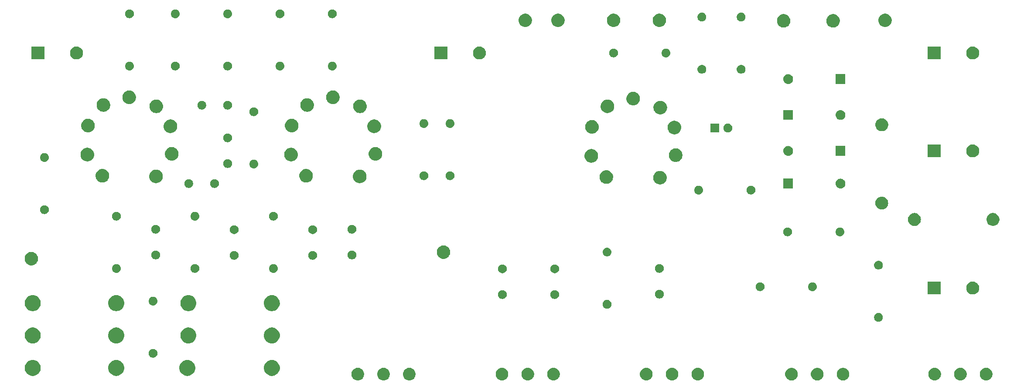
<source format=gbr>
G04 #@! TF.GenerationSoftware,KiCad,Pcbnew,(5.1.4)-1*
G04 #@! TF.CreationDate,2019-10-27T16:09:37+01:00*
G04 #@! TF.ProjectId,JCM800,4a434d38-3030-42e6-9b69-6361645f7063,rev?*
G04 #@! TF.SameCoordinates,Original*
G04 #@! TF.FileFunction,Soldermask,Top*
G04 #@! TF.FilePolarity,Negative*
%FSLAX46Y46*%
G04 Gerber Fmt 4.6, Leading zero omitted, Abs format (unit mm)*
G04 Created by KiCad (PCBNEW (5.1.4)-1) date 2019-10-27 16:09:37*
%MOMM*%
%LPD*%
G04 APERTURE LIST*
%ADD10C,0.100000*%
G04 APERTURE END LIST*
D10*
G36*
X197335496Y-127325922D02*
G01*
X197456153Y-127349922D01*
X197548194Y-127388047D01*
X197678359Y-127441963D01*
X197878342Y-127575587D01*
X198048413Y-127745658D01*
X198182037Y-127945641D01*
X198235953Y-128075806D01*
X198264137Y-128143847D01*
X198274078Y-128167848D01*
X198321000Y-128403741D01*
X198321000Y-128644259D01*
X198274078Y-128880152D01*
X198182037Y-129102359D01*
X198048413Y-129302342D01*
X197878342Y-129472413D01*
X197678359Y-129606037D01*
X197548194Y-129659953D01*
X197456153Y-129698078D01*
X197340915Y-129721000D01*
X197220259Y-129745000D01*
X196979741Y-129745000D01*
X196859085Y-129721000D01*
X196743847Y-129698078D01*
X196651806Y-129659953D01*
X196521641Y-129606037D01*
X196321658Y-129472413D01*
X196151587Y-129302342D01*
X196017963Y-129102359D01*
X195925922Y-128880152D01*
X195879000Y-128644259D01*
X195879000Y-128403741D01*
X195925922Y-128167848D01*
X195935864Y-128143847D01*
X195964047Y-128075806D01*
X196017963Y-127945641D01*
X196151587Y-127745658D01*
X196321658Y-127575587D01*
X196521641Y-127441963D01*
X196651806Y-127388047D01*
X196743847Y-127349922D01*
X196864504Y-127325922D01*
X196979741Y-127303000D01*
X197220259Y-127303000D01*
X197335496Y-127325922D01*
X197335496Y-127325922D01*
G37*
G36*
X202335496Y-127325922D02*
G01*
X202456153Y-127349922D01*
X202548194Y-127388047D01*
X202678359Y-127441963D01*
X202878342Y-127575587D01*
X203048413Y-127745658D01*
X203182037Y-127945641D01*
X203235953Y-128075806D01*
X203264137Y-128143847D01*
X203274078Y-128167848D01*
X203321000Y-128403741D01*
X203321000Y-128644259D01*
X203274078Y-128880152D01*
X203182037Y-129102359D01*
X203048413Y-129302342D01*
X202878342Y-129472413D01*
X202678359Y-129606037D01*
X202548194Y-129659953D01*
X202456153Y-129698078D01*
X202340915Y-129721000D01*
X202220259Y-129745000D01*
X201979741Y-129745000D01*
X201859085Y-129721000D01*
X201743847Y-129698078D01*
X201651806Y-129659953D01*
X201521641Y-129606037D01*
X201321658Y-129472413D01*
X201151587Y-129302342D01*
X201017963Y-129102359D01*
X200925922Y-128880152D01*
X200879000Y-128644259D01*
X200879000Y-128403741D01*
X200925922Y-128167848D01*
X200935864Y-128143847D01*
X200964047Y-128075806D01*
X201017963Y-127945641D01*
X201151587Y-127745658D01*
X201321658Y-127575587D01*
X201521641Y-127441963D01*
X201651806Y-127388047D01*
X201743847Y-127349922D01*
X201864504Y-127325922D01*
X201979741Y-127303000D01*
X202220259Y-127303000D01*
X202335496Y-127325922D01*
X202335496Y-127325922D01*
G37*
G36*
X207335496Y-127325922D02*
G01*
X207456153Y-127349922D01*
X207548194Y-127388047D01*
X207678359Y-127441963D01*
X207878342Y-127575587D01*
X208048413Y-127745658D01*
X208182037Y-127945641D01*
X208235953Y-128075806D01*
X208264137Y-128143847D01*
X208274078Y-128167848D01*
X208321000Y-128403741D01*
X208321000Y-128644259D01*
X208274078Y-128880152D01*
X208182037Y-129102359D01*
X208048413Y-129302342D01*
X207878342Y-129472413D01*
X207678359Y-129606037D01*
X207548194Y-129659953D01*
X207456153Y-129698078D01*
X207340915Y-129721000D01*
X207220259Y-129745000D01*
X206979741Y-129745000D01*
X206859085Y-129721000D01*
X206743847Y-129698078D01*
X206651806Y-129659953D01*
X206521641Y-129606037D01*
X206321658Y-129472413D01*
X206151587Y-129302342D01*
X206017963Y-129102359D01*
X205925922Y-128880152D01*
X205879000Y-128644259D01*
X205879000Y-128403741D01*
X205925922Y-128167848D01*
X205935864Y-128143847D01*
X205964047Y-128075806D01*
X206017963Y-127945641D01*
X206151587Y-127745658D01*
X206321658Y-127575587D01*
X206521641Y-127441963D01*
X206651806Y-127388047D01*
X206743847Y-127349922D01*
X206864504Y-127325922D01*
X206979741Y-127303000D01*
X207220259Y-127303000D01*
X207335496Y-127325922D01*
X207335496Y-127325922D01*
G37*
G36*
X118256153Y-127325922D02*
G01*
X118348194Y-127364047D01*
X118478359Y-127417963D01*
X118678342Y-127551587D01*
X118848413Y-127721658D01*
X118982037Y-127921641D01*
X118991978Y-127945641D01*
X119074078Y-128143847D01*
X119121000Y-128379742D01*
X119121000Y-128620258D01*
X119074078Y-128856153D01*
X119035953Y-128948194D01*
X118982037Y-129078359D01*
X118848413Y-129278342D01*
X118678342Y-129448413D01*
X118478359Y-129582037D01*
X118348194Y-129635953D01*
X118256153Y-129674078D01*
X118138205Y-129697539D01*
X118020259Y-129721000D01*
X117779741Y-129721000D01*
X117661795Y-129697539D01*
X117543847Y-129674078D01*
X117451806Y-129635953D01*
X117321641Y-129582037D01*
X117121658Y-129448413D01*
X116951587Y-129278342D01*
X116817963Y-129078359D01*
X116764047Y-128948194D01*
X116725922Y-128856153D01*
X116679000Y-128620258D01*
X116679000Y-128379742D01*
X116725922Y-128143847D01*
X116808022Y-127945641D01*
X116817963Y-127921641D01*
X116951587Y-127721658D01*
X117121658Y-127551587D01*
X117321641Y-127417963D01*
X117451806Y-127364047D01*
X117543847Y-127325922D01*
X117779741Y-127279000D01*
X118020259Y-127279000D01*
X118256153Y-127325922D01*
X118256153Y-127325922D01*
G37*
G36*
X113256153Y-127325922D02*
G01*
X113348194Y-127364047D01*
X113478359Y-127417963D01*
X113678342Y-127551587D01*
X113848413Y-127721658D01*
X113982037Y-127921641D01*
X113991978Y-127945641D01*
X114074078Y-128143847D01*
X114121000Y-128379742D01*
X114121000Y-128620258D01*
X114074078Y-128856153D01*
X114035953Y-128948194D01*
X113982037Y-129078359D01*
X113848413Y-129278342D01*
X113678342Y-129448413D01*
X113478359Y-129582037D01*
X113348194Y-129635953D01*
X113256153Y-129674078D01*
X113138205Y-129697539D01*
X113020259Y-129721000D01*
X112779741Y-129721000D01*
X112661795Y-129697539D01*
X112543847Y-129674078D01*
X112451806Y-129635953D01*
X112321641Y-129582037D01*
X112121658Y-129448413D01*
X111951587Y-129278342D01*
X111817963Y-129078359D01*
X111764047Y-128948194D01*
X111725922Y-128856153D01*
X111679000Y-128620258D01*
X111679000Y-128379742D01*
X111725922Y-128143847D01*
X111808022Y-127945641D01*
X111817963Y-127921641D01*
X111951587Y-127721658D01*
X112121658Y-127551587D01*
X112321641Y-127417963D01*
X112451806Y-127364047D01*
X112543847Y-127325922D01*
X112779741Y-127279000D01*
X113020259Y-127279000D01*
X113256153Y-127325922D01*
X113256153Y-127325922D01*
G37*
G36*
X123256153Y-127325922D02*
G01*
X123348194Y-127364047D01*
X123478359Y-127417963D01*
X123678342Y-127551587D01*
X123848413Y-127721658D01*
X123982037Y-127921641D01*
X123991978Y-127945641D01*
X124074078Y-128143847D01*
X124121000Y-128379742D01*
X124121000Y-128620258D01*
X124074078Y-128856153D01*
X124035953Y-128948194D01*
X123982037Y-129078359D01*
X123848413Y-129278342D01*
X123678342Y-129448413D01*
X123478359Y-129582037D01*
X123348194Y-129635953D01*
X123256153Y-129674078D01*
X123138205Y-129697539D01*
X123020259Y-129721000D01*
X122779741Y-129721000D01*
X122661795Y-129697539D01*
X122543847Y-129674078D01*
X122451806Y-129635953D01*
X122321641Y-129582037D01*
X122121658Y-129448413D01*
X121951587Y-129278342D01*
X121817963Y-129078359D01*
X121764047Y-128948194D01*
X121725922Y-128856153D01*
X121679000Y-128620258D01*
X121679000Y-128379742D01*
X121725922Y-128143847D01*
X121808022Y-127945641D01*
X121817963Y-127921641D01*
X121951587Y-127721658D01*
X122121658Y-127551587D01*
X122321641Y-127417963D01*
X122451806Y-127364047D01*
X122543847Y-127325922D01*
X122779741Y-127279000D01*
X123020259Y-127279000D01*
X123256153Y-127325922D01*
X123256153Y-127325922D01*
G37*
G36*
X235256153Y-127325922D02*
G01*
X235348194Y-127364047D01*
X235478359Y-127417963D01*
X235678342Y-127551587D01*
X235848413Y-127721658D01*
X235982037Y-127921641D01*
X235991978Y-127945641D01*
X236074078Y-128143847D01*
X236121000Y-128379742D01*
X236121000Y-128620258D01*
X236074078Y-128856153D01*
X236035953Y-128948194D01*
X235982037Y-129078359D01*
X235848413Y-129278342D01*
X235678342Y-129448413D01*
X235478359Y-129582037D01*
X235348194Y-129635953D01*
X235256153Y-129674078D01*
X235138205Y-129697539D01*
X235020259Y-129721000D01*
X234779741Y-129721000D01*
X234661795Y-129697539D01*
X234543847Y-129674078D01*
X234451806Y-129635953D01*
X234321641Y-129582037D01*
X234121658Y-129448413D01*
X233951587Y-129278342D01*
X233817963Y-129078359D01*
X233764047Y-128948194D01*
X233725922Y-128856153D01*
X233679000Y-128620258D01*
X233679000Y-128379742D01*
X233725922Y-128143847D01*
X233808022Y-127945641D01*
X233817963Y-127921641D01*
X233951587Y-127721658D01*
X234121658Y-127551587D01*
X234321641Y-127417963D01*
X234451806Y-127364047D01*
X234543847Y-127325922D01*
X234779741Y-127279000D01*
X235020259Y-127279000D01*
X235256153Y-127325922D01*
X235256153Y-127325922D01*
G37*
G36*
X169266153Y-127325922D02*
G01*
X169358194Y-127364047D01*
X169488359Y-127417963D01*
X169688342Y-127551587D01*
X169858413Y-127721658D01*
X169992037Y-127921641D01*
X170001978Y-127945641D01*
X170084078Y-128143847D01*
X170131000Y-128379742D01*
X170131000Y-128620258D01*
X170084078Y-128856153D01*
X170045953Y-128948194D01*
X169992037Y-129078359D01*
X169858413Y-129278342D01*
X169688342Y-129448413D01*
X169488359Y-129582037D01*
X169358194Y-129635953D01*
X169266153Y-129674078D01*
X169148205Y-129697539D01*
X169030259Y-129721000D01*
X168789741Y-129721000D01*
X168671795Y-129697539D01*
X168553847Y-129674078D01*
X168461806Y-129635953D01*
X168331641Y-129582037D01*
X168131658Y-129448413D01*
X167961587Y-129278342D01*
X167827963Y-129078359D01*
X167774047Y-128948194D01*
X167735922Y-128856153D01*
X167689000Y-128620258D01*
X167689000Y-128379742D01*
X167735922Y-128143847D01*
X167818022Y-127945641D01*
X167827963Y-127921641D01*
X167961587Y-127721658D01*
X168131658Y-127551587D01*
X168331641Y-127417963D01*
X168461806Y-127364047D01*
X168553847Y-127325922D01*
X168789741Y-127279000D01*
X169030259Y-127279000D01*
X169266153Y-127325922D01*
X169266153Y-127325922D01*
G37*
G36*
X174266153Y-127325922D02*
G01*
X174358194Y-127364047D01*
X174488359Y-127417963D01*
X174688342Y-127551587D01*
X174858413Y-127721658D01*
X174992037Y-127921641D01*
X175001978Y-127945641D01*
X175084078Y-128143847D01*
X175131000Y-128379742D01*
X175131000Y-128620258D01*
X175084078Y-128856153D01*
X175045953Y-128948194D01*
X174992037Y-129078359D01*
X174858413Y-129278342D01*
X174688342Y-129448413D01*
X174488359Y-129582037D01*
X174358194Y-129635953D01*
X174266153Y-129674078D01*
X174148205Y-129697539D01*
X174030259Y-129721000D01*
X173789741Y-129721000D01*
X173671795Y-129697539D01*
X173553847Y-129674078D01*
X173461806Y-129635953D01*
X173331641Y-129582037D01*
X173131658Y-129448413D01*
X172961587Y-129278342D01*
X172827963Y-129078359D01*
X172774047Y-128948194D01*
X172735922Y-128856153D01*
X172689000Y-128620258D01*
X172689000Y-128379742D01*
X172735922Y-128143847D01*
X172818022Y-127945641D01*
X172827963Y-127921641D01*
X172961587Y-127721658D01*
X173131658Y-127551587D01*
X173331641Y-127417963D01*
X173461806Y-127364047D01*
X173553847Y-127325922D01*
X173789741Y-127279000D01*
X174030259Y-127279000D01*
X174266153Y-127325922D01*
X174266153Y-127325922D01*
G37*
G36*
X141256153Y-127325922D02*
G01*
X141348194Y-127364047D01*
X141478359Y-127417963D01*
X141678342Y-127551587D01*
X141848413Y-127721658D01*
X141982037Y-127921641D01*
X141991978Y-127945641D01*
X142074078Y-128143847D01*
X142121000Y-128379742D01*
X142121000Y-128620258D01*
X142074078Y-128856153D01*
X142035953Y-128948194D01*
X141982037Y-129078359D01*
X141848413Y-129278342D01*
X141678342Y-129448413D01*
X141478359Y-129582037D01*
X141348194Y-129635953D01*
X141256153Y-129674078D01*
X141138205Y-129697539D01*
X141020259Y-129721000D01*
X140779741Y-129721000D01*
X140661795Y-129697539D01*
X140543847Y-129674078D01*
X140451806Y-129635953D01*
X140321641Y-129582037D01*
X140121658Y-129448413D01*
X139951587Y-129278342D01*
X139817963Y-129078359D01*
X139764047Y-128948194D01*
X139725922Y-128856153D01*
X139679000Y-128620258D01*
X139679000Y-128379742D01*
X139725922Y-128143847D01*
X139808022Y-127945641D01*
X139817963Y-127921641D01*
X139951587Y-127721658D01*
X140121658Y-127551587D01*
X140321641Y-127417963D01*
X140451806Y-127364047D01*
X140543847Y-127325922D01*
X140779741Y-127279000D01*
X141020259Y-127279000D01*
X141256153Y-127325922D01*
X141256153Y-127325922D01*
G37*
G36*
X146256153Y-127325922D02*
G01*
X146348194Y-127364047D01*
X146478359Y-127417963D01*
X146678342Y-127551587D01*
X146848413Y-127721658D01*
X146982037Y-127921641D01*
X146991978Y-127945641D01*
X147074078Y-128143847D01*
X147121000Y-128379742D01*
X147121000Y-128620258D01*
X147074078Y-128856153D01*
X147035953Y-128948194D01*
X146982037Y-129078359D01*
X146848413Y-129278342D01*
X146678342Y-129448413D01*
X146478359Y-129582037D01*
X146348194Y-129635953D01*
X146256153Y-129674078D01*
X146138205Y-129697539D01*
X146020259Y-129721000D01*
X145779741Y-129721000D01*
X145661795Y-129697539D01*
X145543847Y-129674078D01*
X145451806Y-129635953D01*
X145321641Y-129582037D01*
X145121658Y-129448413D01*
X144951587Y-129278342D01*
X144817963Y-129078359D01*
X144764047Y-128948194D01*
X144725922Y-128856153D01*
X144679000Y-128620258D01*
X144679000Y-128379742D01*
X144725922Y-128143847D01*
X144808022Y-127945641D01*
X144817963Y-127921641D01*
X144951587Y-127721658D01*
X145121658Y-127551587D01*
X145321641Y-127417963D01*
X145451806Y-127364047D01*
X145543847Y-127325922D01*
X145779741Y-127279000D01*
X146020259Y-127279000D01*
X146256153Y-127325922D01*
X146256153Y-127325922D01*
G37*
G36*
X151256153Y-127325922D02*
G01*
X151348194Y-127364047D01*
X151478359Y-127417963D01*
X151678342Y-127551587D01*
X151848413Y-127721658D01*
X151982037Y-127921641D01*
X151991978Y-127945641D01*
X152074078Y-128143847D01*
X152121000Y-128379742D01*
X152121000Y-128620258D01*
X152074078Y-128856153D01*
X152035953Y-128948194D01*
X151982037Y-129078359D01*
X151848413Y-129278342D01*
X151678342Y-129448413D01*
X151478359Y-129582037D01*
X151348194Y-129635953D01*
X151256153Y-129674078D01*
X151138205Y-129697539D01*
X151020259Y-129721000D01*
X150779741Y-129721000D01*
X150661795Y-129697539D01*
X150543847Y-129674078D01*
X150451806Y-129635953D01*
X150321641Y-129582037D01*
X150121658Y-129448413D01*
X149951587Y-129278342D01*
X149817963Y-129078359D01*
X149764047Y-128948194D01*
X149725922Y-128856153D01*
X149679000Y-128620258D01*
X149679000Y-128379742D01*
X149725922Y-128143847D01*
X149808022Y-127945641D01*
X149817963Y-127921641D01*
X149951587Y-127721658D01*
X150121658Y-127551587D01*
X150321641Y-127417963D01*
X150451806Y-127364047D01*
X150543847Y-127325922D01*
X150779741Y-127279000D01*
X151020259Y-127279000D01*
X151256153Y-127325922D01*
X151256153Y-127325922D01*
G37*
G36*
X225256153Y-127325922D02*
G01*
X225348194Y-127364047D01*
X225478359Y-127417963D01*
X225678342Y-127551587D01*
X225848413Y-127721658D01*
X225982037Y-127921641D01*
X225991978Y-127945641D01*
X226074078Y-128143847D01*
X226121000Y-128379742D01*
X226121000Y-128620258D01*
X226074078Y-128856153D01*
X226035953Y-128948194D01*
X225982037Y-129078359D01*
X225848413Y-129278342D01*
X225678342Y-129448413D01*
X225478359Y-129582037D01*
X225348194Y-129635953D01*
X225256153Y-129674078D01*
X225138205Y-129697539D01*
X225020259Y-129721000D01*
X224779741Y-129721000D01*
X224661795Y-129697539D01*
X224543847Y-129674078D01*
X224451806Y-129635953D01*
X224321641Y-129582037D01*
X224121658Y-129448413D01*
X223951587Y-129278342D01*
X223817963Y-129078359D01*
X223764047Y-128948194D01*
X223725922Y-128856153D01*
X223679000Y-128620258D01*
X223679000Y-128379742D01*
X223725922Y-128143847D01*
X223808022Y-127945641D01*
X223817963Y-127921641D01*
X223951587Y-127721658D01*
X224121658Y-127551587D01*
X224321641Y-127417963D01*
X224451806Y-127364047D01*
X224543847Y-127325922D01*
X224779741Y-127279000D01*
X225020259Y-127279000D01*
X225256153Y-127325922D01*
X225256153Y-127325922D01*
G37*
G36*
X230256153Y-127325922D02*
G01*
X230348194Y-127364047D01*
X230478359Y-127417963D01*
X230678342Y-127551587D01*
X230848413Y-127721658D01*
X230982037Y-127921641D01*
X230991978Y-127945641D01*
X231074078Y-128143847D01*
X231121000Y-128379742D01*
X231121000Y-128620258D01*
X231074078Y-128856153D01*
X231035953Y-128948194D01*
X230982037Y-129078359D01*
X230848413Y-129278342D01*
X230678342Y-129448413D01*
X230478359Y-129582037D01*
X230348194Y-129635953D01*
X230256153Y-129674078D01*
X230138205Y-129697539D01*
X230020259Y-129721000D01*
X229779741Y-129721000D01*
X229661795Y-129697539D01*
X229543847Y-129674078D01*
X229451806Y-129635953D01*
X229321641Y-129582037D01*
X229121658Y-129448413D01*
X228951587Y-129278342D01*
X228817963Y-129078359D01*
X228764047Y-128948194D01*
X228725922Y-128856153D01*
X228679000Y-128620258D01*
X228679000Y-128379742D01*
X228725922Y-128143847D01*
X228808022Y-127945641D01*
X228817963Y-127921641D01*
X228951587Y-127721658D01*
X229121658Y-127551587D01*
X229321641Y-127417963D01*
X229451806Y-127364047D01*
X229543847Y-127325922D01*
X229779741Y-127279000D01*
X230020259Y-127279000D01*
X230256153Y-127325922D01*
X230256153Y-127325922D01*
G37*
G36*
X179266153Y-127325922D02*
G01*
X179358194Y-127364047D01*
X179488359Y-127417963D01*
X179688342Y-127551587D01*
X179858413Y-127721658D01*
X179992037Y-127921641D01*
X180001978Y-127945641D01*
X180084078Y-128143847D01*
X180131000Y-128379742D01*
X180131000Y-128620258D01*
X180084078Y-128856153D01*
X180045953Y-128948194D01*
X179992037Y-129078359D01*
X179858413Y-129278342D01*
X179688342Y-129448413D01*
X179488359Y-129582037D01*
X179358194Y-129635953D01*
X179266153Y-129674078D01*
X179148205Y-129697539D01*
X179030259Y-129721000D01*
X178789741Y-129721000D01*
X178671795Y-129697539D01*
X178553847Y-129674078D01*
X178461806Y-129635953D01*
X178331641Y-129582037D01*
X178131658Y-129448413D01*
X177961587Y-129278342D01*
X177827963Y-129078359D01*
X177774047Y-128948194D01*
X177735922Y-128856153D01*
X177689000Y-128620258D01*
X177689000Y-128379742D01*
X177735922Y-128143847D01*
X177818022Y-127945641D01*
X177827963Y-127921641D01*
X177961587Y-127721658D01*
X178131658Y-127551587D01*
X178331641Y-127417963D01*
X178461806Y-127364047D01*
X178553847Y-127325922D01*
X178789741Y-127279000D01*
X179030259Y-127279000D01*
X179266153Y-127325922D01*
X179266153Y-127325922D01*
G37*
G36*
X96512585Y-125778802D02*
G01*
X96662410Y-125808604D01*
X96944674Y-125925521D01*
X97198705Y-126095259D01*
X97414741Y-126311295D01*
X97584479Y-126565326D01*
X97701396Y-126847590D01*
X97761000Y-127147240D01*
X97761000Y-127452760D01*
X97701396Y-127752410D01*
X97584479Y-128034674D01*
X97414741Y-128288705D01*
X97198705Y-128504741D01*
X96944674Y-128674479D01*
X96662410Y-128791396D01*
X96512585Y-128821198D01*
X96362761Y-128851000D01*
X96057239Y-128851000D01*
X95907415Y-128821198D01*
X95757590Y-128791396D01*
X95475326Y-128674479D01*
X95221295Y-128504741D01*
X95005259Y-128288705D01*
X94835521Y-128034674D01*
X94718604Y-127752410D01*
X94659000Y-127452760D01*
X94659000Y-127147240D01*
X94718604Y-126847590D01*
X94835521Y-126565326D01*
X95005259Y-126311295D01*
X95221295Y-126095259D01*
X95475326Y-125925521D01*
X95757590Y-125808604D01*
X95907415Y-125778802D01*
X96057239Y-125749000D01*
X96362761Y-125749000D01*
X96512585Y-125778802D01*
X96512585Y-125778802D01*
G37*
G36*
X80112585Y-125778802D02*
G01*
X80262410Y-125808604D01*
X80544674Y-125925521D01*
X80798705Y-126095259D01*
X81014741Y-126311295D01*
X81184479Y-126565326D01*
X81301396Y-126847590D01*
X81361000Y-127147240D01*
X81361000Y-127452760D01*
X81301396Y-127752410D01*
X81184479Y-128034674D01*
X81014741Y-128288705D01*
X80798705Y-128504741D01*
X80544674Y-128674479D01*
X80262410Y-128791396D01*
X80112585Y-128821198D01*
X79962761Y-128851000D01*
X79657239Y-128851000D01*
X79507415Y-128821198D01*
X79357590Y-128791396D01*
X79075326Y-128674479D01*
X78821295Y-128504741D01*
X78605259Y-128288705D01*
X78435521Y-128034674D01*
X78318604Y-127752410D01*
X78259000Y-127452760D01*
X78259000Y-127147240D01*
X78318604Y-126847590D01*
X78435521Y-126565326D01*
X78605259Y-126311295D01*
X78821295Y-126095259D01*
X79075326Y-125925521D01*
X79357590Y-125808604D01*
X79507415Y-125778802D01*
X79657239Y-125749000D01*
X79962761Y-125749000D01*
X80112585Y-125778802D01*
X80112585Y-125778802D01*
G37*
G36*
X66302585Y-125778802D02*
G01*
X66452410Y-125808604D01*
X66734674Y-125925521D01*
X66988705Y-126095259D01*
X67204741Y-126311295D01*
X67374479Y-126565326D01*
X67491396Y-126847590D01*
X67551000Y-127147240D01*
X67551000Y-127452760D01*
X67491396Y-127752410D01*
X67374479Y-128034674D01*
X67204741Y-128288705D01*
X66988705Y-128504741D01*
X66734674Y-128674479D01*
X66452410Y-128791396D01*
X66302585Y-128821198D01*
X66152761Y-128851000D01*
X65847239Y-128851000D01*
X65697415Y-128821198D01*
X65547590Y-128791396D01*
X65265326Y-128674479D01*
X65011295Y-128504741D01*
X64795259Y-128288705D01*
X64625521Y-128034674D01*
X64508604Y-127752410D01*
X64449000Y-127452760D01*
X64449000Y-127147240D01*
X64508604Y-126847590D01*
X64625521Y-126565326D01*
X64795259Y-126311295D01*
X65011295Y-126095259D01*
X65265326Y-125925521D01*
X65547590Y-125808604D01*
X65697415Y-125778802D01*
X65847239Y-125749000D01*
X66152761Y-125749000D01*
X66302585Y-125778802D01*
X66302585Y-125778802D01*
G37*
G36*
X50102585Y-125778802D02*
G01*
X50252410Y-125808604D01*
X50534674Y-125925521D01*
X50788705Y-126095259D01*
X51004741Y-126311295D01*
X51174479Y-126565326D01*
X51291396Y-126847590D01*
X51351000Y-127147240D01*
X51351000Y-127452760D01*
X51291396Y-127752410D01*
X51174479Y-128034674D01*
X51004741Y-128288705D01*
X50788705Y-128504741D01*
X50534674Y-128674479D01*
X50252410Y-128791396D01*
X50102585Y-128821198D01*
X49952761Y-128851000D01*
X49647239Y-128851000D01*
X49497415Y-128821198D01*
X49347590Y-128791396D01*
X49065326Y-128674479D01*
X48811295Y-128504741D01*
X48595259Y-128288705D01*
X48425521Y-128034674D01*
X48308604Y-127752410D01*
X48249000Y-127452760D01*
X48249000Y-127147240D01*
X48308604Y-126847590D01*
X48425521Y-126565326D01*
X48595259Y-126311295D01*
X48811295Y-126095259D01*
X49065326Y-125925521D01*
X49347590Y-125808604D01*
X49497415Y-125778802D01*
X49647239Y-125749000D01*
X49952761Y-125749000D01*
X50102585Y-125778802D01*
X50102585Y-125778802D01*
G37*
G36*
X73400228Y-123641703D02*
G01*
X73555100Y-123705853D01*
X73694481Y-123798985D01*
X73813015Y-123917519D01*
X73906147Y-124056900D01*
X73970297Y-124211772D01*
X74003000Y-124376184D01*
X74003000Y-124543816D01*
X73970297Y-124708228D01*
X73906147Y-124863100D01*
X73813015Y-125002481D01*
X73694481Y-125121015D01*
X73555100Y-125214147D01*
X73400228Y-125278297D01*
X73235816Y-125311000D01*
X73068184Y-125311000D01*
X72903772Y-125278297D01*
X72748900Y-125214147D01*
X72609519Y-125121015D01*
X72490985Y-125002481D01*
X72397853Y-124863100D01*
X72333703Y-124708228D01*
X72301000Y-124543816D01*
X72301000Y-124376184D01*
X72333703Y-124211772D01*
X72397853Y-124056900D01*
X72490985Y-123917519D01*
X72609519Y-123798985D01*
X72748900Y-123705853D01*
X72903772Y-123641703D01*
X73068184Y-123609000D01*
X73235816Y-123609000D01*
X73400228Y-123641703D01*
X73400228Y-123641703D01*
G37*
G36*
X50102585Y-119478802D02*
G01*
X50252410Y-119508604D01*
X50534674Y-119625521D01*
X50788705Y-119795259D01*
X51004741Y-120011295D01*
X51174479Y-120265326D01*
X51291396Y-120547590D01*
X51351000Y-120847240D01*
X51351000Y-121152760D01*
X51291396Y-121452410D01*
X51174479Y-121734674D01*
X51004741Y-121988705D01*
X50788705Y-122204741D01*
X50534674Y-122374479D01*
X50252410Y-122491396D01*
X50102585Y-122521198D01*
X49952761Y-122551000D01*
X49647239Y-122551000D01*
X49497415Y-122521198D01*
X49347590Y-122491396D01*
X49065326Y-122374479D01*
X48811295Y-122204741D01*
X48595259Y-121988705D01*
X48425521Y-121734674D01*
X48308604Y-121452410D01*
X48249000Y-121152760D01*
X48249000Y-120847240D01*
X48308604Y-120547590D01*
X48425521Y-120265326D01*
X48595259Y-120011295D01*
X48811295Y-119795259D01*
X49065326Y-119625521D01*
X49347590Y-119508604D01*
X49497415Y-119478802D01*
X49647239Y-119449000D01*
X49952761Y-119449000D01*
X50102585Y-119478802D01*
X50102585Y-119478802D01*
G37*
G36*
X80312585Y-119478802D02*
G01*
X80462410Y-119508604D01*
X80744674Y-119625521D01*
X80998705Y-119795259D01*
X81214741Y-120011295D01*
X81384479Y-120265326D01*
X81501396Y-120547590D01*
X81561000Y-120847240D01*
X81561000Y-121152760D01*
X81501396Y-121452410D01*
X81384479Y-121734674D01*
X81214741Y-121988705D01*
X80998705Y-122204741D01*
X80744674Y-122374479D01*
X80462410Y-122491396D01*
X80312585Y-122521198D01*
X80162761Y-122551000D01*
X79857239Y-122551000D01*
X79707415Y-122521198D01*
X79557590Y-122491396D01*
X79275326Y-122374479D01*
X79021295Y-122204741D01*
X78805259Y-121988705D01*
X78635521Y-121734674D01*
X78518604Y-121452410D01*
X78459000Y-121152760D01*
X78459000Y-120847240D01*
X78518604Y-120547590D01*
X78635521Y-120265326D01*
X78805259Y-120011295D01*
X79021295Y-119795259D01*
X79275326Y-119625521D01*
X79557590Y-119508604D01*
X79707415Y-119478802D01*
X79857239Y-119449000D01*
X80162761Y-119449000D01*
X80312585Y-119478802D01*
X80312585Y-119478802D01*
G37*
G36*
X96512585Y-119478802D02*
G01*
X96662410Y-119508604D01*
X96944674Y-119625521D01*
X97198705Y-119795259D01*
X97414741Y-120011295D01*
X97584479Y-120265326D01*
X97701396Y-120547590D01*
X97761000Y-120847240D01*
X97761000Y-121152760D01*
X97701396Y-121452410D01*
X97584479Y-121734674D01*
X97414741Y-121988705D01*
X97198705Y-122204741D01*
X96944674Y-122374479D01*
X96662410Y-122491396D01*
X96512585Y-122521198D01*
X96362761Y-122551000D01*
X96057239Y-122551000D01*
X95907415Y-122521198D01*
X95757590Y-122491396D01*
X95475326Y-122374479D01*
X95221295Y-122204741D01*
X95005259Y-121988705D01*
X94835521Y-121734674D01*
X94718604Y-121452410D01*
X94659000Y-121152760D01*
X94659000Y-120847240D01*
X94718604Y-120547590D01*
X94835521Y-120265326D01*
X95005259Y-120011295D01*
X95221295Y-119795259D01*
X95475326Y-119625521D01*
X95757590Y-119508604D01*
X95907415Y-119478802D01*
X96057239Y-119449000D01*
X96362761Y-119449000D01*
X96512585Y-119478802D01*
X96512585Y-119478802D01*
G37*
G36*
X66302585Y-119478802D02*
G01*
X66452410Y-119508604D01*
X66734674Y-119625521D01*
X66988705Y-119795259D01*
X67204741Y-120011295D01*
X67374479Y-120265326D01*
X67491396Y-120547590D01*
X67551000Y-120847240D01*
X67551000Y-121152760D01*
X67491396Y-121452410D01*
X67374479Y-121734674D01*
X67204741Y-121988705D01*
X66988705Y-122204741D01*
X66734674Y-122374479D01*
X66452410Y-122491396D01*
X66302585Y-122521198D01*
X66152761Y-122551000D01*
X65847239Y-122551000D01*
X65697415Y-122521198D01*
X65547590Y-122491396D01*
X65265326Y-122374479D01*
X65011295Y-122204741D01*
X64795259Y-121988705D01*
X64625521Y-121734674D01*
X64508604Y-121452410D01*
X64449000Y-121152760D01*
X64449000Y-120847240D01*
X64508604Y-120547590D01*
X64625521Y-120265326D01*
X64795259Y-120011295D01*
X65011295Y-119795259D01*
X65265326Y-119625521D01*
X65547590Y-119508604D01*
X65697415Y-119478802D01*
X65847239Y-119449000D01*
X66152761Y-119449000D01*
X66302585Y-119478802D01*
X66302585Y-119478802D01*
G37*
G36*
X214243228Y-116656703D02*
G01*
X214398100Y-116720853D01*
X214537481Y-116813985D01*
X214656015Y-116932519D01*
X214749147Y-117071900D01*
X214813297Y-117226772D01*
X214846000Y-117391184D01*
X214846000Y-117558816D01*
X214813297Y-117723228D01*
X214749147Y-117878100D01*
X214656015Y-118017481D01*
X214537481Y-118136015D01*
X214398100Y-118229147D01*
X214243228Y-118293297D01*
X214078816Y-118326000D01*
X213911184Y-118326000D01*
X213746772Y-118293297D01*
X213591900Y-118229147D01*
X213452519Y-118136015D01*
X213333985Y-118017481D01*
X213240853Y-117878100D01*
X213176703Y-117723228D01*
X213144000Y-117558816D01*
X213144000Y-117391184D01*
X213176703Y-117226772D01*
X213240853Y-117071900D01*
X213333985Y-116932519D01*
X213452519Y-116813985D01*
X213591900Y-116720853D01*
X213746772Y-116656703D01*
X213911184Y-116624000D01*
X214078816Y-116624000D01*
X214243228Y-116656703D01*
X214243228Y-116656703D01*
G37*
G36*
X50102585Y-113178802D02*
G01*
X50252410Y-113208604D01*
X50534674Y-113325521D01*
X50788705Y-113495259D01*
X51004741Y-113711295D01*
X51174479Y-113965326D01*
X51291396Y-114247590D01*
X51291396Y-114247591D01*
X51335005Y-114466825D01*
X51351000Y-114547240D01*
X51351000Y-114852760D01*
X51291396Y-115152410D01*
X51174479Y-115434674D01*
X51004741Y-115688705D01*
X50788705Y-115904741D01*
X50534674Y-116074479D01*
X50252410Y-116191396D01*
X50102585Y-116221198D01*
X49952761Y-116251000D01*
X49647239Y-116251000D01*
X49497415Y-116221198D01*
X49347590Y-116191396D01*
X49065326Y-116074479D01*
X48811295Y-115904741D01*
X48595259Y-115688705D01*
X48425521Y-115434674D01*
X48308604Y-115152410D01*
X48249000Y-114852760D01*
X48249000Y-114547240D01*
X48264996Y-114466825D01*
X48308604Y-114247591D01*
X48308604Y-114247590D01*
X48425521Y-113965326D01*
X48595259Y-113711295D01*
X48811295Y-113495259D01*
X49065326Y-113325521D01*
X49347590Y-113208604D01*
X49497415Y-113178802D01*
X49647239Y-113149000D01*
X49952761Y-113149000D01*
X50102585Y-113178802D01*
X50102585Y-113178802D01*
G37*
G36*
X80312585Y-113178802D02*
G01*
X80462410Y-113208604D01*
X80744674Y-113325521D01*
X80998705Y-113495259D01*
X81214741Y-113711295D01*
X81384479Y-113965326D01*
X81501396Y-114247590D01*
X81501396Y-114247591D01*
X81545005Y-114466825D01*
X81561000Y-114547240D01*
X81561000Y-114852760D01*
X81501396Y-115152410D01*
X81384479Y-115434674D01*
X81214741Y-115688705D01*
X80998705Y-115904741D01*
X80744674Y-116074479D01*
X80462410Y-116191396D01*
X80312585Y-116221198D01*
X80162761Y-116251000D01*
X79857239Y-116251000D01*
X79707415Y-116221198D01*
X79557590Y-116191396D01*
X79275326Y-116074479D01*
X79021295Y-115904741D01*
X78805259Y-115688705D01*
X78635521Y-115434674D01*
X78518604Y-115152410D01*
X78459000Y-114852760D01*
X78459000Y-114547240D01*
X78474996Y-114466825D01*
X78518604Y-114247591D01*
X78518604Y-114247590D01*
X78635521Y-113965326D01*
X78805259Y-113711295D01*
X79021295Y-113495259D01*
X79275326Y-113325521D01*
X79557590Y-113208604D01*
X79707415Y-113178802D01*
X79857239Y-113149000D01*
X80162761Y-113149000D01*
X80312585Y-113178802D01*
X80312585Y-113178802D01*
G37*
G36*
X96512585Y-113178802D02*
G01*
X96662410Y-113208604D01*
X96944674Y-113325521D01*
X97198705Y-113495259D01*
X97414741Y-113711295D01*
X97584479Y-113965326D01*
X97701396Y-114247590D01*
X97701396Y-114247591D01*
X97745005Y-114466825D01*
X97761000Y-114547240D01*
X97761000Y-114852760D01*
X97701396Y-115152410D01*
X97584479Y-115434674D01*
X97414741Y-115688705D01*
X97198705Y-115904741D01*
X96944674Y-116074479D01*
X96662410Y-116191396D01*
X96512585Y-116221198D01*
X96362761Y-116251000D01*
X96057239Y-116251000D01*
X95907415Y-116221198D01*
X95757590Y-116191396D01*
X95475326Y-116074479D01*
X95221295Y-115904741D01*
X95005259Y-115688705D01*
X94835521Y-115434674D01*
X94718604Y-115152410D01*
X94659000Y-114852760D01*
X94659000Y-114547240D01*
X94674996Y-114466825D01*
X94718604Y-114247591D01*
X94718604Y-114247590D01*
X94835521Y-113965326D01*
X95005259Y-113711295D01*
X95221295Y-113495259D01*
X95475326Y-113325521D01*
X95757590Y-113208604D01*
X95907415Y-113178802D01*
X96057239Y-113149000D01*
X96362761Y-113149000D01*
X96512585Y-113178802D01*
X96512585Y-113178802D01*
G37*
G36*
X66302585Y-113178802D02*
G01*
X66452410Y-113208604D01*
X66734674Y-113325521D01*
X66988705Y-113495259D01*
X67204741Y-113711295D01*
X67374479Y-113965326D01*
X67491396Y-114247590D01*
X67491396Y-114247591D01*
X67535005Y-114466825D01*
X67551000Y-114547240D01*
X67551000Y-114852760D01*
X67491396Y-115152410D01*
X67374479Y-115434674D01*
X67204741Y-115688705D01*
X66988705Y-115904741D01*
X66734674Y-116074479D01*
X66452410Y-116191396D01*
X66302585Y-116221198D01*
X66152761Y-116251000D01*
X65847239Y-116251000D01*
X65697415Y-116221198D01*
X65547590Y-116191396D01*
X65265326Y-116074479D01*
X65011295Y-115904741D01*
X64795259Y-115688705D01*
X64625521Y-115434674D01*
X64508604Y-115152410D01*
X64449000Y-114852760D01*
X64449000Y-114547240D01*
X64464996Y-114466825D01*
X64508604Y-114247591D01*
X64508604Y-114247590D01*
X64625521Y-113965326D01*
X64795259Y-113711295D01*
X65011295Y-113495259D01*
X65265326Y-113325521D01*
X65547590Y-113208604D01*
X65697415Y-113178802D01*
X65847239Y-113149000D01*
X66152761Y-113149000D01*
X66302585Y-113178802D01*
X66302585Y-113178802D01*
G37*
G36*
X161538228Y-114116703D02*
G01*
X161693100Y-114180853D01*
X161832481Y-114273985D01*
X161951015Y-114392519D01*
X162044147Y-114531900D01*
X162108297Y-114686772D01*
X162141000Y-114851184D01*
X162141000Y-115018816D01*
X162108297Y-115183228D01*
X162044147Y-115338100D01*
X161951015Y-115477481D01*
X161832481Y-115596015D01*
X161693100Y-115689147D01*
X161538228Y-115753297D01*
X161373816Y-115786000D01*
X161206184Y-115786000D01*
X161041772Y-115753297D01*
X160886900Y-115689147D01*
X160747519Y-115596015D01*
X160628985Y-115477481D01*
X160535853Y-115338100D01*
X160471703Y-115183228D01*
X160439000Y-115018816D01*
X160439000Y-114851184D01*
X160471703Y-114686772D01*
X160535853Y-114531900D01*
X160628985Y-114392519D01*
X160747519Y-114273985D01*
X160886900Y-114180853D01*
X161041772Y-114116703D01*
X161206184Y-114084000D01*
X161373816Y-114084000D01*
X161538228Y-114116703D01*
X161538228Y-114116703D01*
G37*
G36*
X73318823Y-113461313D02*
G01*
X73479242Y-113509976D01*
X73611906Y-113580886D01*
X73627078Y-113588996D01*
X73756659Y-113695341D01*
X73863004Y-113824922D01*
X73863005Y-113824924D01*
X73942024Y-113972758D01*
X73990687Y-114133177D01*
X74007117Y-114300000D01*
X73990687Y-114466823D01*
X73942024Y-114627242D01*
X73871114Y-114759906D01*
X73863004Y-114775078D01*
X73756659Y-114904659D01*
X73627078Y-115011004D01*
X73627076Y-115011005D01*
X73479242Y-115090024D01*
X73318823Y-115138687D01*
X73193804Y-115151000D01*
X73110196Y-115151000D01*
X72985177Y-115138687D01*
X72824758Y-115090024D01*
X72676924Y-115011005D01*
X72676922Y-115011004D01*
X72547341Y-114904659D01*
X72440996Y-114775078D01*
X72432886Y-114759906D01*
X72361976Y-114627242D01*
X72313313Y-114466823D01*
X72296883Y-114300000D01*
X72313313Y-114133177D01*
X72361976Y-113972758D01*
X72440995Y-113824924D01*
X72440996Y-113824922D01*
X72547341Y-113695341D01*
X72676922Y-113588996D01*
X72692094Y-113580886D01*
X72824758Y-113509976D01*
X72985177Y-113461313D01*
X73110196Y-113449000D01*
X73193804Y-113449000D01*
X73318823Y-113461313D01*
X73318823Y-113461313D01*
G37*
G36*
X141218228Y-112211703D02*
G01*
X141373100Y-112275853D01*
X141512481Y-112368985D01*
X141631015Y-112487519D01*
X141724147Y-112626900D01*
X141788297Y-112781772D01*
X141821000Y-112946184D01*
X141821000Y-113113816D01*
X141788297Y-113278228D01*
X141724147Y-113433100D01*
X141631015Y-113572481D01*
X141512481Y-113691015D01*
X141373100Y-113784147D01*
X141218228Y-113848297D01*
X141053816Y-113881000D01*
X140886184Y-113881000D01*
X140721772Y-113848297D01*
X140566900Y-113784147D01*
X140427519Y-113691015D01*
X140308985Y-113572481D01*
X140215853Y-113433100D01*
X140151703Y-113278228D01*
X140119000Y-113113816D01*
X140119000Y-112946184D01*
X140151703Y-112781772D01*
X140215853Y-112626900D01*
X140308985Y-112487519D01*
X140427519Y-112368985D01*
X140566900Y-112275853D01*
X140721772Y-112211703D01*
X140886184Y-112179000D01*
X141053816Y-112179000D01*
X141218228Y-112211703D01*
X141218228Y-112211703D01*
G37*
G36*
X151378228Y-112211703D02*
G01*
X151533100Y-112275853D01*
X151672481Y-112368985D01*
X151791015Y-112487519D01*
X151884147Y-112626900D01*
X151948297Y-112781772D01*
X151981000Y-112946184D01*
X151981000Y-113113816D01*
X151948297Y-113278228D01*
X151884147Y-113433100D01*
X151791015Y-113572481D01*
X151672481Y-113691015D01*
X151533100Y-113784147D01*
X151378228Y-113848297D01*
X151213816Y-113881000D01*
X151046184Y-113881000D01*
X150881772Y-113848297D01*
X150726900Y-113784147D01*
X150587519Y-113691015D01*
X150468985Y-113572481D01*
X150375853Y-113433100D01*
X150311703Y-113278228D01*
X150279000Y-113113816D01*
X150279000Y-112946184D01*
X150311703Y-112781772D01*
X150375853Y-112626900D01*
X150468985Y-112487519D01*
X150587519Y-112368985D01*
X150726900Y-112275853D01*
X150881772Y-112211703D01*
X151046184Y-112179000D01*
X151213816Y-112179000D01*
X151378228Y-112211703D01*
X151378228Y-112211703D01*
G37*
G36*
X171698228Y-112131703D02*
G01*
X171853100Y-112195853D01*
X171992481Y-112288985D01*
X172111015Y-112407519D01*
X172204147Y-112546900D01*
X172268297Y-112701772D01*
X172301000Y-112866184D01*
X172301000Y-113033816D01*
X172268297Y-113198228D01*
X172204147Y-113353100D01*
X172111015Y-113492481D01*
X171992481Y-113611015D01*
X171853100Y-113704147D01*
X171698228Y-113768297D01*
X171533816Y-113801000D01*
X171366184Y-113801000D01*
X171201772Y-113768297D01*
X171046900Y-113704147D01*
X170907519Y-113611015D01*
X170788985Y-113492481D01*
X170695853Y-113353100D01*
X170631703Y-113198228D01*
X170599000Y-113033816D01*
X170599000Y-112866184D01*
X170631703Y-112701772D01*
X170695853Y-112546900D01*
X170788985Y-112407519D01*
X170907519Y-112288985D01*
X171046900Y-112195853D01*
X171201772Y-112131703D01*
X171366184Y-112099000D01*
X171533816Y-112099000D01*
X171698228Y-112131703D01*
X171698228Y-112131703D01*
G37*
G36*
X232654903Y-110557075D02*
G01*
X232882571Y-110651378D01*
X233087466Y-110788285D01*
X233261715Y-110962534D01*
X233307412Y-111030924D01*
X233398623Y-111167431D01*
X233492925Y-111395097D01*
X233541000Y-111636786D01*
X233541000Y-111883214D01*
X233492925Y-112124903D01*
X233410334Y-112324297D01*
X233398622Y-112352571D01*
X233261715Y-112557466D01*
X233087466Y-112731715D01*
X232882571Y-112868622D01*
X232882570Y-112868623D01*
X232882569Y-112868623D01*
X232654903Y-112962925D01*
X232413214Y-113011000D01*
X232166786Y-113011000D01*
X231925097Y-112962925D01*
X231697431Y-112868623D01*
X231697430Y-112868623D01*
X231697429Y-112868622D01*
X231492534Y-112731715D01*
X231318285Y-112557466D01*
X231181378Y-112352571D01*
X231169667Y-112324297D01*
X231087075Y-112124903D01*
X231039000Y-111883214D01*
X231039000Y-111636786D01*
X231087075Y-111395097D01*
X231181377Y-111167431D01*
X231272588Y-111030924D01*
X231318285Y-110962534D01*
X231492534Y-110788285D01*
X231697429Y-110651378D01*
X231925097Y-110557075D01*
X232166786Y-110509000D01*
X232413214Y-110509000D01*
X232654903Y-110557075D01*
X232654903Y-110557075D01*
G37*
G36*
X226041000Y-113011000D02*
G01*
X223539000Y-113011000D01*
X223539000Y-110509000D01*
X226041000Y-110509000D01*
X226041000Y-113011000D01*
X226041000Y-113011000D01*
G37*
G36*
X201334823Y-110667313D02*
G01*
X201495242Y-110715976D01*
X201562361Y-110751852D01*
X201643078Y-110794996D01*
X201772659Y-110901341D01*
X201879004Y-111030922D01*
X201879005Y-111030924D01*
X201958024Y-111178758D01*
X202006687Y-111339177D01*
X202023117Y-111506000D01*
X202006687Y-111672823D01*
X201958024Y-111833242D01*
X201917477Y-111909100D01*
X201879004Y-111981078D01*
X201772659Y-112110659D01*
X201643078Y-112217004D01*
X201643076Y-112217005D01*
X201495242Y-112296024D01*
X201334823Y-112344687D01*
X201209804Y-112357000D01*
X201126196Y-112357000D01*
X201001177Y-112344687D01*
X200840758Y-112296024D01*
X200692924Y-112217005D01*
X200692922Y-112217004D01*
X200563341Y-112110659D01*
X200456996Y-111981078D01*
X200418523Y-111909100D01*
X200377976Y-111833242D01*
X200329313Y-111672823D01*
X200312883Y-111506000D01*
X200329313Y-111339177D01*
X200377976Y-111178758D01*
X200456995Y-111030924D01*
X200456996Y-111030922D01*
X200563341Y-110901341D01*
X200692922Y-110794996D01*
X200773639Y-110751852D01*
X200840758Y-110715976D01*
X201001177Y-110667313D01*
X201126196Y-110655000D01*
X201209804Y-110655000D01*
X201334823Y-110667313D01*
X201334823Y-110667313D01*
G37*
G36*
X191256228Y-110687703D02*
G01*
X191411100Y-110751853D01*
X191550481Y-110844985D01*
X191669015Y-110963519D01*
X191762147Y-111102900D01*
X191826297Y-111257772D01*
X191859000Y-111422184D01*
X191859000Y-111589816D01*
X191826297Y-111754228D01*
X191762147Y-111909100D01*
X191669015Y-112048481D01*
X191550481Y-112167015D01*
X191411100Y-112260147D01*
X191256228Y-112324297D01*
X191091816Y-112357000D01*
X190924184Y-112357000D01*
X190759772Y-112324297D01*
X190604900Y-112260147D01*
X190465519Y-112167015D01*
X190346985Y-112048481D01*
X190253853Y-111909100D01*
X190189703Y-111754228D01*
X190157000Y-111589816D01*
X190157000Y-111422184D01*
X190189703Y-111257772D01*
X190253853Y-111102900D01*
X190346985Y-110963519D01*
X190465519Y-110844985D01*
X190604900Y-110751853D01*
X190759772Y-110687703D01*
X190924184Y-110655000D01*
X191091816Y-110655000D01*
X191256228Y-110687703D01*
X191256228Y-110687703D01*
G37*
G36*
X141218228Y-107211703D02*
G01*
X141373100Y-107275853D01*
X141512481Y-107368985D01*
X141631015Y-107487519D01*
X141724147Y-107626900D01*
X141788297Y-107781772D01*
X141821000Y-107946184D01*
X141821000Y-108113816D01*
X141788297Y-108278228D01*
X141724147Y-108433100D01*
X141631015Y-108572481D01*
X141512481Y-108691015D01*
X141373100Y-108784147D01*
X141218228Y-108848297D01*
X141053816Y-108881000D01*
X140886184Y-108881000D01*
X140721772Y-108848297D01*
X140566900Y-108784147D01*
X140427519Y-108691015D01*
X140308985Y-108572481D01*
X140215853Y-108433100D01*
X140151703Y-108278228D01*
X140119000Y-108113816D01*
X140119000Y-107946184D01*
X140151703Y-107781772D01*
X140215853Y-107626900D01*
X140308985Y-107487519D01*
X140427519Y-107368985D01*
X140566900Y-107275853D01*
X140721772Y-107211703D01*
X140886184Y-107179000D01*
X141053816Y-107179000D01*
X141218228Y-107211703D01*
X141218228Y-107211703D01*
G37*
G36*
X151378228Y-107211703D02*
G01*
X151533100Y-107275853D01*
X151672481Y-107368985D01*
X151791015Y-107487519D01*
X151884147Y-107626900D01*
X151948297Y-107781772D01*
X151981000Y-107946184D01*
X151981000Y-108113816D01*
X151948297Y-108278228D01*
X151884147Y-108433100D01*
X151791015Y-108572481D01*
X151672481Y-108691015D01*
X151533100Y-108784147D01*
X151378228Y-108848297D01*
X151213816Y-108881000D01*
X151046184Y-108881000D01*
X150881772Y-108848297D01*
X150726900Y-108784147D01*
X150587519Y-108691015D01*
X150468985Y-108572481D01*
X150375853Y-108433100D01*
X150311703Y-108278228D01*
X150279000Y-108113816D01*
X150279000Y-107946184D01*
X150311703Y-107781772D01*
X150375853Y-107626900D01*
X150468985Y-107487519D01*
X150587519Y-107368985D01*
X150726900Y-107275853D01*
X150881772Y-107211703D01*
X151046184Y-107179000D01*
X151213816Y-107179000D01*
X151378228Y-107211703D01*
X151378228Y-107211703D01*
G37*
G36*
X171698228Y-107131703D02*
G01*
X171853100Y-107195853D01*
X171992481Y-107288985D01*
X172111015Y-107407519D01*
X172204147Y-107546900D01*
X172268297Y-107701772D01*
X172301000Y-107866184D01*
X172301000Y-108033816D01*
X172268297Y-108198228D01*
X172204147Y-108353100D01*
X172111015Y-108492481D01*
X171992481Y-108611015D01*
X171853100Y-108704147D01*
X171698228Y-108768297D01*
X171533816Y-108801000D01*
X171366184Y-108801000D01*
X171201772Y-108768297D01*
X171046900Y-108704147D01*
X170907519Y-108611015D01*
X170788985Y-108492481D01*
X170695853Y-108353100D01*
X170631703Y-108198228D01*
X170599000Y-108033816D01*
X170599000Y-107866184D01*
X170631703Y-107701772D01*
X170695853Y-107546900D01*
X170788985Y-107407519D01*
X170907519Y-107288985D01*
X171046900Y-107195853D01*
X171201772Y-107131703D01*
X171366184Y-107099000D01*
X171533816Y-107099000D01*
X171698228Y-107131703D01*
X171698228Y-107131703D01*
G37*
G36*
X66206823Y-107111313D02*
G01*
X66367242Y-107159976D01*
X66402833Y-107179000D01*
X66515078Y-107238996D01*
X66644659Y-107345341D01*
X66751004Y-107474922D01*
X66751005Y-107474924D01*
X66830024Y-107622758D01*
X66830025Y-107622761D01*
X66831281Y-107626903D01*
X66878687Y-107783177D01*
X66895117Y-107950000D01*
X66878687Y-108116823D01*
X66830024Y-108277242D01*
X66789477Y-108353100D01*
X66751004Y-108425078D01*
X66644659Y-108554659D01*
X66515078Y-108661004D01*
X66515076Y-108661005D01*
X66367242Y-108740024D01*
X66206823Y-108788687D01*
X66081804Y-108801000D01*
X65998196Y-108801000D01*
X65873177Y-108788687D01*
X65712758Y-108740024D01*
X65564924Y-108661005D01*
X65564922Y-108661004D01*
X65435341Y-108554659D01*
X65328996Y-108425078D01*
X65290523Y-108353100D01*
X65249976Y-108277242D01*
X65201313Y-108116823D01*
X65184883Y-107950000D01*
X65201313Y-107783177D01*
X65248719Y-107626903D01*
X65249975Y-107622761D01*
X65249976Y-107622758D01*
X65328995Y-107474924D01*
X65328996Y-107474922D01*
X65435341Y-107345341D01*
X65564922Y-107238996D01*
X65677167Y-107179000D01*
X65712758Y-107159976D01*
X65873177Y-107111313D01*
X65998196Y-107099000D01*
X66081804Y-107099000D01*
X66206823Y-107111313D01*
X66206823Y-107111313D01*
G37*
G36*
X81528228Y-107131703D02*
G01*
X81683100Y-107195853D01*
X81822481Y-107288985D01*
X81941015Y-107407519D01*
X82034147Y-107546900D01*
X82098297Y-107701772D01*
X82131000Y-107866184D01*
X82131000Y-108033816D01*
X82098297Y-108198228D01*
X82034147Y-108353100D01*
X81941015Y-108492481D01*
X81822481Y-108611015D01*
X81683100Y-108704147D01*
X81528228Y-108768297D01*
X81363816Y-108801000D01*
X81196184Y-108801000D01*
X81031772Y-108768297D01*
X80876900Y-108704147D01*
X80737519Y-108611015D01*
X80618985Y-108492481D01*
X80525853Y-108353100D01*
X80461703Y-108198228D01*
X80429000Y-108033816D01*
X80429000Y-107866184D01*
X80461703Y-107701772D01*
X80525853Y-107546900D01*
X80618985Y-107407519D01*
X80737519Y-107288985D01*
X80876900Y-107195853D01*
X81031772Y-107131703D01*
X81196184Y-107099000D01*
X81363816Y-107099000D01*
X81528228Y-107131703D01*
X81528228Y-107131703D01*
G37*
G36*
X96686823Y-107111313D02*
G01*
X96847242Y-107159976D01*
X96882833Y-107179000D01*
X96995078Y-107238996D01*
X97124659Y-107345341D01*
X97231004Y-107474922D01*
X97231005Y-107474924D01*
X97310024Y-107622758D01*
X97310025Y-107622761D01*
X97311281Y-107626903D01*
X97358687Y-107783177D01*
X97375117Y-107950000D01*
X97358687Y-108116823D01*
X97310024Y-108277242D01*
X97269477Y-108353100D01*
X97231004Y-108425078D01*
X97124659Y-108554659D01*
X96995078Y-108661004D01*
X96995076Y-108661005D01*
X96847242Y-108740024D01*
X96686823Y-108788687D01*
X96561804Y-108801000D01*
X96478196Y-108801000D01*
X96353177Y-108788687D01*
X96192758Y-108740024D01*
X96044924Y-108661005D01*
X96044922Y-108661004D01*
X95915341Y-108554659D01*
X95808996Y-108425078D01*
X95770523Y-108353100D01*
X95729976Y-108277242D01*
X95681313Y-108116823D01*
X95664883Y-107950000D01*
X95681313Y-107783177D01*
X95728719Y-107626903D01*
X95729975Y-107622761D01*
X95729976Y-107622758D01*
X95808995Y-107474924D01*
X95808996Y-107474922D01*
X95915341Y-107345341D01*
X96044922Y-107238996D01*
X96157167Y-107179000D01*
X96192758Y-107159976D01*
X96353177Y-107111313D01*
X96478196Y-107099000D01*
X96561804Y-107099000D01*
X96686823Y-107111313D01*
X96686823Y-107111313D01*
G37*
G36*
X214161823Y-106476313D02*
G01*
X214322242Y-106524976D01*
X214454906Y-106595886D01*
X214470078Y-106603996D01*
X214599659Y-106710341D01*
X214706004Y-106839922D01*
X214706005Y-106839924D01*
X214785024Y-106987758D01*
X214833687Y-107148177D01*
X214850117Y-107315000D01*
X214833687Y-107481823D01*
X214785024Y-107642242D01*
X214714114Y-107774906D01*
X214706004Y-107790078D01*
X214599659Y-107919659D01*
X214470078Y-108026004D01*
X214470076Y-108026005D01*
X214322242Y-108105024D01*
X214161823Y-108153687D01*
X214036804Y-108166000D01*
X213953196Y-108166000D01*
X213828177Y-108153687D01*
X213667758Y-108105024D01*
X213519924Y-108026005D01*
X213519922Y-108026004D01*
X213390341Y-107919659D01*
X213283996Y-107790078D01*
X213275886Y-107774906D01*
X213204976Y-107642242D01*
X213156313Y-107481823D01*
X213139883Y-107315000D01*
X213156313Y-107148177D01*
X213204976Y-106987758D01*
X213283995Y-106839924D01*
X213283996Y-106839922D01*
X213390341Y-106710341D01*
X213519922Y-106603996D01*
X213535094Y-106595886D01*
X213667758Y-106524976D01*
X213828177Y-106476313D01*
X213953196Y-106464000D01*
X214036804Y-106464000D01*
X214161823Y-106476313D01*
X214161823Y-106476313D01*
G37*
G36*
X49909393Y-104794304D02*
G01*
X50086151Y-104867520D01*
X50146103Y-104892353D01*
X50359135Y-105034696D01*
X50540304Y-105215865D01*
X50672570Y-105413816D01*
X50682648Y-105428899D01*
X50780696Y-105665607D01*
X50830680Y-105916893D01*
X50830680Y-106173107D01*
X50780696Y-106424393D01*
X50682648Y-106661101D01*
X50682647Y-106661103D01*
X50540304Y-106874135D01*
X50359135Y-107055304D01*
X50146103Y-107197647D01*
X50146102Y-107197648D01*
X50146101Y-107197648D01*
X49909393Y-107295696D01*
X49658107Y-107345680D01*
X49401893Y-107345680D01*
X49150607Y-107295696D01*
X48913899Y-107197648D01*
X48913898Y-107197648D01*
X48913897Y-107197647D01*
X48700865Y-107055304D01*
X48519696Y-106874135D01*
X48377353Y-106661103D01*
X48377352Y-106661101D01*
X48279304Y-106424393D01*
X48229320Y-106173107D01*
X48229320Y-105916893D01*
X48279304Y-105665607D01*
X48377352Y-105428899D01*
X48387430Y-105413816D01*
X48519696Y-105215865D01*
X48700865Y-105034696D01*
X48913897Y-104892353D01*
X48973849Y-104867520D01*
X49150607Y-104794304D01*
X49401893Y-104744320D01*
X49658107Y-104744320D01*
X49909393Y-104794304D01*
X49909393Y-104794304D01*
G37*
G36*
X89148228Y-104591703D02*
G01*
X89303100Y-104655853D01*
X89442481Y-104748985D01*
X89561015Y-104867519D01*
X89654147Y-105006900D01*
X89718297Y-105161772D01*
X89751000Y-105326184D01*
X89751000Y-105493816D01*
X89718297Y-105658228D01*
X89654147Y-105813100D01*
X89561015Y-105952481D01*
X89442481Y-106071015D01*
X89303100Y-106164147D01*
X89148228Y-106228297D01*
X88983816Y-106261000D01*
X88816184Y-106261000D01*
X88651772Y-106228297D01*
X88496900Y-106164147D01*
X88357519Y-106071015D01*
X88238985Y-105952481D01*
X88145853Y-105813100D01*
X88081703Y-105658228D01*
X88049000Y-105493816D01*
X88049000Y-105326184D01*
X88081703Y-105161772D01*
X88145853Y-105006900D01*
X88238985Y-104867519D01*
X88357519Y-104748985D01*
X88496900Y-104655853D01*
X88651772Y-104591703D01*
X88816184Y-104559000D01*
X88983816Y-104559000D01*
X89148228Y-104591703D01*
X89148228Y-104591703D01*
G37*
G36*
X104388228Y-104591703D02*
G01*
X104543100Y-104655853D01*
X104682481Y-104748985D01*
X104801015Y-104867519D01*
X104894147Y-105006900D01*
X104958297Y-105161772D01*
X104991000Y-105326184D01*
X104991000Y-105493816D01*
X104958297Y-105658228D01*
X104894147Y-105813100D01*
X104801015Y-105952481D01*
X104682481Y-106071015D01*
X104543100Y-106164147D01*
X104388228Y-106228297D01*
X104223816Y-106261000D01*
X104056184Y-106261000D01*
X103891772Y-106228297D01*
X103736900Y-106164147D01*
X103597519Y-106071015D01*
X103478985Y-105952481D01*
X103385853Y-105813100D01*
X103321703Y-105658228D01*
X103289000Y-105493816D01*
X103289000Y-105326184D01*
X103321703Y-105161772D01*
X103385853Y-105006900D01*
X103478985Y-104867519D01*
X103597519Y-104748985D01*
X103736900Y-104655853D01*
X103891772Y-104591703D01*
X104056184Y-104559000D01*
X104223816Y-104559000D01*
X104388228Y-104591703D01*
X104388228Y-104591703D01*
G37*
G36*
X73908228Y-104511703D02*
G01*
X74063100Y-104575853D01*
X74202481Y-104668985D01*
X74321015Y-104787519D01*
X74414147Y-104926900D01*
X74478297Y-105081772D01*
X74511000Y-105246184D01*
X74511000Y-105413816D01*
X74478297Y-105578228D01*
X74414147Y-105733100D01*
X74321015Y-105872481D01*
X74202481Y-105991015D01*
X74063100Y-106084147D01*
X73908228Y-106148297D01*
X73743816Y-106181000D01*
X73576184Y-106181000D01*
X73411772Y-106148297D01*
X73256900Y-106084147D01*
X73117519Y-105991015D01*
X72998985Y-105872481D01*
X72905853Y-105733100D01*
X72841703Y-105578228D01*
X72809000Y-105413816D01*
X72809000Y-105246184D01*
X72841703Y-105081772D01*
X72905853Y-104926900D01*
X72998985Y-104787519D01*
X73117519Y-104668985D01*
X73256900Y-104575853D01*
X73411772Y-104511703D01*
X73576184Y-104479000D01*
X73743816Y-104479000D01*
X73908228Y-104511703D01*
X73908228Y-104511703D01*
G37*
G36*
X112008228Y-104511703D02*
G01*
X112163100Y-104575853D01*
X112302481Y-104668985D01*
X112421015Y-104787519D01*
X112514147Y-104926900D01*
X112578297Y-105081772D01*
X112611000Y-105246184D01*
X112611000Y-105413816D01*
X112578297Y-105578228D01*
X112514147Y-105733100D01*
X112421015Y-105872481D01*
X112302481Y-105991015D01*
X112163100Y-106084147D01*
X112008228Y-106148297D01*
X111843816Y-106181000D01*
X111676184Y-106181000D01*
X111511772Y-106148297D01*
X111356900Y-106084147D01*
X111217519Y-105991015D01*
X111098985Y-105872481D01*
X111005853Y-105733100D01*
X110941703Y-105578228D01*
X110909000Y-105413816D01*
X110909000Y-105246184D01*
X110941703Y-105081772D01*
X111005853Y-104926900D01*
X111098985Y-104787519D01*
X111217519Y-104668985D01*
X111356900Y-104575853D01*
X111511772Y-104511703D01*
X111676184Y-104479000D01*
X111843816Y-104479000D01*
X112008228Y-104511703D01*
X112008228Y-104511703D01*
G37*
G36*
X129919393Y-103524304D02*
G01*
X130156101Y-103622352D01*
X130156103Y-103622353D01*
X130369135Y-103764696D01*
X130550304Y-103945865D01*
X130629236Y-104063996D01*
X130692648Y-104158899D01*
X130790696Y-104395607D01*
X130840680Y-104646893D01*
X130840680Y-104903107D01*
X130790696Y-105154393D01*
X130719537Y-105326185D01*
X130692647Y-105391103D01*
X130550304Y-105604135D01*
X130369135Y-105785304D01*
X130156103Y-105927647D01*
X130156102Y-105927648D01*
X130156101Y-105927648D01*
X129919393Y-106025696D01*
X129668107Y-106075680D01*
X129411893Y-106075680D01*
X129160607Y-106025696D01*
X128923899Y-105927648D01*
X128923898Y-105927648D01*
X128923897Y-105927647D01*
X128710865Y-105785304D01*
X128529696Y-105604135D01*
X128387353Y-105391103D01*
X128360463Y-105326185D01*
X128289304Y-105154393D01*
X128239320Y-104903107D01*
X128239320Y-104646893D01*
X128289304Y-104395607D01*
X128387352Y-104158899D01*
X128450764Y-104063996D01*
X128529696Y-103945865D01*
X128710865Y-103764696D01*
X128923897Y-103622353D01*
X128923899Y-103622352D01*
X129160607Y-103524304D01*
X129411893Y-103474320D01*
X129668107Y-103474320D01*
X129919393Y-103524304D01*
X129919393Y-103524304D01*
G37*
G36*
X161456823Y-103936313D02*
G01*
X161617242Y-103984976D01*
X161749906Y-104055886D01*
X161765078Y-104063996D01*
X161894659Y-104170341D01*
X162001004Y-104299922D01*
X162001005Y-104299924D01*
X162080024Y-104447758D01*
X162128687Y-104608177D01*
X162145117Y-104775000D01*
X162128687Y-104941823D01*
X162080024Y-105102242D01*
X162019291Y-105215865D01*
X162001004Y-105250078D01*
X161894659Y-105379659D01*
X161765078Y-105486004D01*
X161765076Y-105486005D01*
X161617242Y-105565024D01*
X161456823Y-105613687D01*
X161331804Y-105626000D01*
X161248196Y-105626000D01*
X161123177Y-105613687D01*
X160962758Y-105565024D01*
X160814924Y-105486005D01*
X160814922Y-105486004D01*
X160685341Y-105379659D01*
X160578996Y-105250078D01*
X160560709Y-105215865D01*
X160499976Y-105102242D01*
X160451313Y-104941823D01*
X160434883Y-104775000D01*
X160451313Y-104608177D01*
X160499976Y-104447758D01*
X160578995Y-104299924D01*
X160578996Y-104299922D01*
X160685341Y-104170341D01*
X160814922Y-104063996D01*
X160830094Y-104055886D01*
X160962758Y-103984976D01*
X161123177Y-103936313D01*
X161248196Y-103924000D01*
X161331804Y-103924000D01*
X161456823Y-103936313D01*
X161456823Y-103936313D01*
G37*
G36*
X206668823Y-99999313D02*
G01*
X206829242Y-100047976D01*
X206896361Y-100083852D01*
X206977078Y-100126996D01*
X207106659Y-100233341D01*
X207213004Y-100362922D01*
X207213005Y-100362924D01*
X207292024Y-100510758D01*
X207340687Y-100671177D01*
X207357117Y-100838000D01*
X207340687Y-101004823D01*
X207292024Y-101165242D01*
X207251477Y-101241100D01*
X207213004Y-101313078D01*
X207106659Y-101442659D01*
X206977078Y-101549004D01*
X206977076Y-101549005D01*
X206829242Y-101628024D01*
X206668823Y-101676687D01*
X206543804Y-101689000D01*
X206460196Y-101689000D01*
X206335177Y-101676687D01*
X206174758Y-101628024D01*
X206026924Y-101549005D01*
X206026922Y-101549004D01*
X205897341Y-101442659D01*
X205790996Y-101313078D01*
X205752523Y-101241100D01*
X205711976Y-101165242D01*
X205663313Y-101004823D01*
X205646883Y-100838000D01*
X205663313Y-100671177D01*
X205711976Y-100510758D01*
X205790995Y-100362924D01*
X205790996Y-100362922D01*
X205897341Y-100233341D01*
X206026922Y-100126996D01*
X206107639Y-100083852D01*
X206174758Y-100047976D01*
X206335177Y-99999313D01*
X206460196Y-99987000D01*
X206543804Y-99987000D01*
X206668823Y-99999313D01*
X206668823Y-99999313D01*
G37*
G36*
X196590228Y-100019703D02*
G01*
X196745100Y-100083853D01*
X196884481Y-100176985D01*
X197003015Y-100295519D01*
X197096147Y-100434900D01*
X197160297Y-100589772D01*
X197193000Y-100754184D01*
X197193000Y-100921816D01*
X197160297Y-101086228D01*
X197096147Y-101241100D01*
X197003015Y-101380481D01*
X196884481Y-101499015D01*
X196745100Y-101592147D01*
X196590228Y-101656297D01*
X196425816Y-101689000D01*
X196258184Y-101689000D01*
X196093772Y-101656297D01*
X195938900Y-101592147D01*
X195799519Y-101499015D01*
X195680985Y-101380481D01*
X195587853Y-101241100D01*
X195523703Y-101086228D01*
X195491000Y-100921816D01*
X195491000Y-100754184D01*
X195523703Y-100589772D01*
X195587853Y-100434900D01*
X195680985Y-100295519D01*
X195799519Y-100176985D01*
X195938900Y-100083853D01*
X196093772Y-100019703D01*
X196258184Y-99987000D01*
X196425816Y-99987000D01*
X196590228Y-100019703D01*
X196590228Y-100019703D01*
G37*
G36*
X104388228Y-99591703D02*
G01*
X104543100Y-99655853D01*
X104682481Y-99748985D01*
X104801015Y-99867519D01*
X104894147Y-100006900D01*
X104958297Y-100161772D01*
X104991000Y-100326184D01*
X104991000Y-100493816D01*
X104958297Y-100658228D01*
X104894147Y-100813100D01*
X104801015Y-100952481D01*
X104682481Y-101071015D01*
X104543100Y-101164147D01*
X104388228Y-101228297D01*
X104223816Y-101261000D01*
X104056184Y-101261000D01*
X103891772Y-101228297D01*
X103736900Y-101164147D01*
X103597519Y-101071015D01*
X103478985Y-100952481D01*
X103385853Y-100813100D01*
X103321703Y-100658228D01*
X103289000Y-100493816D01*
X103289000Y-100326184D01*
X103321703Y-100161772D01*
X103385853Y-100006900D01*
X103478985Y-99867519D01*
X103597519Y-99748985D01*
X103736900Y-99655853D01*
X103891772Y-99591703D01*
X104056184Y-99559000D01*
X104223816Y-99559000D01*
X104388228Y-99591703D01*
X104388228Y-99591703D01*
G37*
G36*
X89148228Y-99591703D02*
G01*
X89303100Y-99655853D01*
X89442481Y-99748985D01*
X89561015Y-99867519D01*
X89654147Y-100006900D01*
X89718297Y-100161772D01*
X89751000Y-100326184D01*
X89751000Y-100493816D01*
X89718297Y-100658228D01*
X89654147Y-100813100D01*
X89561015Y-100952481D01*
X89442481Y-101071015D01*
X89303100Y-101164147D01*
X89148228Y-101228297D01*
X88983816Y-101261000D01*
X88816184Y-101261000D01*
X88651772Y-101228297D01*
X88496900Y-101164147D01*
X88357519Y-101071015D01*
X88238985Y-100952481D01*
X88145853Y-100813100D01*
X88081703Y-100658228D01*
X88049000Y-100493816D01*
X88049000Y-100326184D01*
X88081703Y-100161772D01*
X88145853Y-100006900D01*
X88238985Y-99867519D01*
X88357519Y-99748985D01*
X88496900Y-99655853D01*
X88651772Y-99591703D01*
X88816184Y-99559000D01*
X88983816Y-99559000D01*
X89148228Y-99591703D01*
X89148228Y-99591703D01*
G37*
G36*
X112008228Y-99511703D02*
G01*
X112163100Y-99575853D01*
X112302481Y-99668985D01*
X112421015Y-99787519D01*
X112514147Y-99926900D01*
X112578297Y-100081772D01*
X112611000Y-100246184D01*
X112611000Y-100413816D01*
X112578297Y-100578228D01*
X112514147Y-100733100D01*
X112421015Y-100872481D01*
X112302481Y-100991015D01*
X112163100Y-101084147D01*
X112008228Y-101148297D01*
X111843816Y-101181000D01*
X111676184Y-101181000D01*
X111511772Y-101148297D01*
X111356900Y-101084147D01*
X111217519Y-100991015D01*
X111098985Y-100872481D01*
X111005853Y-100733100D01*
X110941703Y-100578228D01*
X110909000Y-100413816D01*
X110909000Y-100246184D01*
X110941703Y-100081772D01*
X111005853Y-99926900D01*
X111098985Y-99787519D01*
X111217519Y-99668985D01*
X111356900Y-99575853D01*
X111511772Y-99511703D01*
X111676184Y-99479000D01*
X111843816Y-99479000D01*
X112008228Y-99511703D01*
X112008228Y-99511703D01*
G37*
G36*
X73908228Y-99511703D02*
G01*
X74063100Y-99575853D01*
X74202481Y-99668985D01*
X74321015Y-99787519D01*
X74414147Y-99926900D01*
X74478297Y-100081772D01*
X74511000Y-100246184D01*
X74511000Y-100413816D01*
X74478297Y-100578228D01*
X74414147Y-100733100D01*
X74321015Y-100872481D01*
X74202481Y-100991015D01*
X74063100Y-101084147D01*
X73908228Y-101148297D01*
X73743816Y-101181000D01*
X73576184Y-101181000D01*
X73411772Y-101148297D01*
X73256900Y-101084147D01*
X73117519Y-100991015D01*
X72998985Y-100872481D01*
X72905853Y-100733100D01*
X72841703Y-100578228D01*
X72809000Y-100413816D01*
X72809000Y-100246184D01*
X72841703Y-100081772D01*
X72905853Y-99926900D01*
X72998985Y-99787519D01*
X73117519Y-99668985D01*
X73256900Y-99575853D01*
X73411772Y-99511703D01*
X73576184Y-99479000D01*
X73743816Y-99479000D01*
X73908228Y-99511703D01*
X73908228Y-99511703D01*
G37*
G36*
X221225239Y-97192101D02*
G01*
X221461053Y-97263634D01*
X221678381Y-97379799D01*
X221868871Y-97536129D01*
X222025201Y-97726619D01*
X222141366Y-97943947D01*
X222212899Y-98179761D01*
X222237053Y-98425000D01*
X222212899Y-98670239D01*
X222141366Y-98906053D01*
X222025201Y-99123381D01*
X221868871Y-99313871D01*
X221678381Y-99470201D01*
X221461053Y-99586366D01*
X221225239Y-99657899D01*
X221041457Y-99676000D01*
X220918543Y-99676000D01*
X220734761Y-99657899D01*
X220498947Y-99586366D01*
X220281619Y-99470201D01*
X220091129Y-99313871D01*
X219934799Y-99123381D01*
X219818634Y-98906053D01*
X219747101Y-98670239D01*
X219722947Y-98425000D01*
X219747101Y-98179761D01*
X219818634Y-97943947D01*
X219934799Y-97726619D01*
X220091129Y-97536129D01*
X220281619Y-97379799D01*
X220498947Y-97263634D01*
X220734761Y-97192101D01*
X220918543Y-97174000D01*
X221041457Y-97174000D01*
X221225239Y-97192101D01*
X221225239Y-97192101D01*
G37*
G36*
X236584903Y-97222075D02*
G01*
X236685236Y-97263634D01*
X236812571Y-97316378D01*
X237017466Y-97453285D01*
X237191715Y-97627534D01*
X237328622Y-97832429D01*
X237328623Y-97832431D01*
X237422925Y-98060097D01*
X237471000Y-98301786D01*
X237471000Y-98548214D01*
X237464672Y-98580025D01*
X237422925Y-98789903D01*
X237328622Y-99017571D01*
X237191715Y-99222466D01*
X237017466Y-99396715D01*
X236812571Y-99533622D01*
X236812570Y-99533623D01*
X236812569Y-99533623D01*
X236584903Y-99627925D01*
X236343214Y-99676000D01*
X236096786Y-99676000D01*
X235855097Y-99627925D01*
X235627431Y-99533623D01*
X235627430Y-99533623D01*
X235627429Y-99533622D01*
X235422534Y-99396715D01*
X235248285Y-99222466D01*
X235111378Y-99017571D01*
X235017075Y-98789903D01*
X234975328Y-98580025D01*
X234969000Y-98548214D01*
X234969000Y-98301786D01*
X235017075Y-98060097D01*
X235111377Y-97832431D01*
X235111378Y-97832429D01*
X235248285Y-97627534D01*
X235422534Y-97453285D01*
X235627429Y-97316378D01*
X235754765Y-97263634D01*
X235855097Y-97222075D01*
X236096786Y-97174000D01*
X236343214Y-97174000D01*
X236584903Y-97222075D01*
X236584903Y-97222075D01*
G37*
G36*
X81446823Y-96951313D02*
G01*
X81607242Y-96999976D01*
X81739906Y-97070886D01*
X81755078Y-97078996D01*
X81884659Y-97185341D01*
X81991004Y-97314922D01*
X81991005Y-97314924D01*
X82070024Y-97462758D01*
X82118687Y-97623177D01*
X82135117Y-97790000D01*
X82118687Y-97956823D01*
X82070024Y-98117242D01*
X82029477Y-98193100D01*
X81991004Y-98265078D01*
X81884659Y-98394659D01*
X81755078Y-98501004D01*
X81755076Y-98501005D01*
X81607242Y-98580024D01*
X81446823Y-98628687D01*
X81321804Y-98641000D01*
X81238196Y-98641000D01*
X81113177Y-98628687D01*
X80952758Y-98580024D01*
X80804924Y-98501005D01*
X80804922Y-98501004D01*
X80675341Y-98394659D01*
X80568996Y-98265078D01*
X80530523Y-98193100D01*
X80489976Y-98117242D01*
X80441313Y-97956823D01*
X80424883Y-97790000D01*
X80441313Y-97623177D01*
X80489976Y-97462758D01*
X80568995Y-97314924D01*
X80568996Y-97314922D01*
X80675341Y-97185341D01*
X80804922Y-97078996D01*
X80820094Y-97070886D01*
X80952758Y-96999976D01*
X81113177Y-96951313D01*
X81238196Y-96939000D01*
X81321804Y-96939000D01*
X81446823Y-96951313D01*
X81446823Y-96951313D01*
G37*
G36*
X66288228Y-96971703D02*
G01*
X66443100Y-97035853D01*
X66582481Y-97128985D01*
X66701015Y-97247519D01*
X66794147Y-97386900D01*
X66858297Y-97541772D01*
X66891000Y-97706184D01*
X66891000Y-97873816D01*
X66858297Y-98038228D01*
X66794147Y-98193100D01*
X66701015Y-98332481D01*
X66582481Y-98451015D01*
X66443100Y-98544147D01*
X66288228Y-98608297D01*
X66123816Y-98641000D01*
X65956184Y-98641000D01*
X65791772Y-98608297D01*
X65636900Y-98544147D01*
X65497519Y-98451015D01*
X65378985Y-98332481D01*
X65285853Y-98193100D01*
X65221703Y-98038228D01*
X65189000Y-97873816D01*
X65189000Y-97706184D01*
X65221703Y-97541772D01*
X65285853Y-97386900D01*
X65378985Y-97247519D01*
X65497519Y-97128985D01*
X65636900Y-97035853D01*
X65791772Y-96971703D01*
X65956184Y-96939000D01*
X66123816Y-96939000D01*
X66288228Y-96971703D01*
X66288228Y-96971703D01*
G37*
G36*
X96768228Y-96971703D02*
G01*
X96923100Y-97035853D01*
X97062481Y-97128985D01*
X97181015Y-97247519D01*
X97274147Y-97386900D01*
X97338297Y-97541772D01*
X97371000Y-97706184D01*
X97371000Y-97873816D01*
X97338297Y-98038228D01*
X97274147Y-98193100D01*
X97181015Y-98332481D01*
X97062481Y-98451015D01*
X96923100Y-98544147D01*
X96768228Y-98608297D01*
X96603816Y-98641000D01*
X96436184Y-98641000D01*
X96271772Y-98608297D01*
X96116900Y-98544147D01*
X95977519Y-98451015D01*
X95858985Y-98332481D01*
X95765853Y-98193100D01*
X95701703Y-98038228D01*
X95669000Y-97873816D01*
X95669000Y-97706184D01*
X95701703Y-97541772D01*
X95765853Y-97386900D01*
X95858985Y-97247519D01*
X95977519Y-97128985D01*
X96116900Y-97035853D01*
X96271772Y-96971703D01*
X96436184Y-96939000D01*
X96603816Y-96939000D01*
X96768228Y-96971703D01*
X96768228Y-96971703D01*
G37*
G36*
X52318228Y-95701703D02*
G01*
X52473100Y-95765853D01*
X52612481Y-95858985D01*
X52731015Y-95977519D01*
X52824147Y-96116900D01*
X52888297Y-96271772D01*
X52921000Y-96436184D01*
X52921000Y-96603816D01*
X52888297Y-96768228D01*
X52824147Y-96923100D01*
X52731015Y-97062481D01*
X52612481Y-97181015D01*
X52473100Y-97274147D01*
X52318228Y-97338297D01*
X52153816Y-97371000D01*
X51986184Y-97371000D01*
X51821772Y-97338297D01*
X51666900Y-97274147D01*
X51527519Y-97181015D01*
X51408985Y-97062481D01*
X51315853Y-96923100D01*
X51251703Y-96768228D01*
X51219000Y-96603816D01*
X51219000Y-96436184D01*
X51251703Y-96271772D01*
X51315853Y-96116900D01*
X51408985Y-95977519D01*
X51527519Y-95858985D01*
X51666900Y-95765853D01*
X51821772Y-95701703D01*
X51986184Y-95669000D01*
X52153816Y-95669000D01*
X52318228Y-95701703D01*
X52318228Y-95701703D01*
G37*
G36*
X214875239Y-94017101D02*
G01*
X215111053Y-94088634D01*
X215328381Y-94204799D01*
X215518871Y-94361129D01*
X215675201Y-94551619D01*
X215791366Y-94768947D01*
X215862899Y-95004761D01*
X215887053Y-95250000D01*
X215862899Y-95495239D01*
X215791366Y-95731053D01*
X215675201Y-95948381D01*
X215518871Y-96138871D01*
X215328381Y-96295201D01*
X215111053Y-96411366D01*
X214875239Y-96482899D01*
X214691457Y-96501000D01*
X214568543Y-96501000D01*
X214384761Y-96482899D01*
X214148947Y-96411366D01*
X213931619Y-96295201D01*
X213741129Y-96138871D01*
X213584799Y-95948381D01*
X213468634Y-95731053D01*
X213397101Y-95495239D01*
X213372947Y-95250000D01*
X213397101Y-95004761D01*
X213468634Y-94768947D01*
X213584799Y-94551619D01*
X213741129Y-94361129D01*
X213931619Y-94204799D01*
X214148947Y-94088634D01*
X214384761Y-94017101D01*
X214568543Y-93999000D01*
X214691457Y-93999000D01*
X214875239Y-94017101D01*
X214875239Y-94017101D01*
G37*
G36*
X189478228Y-91891703D02*
G01*
X189633100Y-91955853D01*
X189772481Y-92048985D01*
X189891015Y-92167519D01*
X189984147Y-92306900D01*
X190048297Y-92461772D01*
X190081000Y-92626184D01*
X190081000Y-92793816D01*
X190048297Y-92958228D01*
X189984147Y-93113100D01*
X189891015Y-93252481D01*
X189772481Y-93371015D01*
X189633100Y-93464147D01*
X189478228Y-93528297D01*
X189313816Y-93561000D01*
X189146184Y-93561000D01*
X188981772Y-93528297D01*
X188826900Y-93464147D01*
X188687519Y-93371015D01*
X188568985Y-93252481D01*
X188475853Y-93113100D01*
X188411703Y-92958228D01*
X188379000Y-92793816D01*
X188379000Y-92626184D01*
X188411703Y-92461772D01*
X188475853Y-92306900D01*
X188568985Y-92167519D01*
X188687519Y-92048985D01*
X188826900Y-91955853D01*
X188981772Y-91891703D01*
X189146184Y-91859000D01*
X189313816Y-91859000D01*
X189478228Y-91891703D01*
X189478228Y-91891703D01*
G37*
G36*
X179236823Y-91871313D02*
G01*
X179397242Y-91919976D01*
X179529906Y-91990886D01*
X179545078Y-91998996D01*
X179674659Y-92105341D01*
X179781004Y-92234922D01*
X179781005Y-92234924D01*
X179860024Y-92382758D01*
X179908687Y-92543177D01*
X179925117Y-92710000D01*
X179908687Y-92876823D01*
X179860024Y-93037242D01*
X179819477Y-93113100D01*
X179781004Y-93185078D01*
X179674659Y-93314659D01*
X179545078Y-93421004D01*
X179545076Y-93421005D01*
X179397242Y-93500024D01*
X179236823Y-93548687D01*
X179111804Y-93561000D01*
X179028196Y-93561000D01*
X178903177Y-93548687D01*
X178742758Y-93500024D01*
X178594924Y-93421005D01*
X178594922Y-93421004D01*
X178465341Y-93314659D01*
X178358996Y-93185078D01*
X178320523Y-93113100D01*
X178279976Y-93037242D01*
X178231313Y-92876823D01*
X178214883Y-92710000D01*
X178231313Y-92543177D01*
X178279976Y-92382758D01*
X178358995Y-92234924D01*
X178358996Y-92234922D01*
X178465341Y-92105341D01*
X178594922Y-91998996D01*
X178610094Y-91990886D01*
X178742758Y-91919976D01*
X178903177Y-91871313D01*
X179028196Y-91859000D01*
X179111804Y-91859000D01*
X179236823Y-91871313D01*
X179236823Y-91871313D01*
G37*
G36*
X197405999Y-92391000D02*
G01*
X195503999Y-92391000D01*
X195503999Y-90489000D01*
X197405999Y-90489000D01*
X197405999Y-92391000D01*
X197405999Y-92391000D01*
G37*
G36*
X206801424Y-90502760D02*
G01*
X206801427Y-90502761D01*
X206801428Y-90502761D01*
X206980692Y-90557140D01*
X206980695Y-90557142D01*
X206980696Y-90557142D01*
X207145902Y-90645446D01*
X207290711Y-90764288D01*
X207409553Y-90909097D01*
X207477866Y-91036903D01*
X207497859Y-91074307D01*
X207552238Y-91253571D01*
X207552239Y-91253575D01*
X207570600Y-91440000D01*
X207552239Y-91626425D01*
X207552238Y-91626428D01*
X207552238Y-91626429D01*
X207497859Y-91805693D01*
X207497857Y-91805696D01*
X207497857Y-91805697D01*
X207409553Y-91970903D01*
X207290711Y-92115712D01*
X207145902Y-92234554D01*
X206980696Y-92322858D01*
X206980692Y-92322860D01*
X206801428Y-92377239D01*
X206801427Y-92377239D01*
X206801424Y-92377240D01*
X206661717Y-92391000D01*
X206568281Y-92391000D01*
X206428574Y-92377240D01*
X206428571Y-92377239D01*
X206428570Y-92377239D01*
X206249306Y-92322860D01*
X206249302Y-92322858D01*
X206084096Y-92234554D01*
X205939287Y-92115712D01*
X205820445Y-91970903D01*
X205732141Y-91805697D01*
X205732141Y-91805696D01*
X205732139Y-91805693D01*
X205677760Y-91626429D01*
X205677760Y-91626428D01*
X205677759Y-91626425D01*
X205659398Y-91440000D01*
X205677759Y-91253575D01*
X205677760Y-91253571D01*
X205732139Y-91074307D01*
X205752132Y-91036903D01*
X205820445Y-90909097D01*
X205939287Y-90764288D01*
X206084096Y-90645446D01*
X206249302Y-90557142D01*
X206249303Y-90557142D01*
X206249306Y-90557140D01*
X206428570Y-90502761D01*
X206428571Y-90502761D01*
X206428574Y-90502760D01*
X206568281Y-90489000D01*
X206661717Y-90489000D01*
X206801424Y-90502760D01*
X206801424Y-90502760D01*
G37*
G36*
X80338228Y-90621703D02*
G01*
X80493100Y-90685853D01*
X80632481Y-90778985D01*
X80751015Y-90897519D01*
X80844147Y-91036900D01*
X80908297Y-91191772D01*
X80941000Y-91356184D01*
X80941000Y-91523816D01*
X80908297Y-91688228D01*
X80844147Y-91843100D01*
X80751015Y-91982481D01*
X80632481Y-92101015D01*
X80493100Y-92194147D01*
X80338228Y-92258297D01*
X80173816Y-92291000D01*
X80006184Y-92291000D01*
X79841772Y-92258297D01*
X79686900Y-92194147D01*
X79547519Y-92101015D01*
X79428985Y-91982481D01*
X79335853Y-91843100D01*
X79271703Y-91688228D01*
X79239000Y-91523816D01*
X79239000Y-91356184D01*
X79271703Y-91191772D01*
X79335853Y-91036900D01*
X79428985Y-90897519D01*
X79547519Y-90778985D01*
X79686900Y-90685853D01*
X79841772Y-90621703D01*
X80006184Y-90589000D01*
X80173816Y-90589000D01*
X80338228Y-90621703D01*
X80338228Y-90621703D01*
G37*
G36*
X85338228Y-90621703D02*
G01*
X85493100Y-90685853D01*
X85632481Y-90778985D01*
X85751015Y-90897519D01*
X85844147Y-91036900D01*
X85908297Y-91191772D01*
X85941000Y-91356184D01*
X85941000Y-91523816D01*
X85908297Y-91688228D01*
X85844147Y-91843100D01*
X85751015Y-91982481D01*
X85632481Y-92101015D01*
X85493100Y-92194147D01*
X85338228Y-92258297D01*
X85173816Y-92291000D01*
X85006184Y-92291000D01*
X84841772Y-92258297D01*
X84686900Y-92194147D01*
X84547519Y-92101015D01*
X84428985Y-91982481D01*
X84335853Y-91843100D01*
X84271703Y-91688228D01*
X84239000Y-91523816D01*
X84239000Y-91356184D01*
X84271703Y-91191772D01*
X84335853Y-91036900D01*
X84428985Y-90897519D01*
X84547519Y-90778985D01*
X84686900Y-90685853D01*
X84841772Y-90621703D01*
X85006184Y-90589000D01*
X85173816Y-90589000D01*
X85338228Y-90621703D01*
X85338228Y-90621703D01*
G37*
G36*
X171824466Y-88999344D02*
G01*
X171962322Y-89026765D01*
X172078556Y-89074911D01*
X172202727Y-89126344D01*
X172202728Y-89126345D01*
X172419089Y-89270912D01*
X172603088Y-89454911D01*
X172654383Y-89531680D01*
X172747656Y-89671273D01*
X172788903Y-89770852D01*
X172847235Y-89911678D01*
X172872617Y-90039285D01*
X172898000Y-90166891D01*
X172898000Y-90427109D01*
X172885689Y-90489000D01*
X172847235Y-90682322D01*
X172800261Y-90795727D01*
X172747656Y-90922727D01*
X172747655Y-90922728D01*
X172603088Y-91139089D01*
X172419089Y-91323088D01*
X172274521Y-91419685D01*
X172202727Y-91467656D01*
X172146369Y-91491000D01*
X171962322Y-91567235D01*
X171834715Y-91592617D01*
X171707109Y-91618000D01*
X171446891Y-91618000D01*
X171319285Y-91592617D01*
X171191678Y-91567235D01*
X171007631Y-91491000D01*
X170951273Y-91467656D01*
X170879479Y-91419685D01*
X170734911Y-91323088D01*
X170550912Y-91139089D01*
X170406345Y-90922728D01*
X170406344Y-90922727D01*
X170353739Y-90795727D01*
X170306765Y-90682322D01*
X170268311Y-90489000D01*
X170256000Y-90427109D01*
X170256000Y-90166891D01*
X170281383Y-90039285D01*
X170306765Y-89911678D01*
X170365097Y-89770852D01*
X170406344Y-89671273D01*
X170499617Y-89531680D01*
X170550912Y-89454911D01*
X170734911Y-89270912D01*
X170951272Y-89126345D01*
X170951273Y-89126344D01*
X171075444Y-89074911D01*
X171191678Y-89026765D01*
X171329534Y-88999344D01*
X171446891Y-88976000D01*
X171707109Y-88976000D01*
X171824466Y-88999344D01*
X171824466Y-88999344D01*
G37*
G36*
X161415494Y-88873344D02*
G01*
X161548322Y-88899765D01*
X161689148Y-88958097D01*
X161788727Y-88999344D01*
X161788728Y-88999345D01*
X162005089Y-89143912D01*
X162189088Y-89327911D01*
X162273946Y-89454911D01*
X162333656Y-89544273D01*
X162374903Y-89643852D01*
X162433235Y-89784678D01*
X162458497Y-89911678D01*
X162484000Y-90039891D01*
X162484000Y-90300109D01*
X162480223Y-90319097D01*
X162433235Y-90555322D01*
X162379167Y-90685852D01*
X162333656Y-90795727D01*
X162333655Y-90795728D01*
X162189088Y-91012089D01*
X162005089Y-91196088D01*
X161919059Y-91253571D01*
X161788727Y-91340656D01*
X161689148Y-91381903D01*
X161548322Y-91440235D01*
X161420714Y-91465618D01*
X161293109Y-91491000D01*
X161032891Y-91491000D01*
X160905286Y-91465618D01*
X160777678Y-91440235D01*
X160636852Y-91381903D01*
X160537273Y-91340656D01*
X160406941Y-91253571D01*
X160320911Y-91196088D01*
X160136912Y-91012089D01*
X159992345Y-90795728D01*
X159992344Y-90795727D01*
X159946833Y-90685852D01*
X159892765Y-90555322D01*
X159845777Y-90319097D01*
X159842000Y-90300109D01*
X159842000Y-90039891D01*
X159867503Y-89911678D01*
X159892765Y-89784678D01*
X159951097Y-89643852D01*
X159992344Y-89544273D01*
X160052054Y-89454911D01*
X160136912Y-89327911D01*
X160320911Y-89143912D01*
X160537272Y-88999345D01*
X160537273Y-88999344D01*
X160636852Y-88958097D01*
X160777678Y-88899765D01*
X160910506Y-88873344D01*
X161032891Y-88849000D01*
X161293109Y-88849000D01*
X161415494Y-88873344D01*
X161415494Y-88873344D01*
G37*
G36*
X73978466Y-88746344D02*
G01*
X74116322Y-88773765D01*
X74257148Y-88832097D01*
X74356727Y-88873344D01*
X74356728Y-88873345D01*
X74573089Y-89017912D01*
X74757088Y-89201911D01*
X74816797Y-89291272D01*
X74901656Y-89418273D01*
X74916832Y-89454912D01*
X75001235Y-89658678D01*
X75003044Y-89667772D01*
X75051560Y-89911678D01*
X75052000Y-89913893D01*
X75052000Y-90174107D01*
X75001235Y-90429322D01*
X74970815Y-90502761D01*
X74901656Y-90669727D01*
X74890881Y-90685853D01*
X74757088Y-90886089D01*
X74573089Y-91070088D01*
X74469821Y-91139089D01*
X74356727Y-91214656D01*
X74300369Y-91238000D01*
X74116322Y-91314235D01*
X73988715Y-91339617D01*
X73861109Y-91365000D01*
X73600891Y-91365000D01*
X73473285Y-91339617D01*
X73345678Y-91314235D01*
X73161631Y-91238000D01*
X73105273Y-91214656D01*
X72992179Y-91139089D01*
X72888911Y-91070088D01*
X72704912Y-90886089D01*
X72571119Y-90685853D01*
X72560344Y-90669727D01*
X72491185Y-90502761D01*
X72460765Y-90429322D01*
X72410000Y-90174107D01*
X72410000Y-89913893D01*
X72410441Y-89911678D01*
X72458956Y-89667772D01*
X72460765Y-89658678D01*
X72545168Y-89454912D01*
X72560344Y-89418273D01*
X72645203Y-89291272D01*
X72704912Y-89201911D01*
X72888911Y-89017912D01*
X73105272Y-88873345D01*
X73105273Y-88873344D01*
X73204852Y-88832097D01*
X73345678Y-88773765D01*
X73483534Y-88746344D01*
X73600891Y-88723000D01*
X73861109Y-88723000D01*
X73978466Y-88746344D01*
X73978466Y-88746344D01*
G37*
G36*
X113531466Y-88746344D02*
G01*
X113669322Y-88773765D01*
X113810148Y-88832097D01*
X113909727Y-88873344D01*
X113909728Y-88873345D01*
X114126089Y-89017912D01*
X114310088Y-89201911D01*
X114369797Y-89291272D01*
X114454656Y-89418273D01*
X114469832Y-89454912D01*
X114554235Y-89658678D01*
X114556044Y-89667772D01*
X114604560Y-89911678D01*
X114605000Y-89913893D01*
X114605000Y-90174107D01*
X114554235Y-90429322D01*
X114523815Y-90502761D01*
X114454656Y-90669727D01*
X114443881Y-90685853D01*
X114310088Y-90886089D01*
X114126089Y-91070088D01*
X114022821Y-91139089D01*
X113909727Y-91214656D01*
X113853369Y-91238000D01*
X113669322Y-91314235D01*
X113541715Y-91339617D01*
X113414109Y-91365000D01*
X113153891Y-91365000D01*
X113026285Y-91339617D01*
X112898678Y-91314235D01*
X112714631Y-91238000D01*
X112658273Y-91214656D01*
X112545179Y-91139089D01*
X112441911Y-91070088D01*
X112257912Y-90886089D01*
X112124119Y-90685853D01*
X112113344Y-90669727D01*
X112044185Y-90502761D01*
X112013765Y-90429322D01*
X111963000Y-90174107D01*
X111963000Y-89913893D01*
X111963441Y-89911678D01*
X112011956Y-89667772D01*
X112013765Y-89658678D01*
X112098168Y-89454912D01*
X112113344Y-89418273D01*
X112198203Y-89291272D01*
X112257912Y-89201911D01*
X112441911Y-89017912D01*
X112658272Y-88873345D01*
X112658273Y-88873344D01*
X112757852Y-88832097D01*
X112898678Y-88773765D01*
X113036534Y-88746344D01*
X113153891Y-88723000D01*
X113414109Y-88723000D01*
X113531466Y-88746344D01*
X113531466Y-88746344D01*
G37*
G36*
X63574714Y-88621382D02*
G01*
X63702322Y-88646765D01*
X63843148Y-88705097D01*
X63942727Y-88746344D01*
X63942728Y-88746345D01*
X64159089Y-88890912D01*
X64343088Y-89074911D01*
X64401180Y-89161852D01*
X64487656Y-89291273D01*
X64528903Y-89390852D01*
X64587235Y-89531678D01*
X64587235Y-89531680D01*
X64637560Y-89784678D01*
X64638000Y-89786893D01*
X64638000Y-90047107D01*
X64587235Y-90302322D01*
X64528903Y-90443148D01*
X64487656Y-90542727D01*
X64478024Y-90557142D01*
X64343088Y-90759089D01*
X64159089Y-90943088D01*
X64055821Y-91012089D01*
X63942727Y-91087656D01*
X63843148Y-91128903D01*
X63702322Y-91187235D01*
X63574714Y-91212618D01*
X63447109Y-91238000D01*
X63186891Y-91238000D01*
X63059286Y-91212618D01*
X62931678Y-91187235D01*
X62790852Y-91128903D01*
X62691273Y-91087656D01*
X62578179Y-91012089D01*
X62474911Y-90943088D01*
X62290912Y-90759089D01*
X62155976Y-90557142D01*
X62146344Y-90542727D01*
X62105097Y-90443148D01*
X62046765Y-90302322D01*
X61996000Y-90047107D01*
X61996000Y-89786893D01*
X61996441Y-89784678D01*
X62046765Y-89531680D01*
X62046765Y-89531678D01*
X62105097Y-89390852D01*
X62146344Y-89291273D01*
X62232820Y-89161852D01*
X62290912Y-89074911D01*
X62474911Y-88890912D01*
X62691272Y-88746345D01*
X62691273Y-88746344D01*
X62790852Y-88705097D01*
X62931678Y-88646765D01*
X63059286Y-88621382D01*
X63186891Y-88596000D01*
X63447109Y-88596000D01*
X63574714Y-88621382D01*
X63574714Y-88621382D01*
G37*
G36*
X103127714Y-88621382D02*
G01*
X103255322Y-88646765D01*
X103396148Y-88705097D01*
X103495727Y-88746344D01*
X103495728Y-88746345D01*
X103712089Y-88890912D01*
X103896088Y-89074911D01*
X103954180Y-89161852D01*
X104040656Y-89291273D01*
X104081903Y-89390852D01*
X104140235Y-89531678D01*
X104140235Y-89531680D01*
X104190560Y-89784678D01*
X104191000Y-89786893D01*
X104191000Y-90047107D01*
X104140235Y-90302322D01*
X104081903Y-90443148D01*
X104040656Y-90542727D01*
X104031024Y-90557142D01*
X103896088Y-90759089D01*
X103712089Y-90943088D01*
X103608821Y-91012089D01*
X103495727Y-91087656D01*
X103396148Y-91128903D01*
X103255322Y-91187235D01*
X103127715Y-91212617D01*
X103000109Y-91238000D01*
X102739891Y-91238000D01*
X102612286Y-91212618D01*
X102484678Y-91187235D01*
X102343852Y-91128903D01*
X102244273Y-91087656D01*
X102131179Y-91012089D01*
X102027911Y-90943088D01*
X101843912Y-90759089D01*
X101708976Y-90557142D01*
X101699344Y-90542727D01*
X101658097Y-90443148D01*
X101599765Y-90302322D01*
X101549000Y-90047107D01*
X101549000Y-89786893D01*
X101549441Y-89784678D01*
X101599765Y-89531680D01*
X101599765Y-89531678D01*
X101658097Y-89390852D01*
X101699344Y-89291273D01*
X101785820Y-89161852D01*
X101843912Y-89074911D01*
X102027911Y-88890912D01*
X102244272Y-88746345D01*
X102244273Y-88746344D01*
X102343852Y-88705097D01*
X102484678Y-88646765D01*
X102612286Y-88621382D01*
X102739891Y-88596000D01*
X103000109Y-88596000D01*
X103127714Y-88621382D01*
X103127714Y-88621382D01*
G37*
G36*
X125978228Y-89097703D02*
G01*
X126133100Y-89161853D01*
X126272481Y-89254985D01*
X126391015Y-89373519D01*
X126484147Y-89512900D01*
X126548297Y-89667772D01*
X126581000Y-89832184D01*
X126581000Y-89999816D01*
X126548297Y-90164228D01*
X126484147Y-90319100D01*
X126391015Y-90458481D01*
X126272481Y-90577015D01*
X126133100Y-90670147D01*
X125978228Y-90734297D01*
X125813816Y-90767000D01*
X125646184Y-90767000D01*
X125481772Y-90734297D01*
X125326900Y-90670147D01*
X125187519Y-90577015D01*
X125068985Y-90458481D01*
X124975853Y-90319100D01*
X124911703Y-90164228D01*
X124879000Y-89999816D01*
X124879000Y-89832184D01*
X124911703Y-89667772D01*
X124975853Y-89512900D01*
X125068985Y-89373519D01*
X125187519Y-89254985D01*
X125326900Y-89161853D01*
X125481772Y-89097703D01*
X125646184Y-89065000D01*
X125813816Y-89065000D01*
X125978228Y-89097703D01*
X125978228Y-89097703D01*
G37*
G36*
X131058228Y-89097703D02*
G01*
X131213100Y-89161853D01*
X131352481Y-89254985D01*
X131471015Y-89373519D01*
X131564147Y-89512900D01*
X131628297Y-89667772D01*
X131661000Y-89832184D01*
X131661000Y-89999816D01*
X131628297Y-90164228D01*
X131564147Y-90319100D01*
X131471015Y-90458481D01*
X131352481Y-90577015D01*
X131213100Y-90670147D01*
X131058228Y-90734297D01*
X130893816Y-90767000D01*
X130726184Y-90767000D01*
X130561772Y-90734297D01*
X130406900Y-90670147D01*
X130267519Y-90577015D01*
X130148985Y-90458481D01*
X130055853Y-90319100D01*
X129991703Y-90164228D01*
X129959000Y-89999816D01*
X129959000Y-89832184D01*
X129991703Y-89667772D01*
X130055853Y-89512900D01*
X130148985Y-89373519D01*
X130267519Y-89254985D01*
X130406900Y-89161853D01*
X130561772Y-89097703D01*
X130726184Y-89065000D01*
X130893816Y-89065000D01*
X131058228Y-89097703D01*
X131058228Y-89097703D01*
G37*
G36*
X92876823Y-86791313D02*
G01*
X93037242Y-86839976D01*
X93134738Y-86892089D01*
X93185078Y-86918996D01*
X93314659Y-87025341D01*
X93421004Y-87154922D01*
X93421005Y-87154924D01*
X93500024Y-87302758D01*
X93548687Y-87463177D01*
X93565117Y-87630000D01*
X93548687Y-87796823D01*
X93548260Y-87798229D01*
X93501281Y-87953100D01*
X93500024Y-87957242D01*
X93429114Y-88089906D01*
X93421004Y-88105078D01*
X93314659Y-88234659D01*
X93185078Y-88341004D01*
X93185076Y-88341005D01*
X93037242Y-88420024D01*
X92876823Y-88468687D01*
X92751804Y-88481000D01*
X92668196Y-88481000D01*
X92543177Y-88468687D01*
X92382758Y-88420024D01*
X92234924Y-88341005D01*
X92234922Y-88341004D01*
X92105341Y-88234659D01*
X91998996Y-88105078D01*
X91990886Y-88089906D01*
X91919976Y-87957242D01*
X91918720Y-87953100D01*
X91871740Y-87798229D01*
X91871313Y-87796823D01*
X91854883Y-87630000D01*
X91871313Y-87463177D01*
X91919976Y-87302758D01*
X91998995Y-87154924D01*
X91998996Y-87154922D01*
X92105341Y-87025341D01*
X92234922Y-86918996D01*
X92285262Y-86892089D01*
X92382758Y-86839976D01*
X92543177Y-86791313D01*
X92668196Y-86779000D01*
X92751804Y-86779000D01*
X92876823Y-86791313D01*
X92876823Y-86791313D01*
G37*
G36*
X87878228Y-86731703D02*
G01*
X88033100Y-86795853D01*
X88172481Y-86888985D01*
X88291015Y-87007519D01*
X88384147Y-87146900D01*
X88448297Y-87301772D01*
X88481000Y-87466184D01*
X88481000Y-87633816D01*
X88448297Y-87798228D01*
X88384147Y-87953100D01*
X88291015Y-88092481D01*
X88172481Y-88211015D01*
X88033100Y-88304147D01*
X87878228Y-88368297D01*
X87713816Y-88401000D01*
X87546184Y-88401000D01*
X87381772Y-88368297D01*
X87226900Y-88304147D01*
X87087519Y-88211015D01*
X86968985Y-88092481D01*
X86875853Y-87953100D01*
X86811703Y-87798228D01*
X86779000Y-87633816D01*
X86779000Y-87466184D01*
X86811703Y-87301772D01*
X86875853Y-87146900D01*
X86968985Y-87007519D01*
X87087519Y-86888985D01*
X87226900Y-86795853D01*
X87381772Y-86731703D01*
X87546184Y-86699000D01*
X87713816Y-86699000D01*
X87878228Y-86731703D01*
X87878228Y-86731703D01*
G37*
G36*
X158490466Y-84752344D02*
G01*
X158628322Y-84779765D01*
X158744556Y-84827911D01*
X158868727Y-84879344D01*
X158868728Y-84879345D01*
X159085089Y-85023912D01*
X159269088Y-85207911D01*
X159320383Y-85284680D01*
X159413656Y-85424273D01*
X159426343Y-85454903D01*
X159513235Y-85664678D01*
X159516794Y-85682571D01*
X159564000Y-85919891D01*
X159564000Y-86180109D01*
X159560317Y-86198623D01*
X159513235Y-86435322D01*
X159481437Y-86512088D01*
X159413656Y-86675727D01*
X159413655Y-86675728D01*
X159269088Y-86892089D01*
X159085089Y-87076088D01*
X158979111Y-87146900D01*
X158868727Y-87220656D01*
X158812369Y-87244000D01*
X158628322Y-87320235D01*
X158500714Y-87345618D01*
X158373109Y-87371000D01*
X158112891Y-87371000D01*
X157985286Y-87345618D01*
X157857678Y-87320235D01*
X157673631Y-87244000D01*
X157617273Y-87220656D01*
X157506889Y-87146900D01*
X157400911Y-87076088D01*
X157216912Y-86892089D01*
X157072345Y-86675728D01*
X157072344Y-86675727D01*
X157004563Y-86512088D01*
X156972765Y-86435322D01*
X156925683Y-86198623D01*
X156922000Y-86180109D01*
X156922000Y-85919891D01*
X156969206Y-85682571D01*
X156972765Y-85664678D01*
X157059657Y-85454903D01*
X157072344Y-85424273D01*
X157165617Y-85284680D01*
X157216912Y-85207911D01*
X157400911Y-85023912D01*
X157617272Y-84879345D01*
X157617273Y-84879344D01*
X157741444Y-84827911D01*
X157857678Y-84779765D01*
X157995534Y-84752344D01*
X158112891Y-84729000D01*
X158373109Y-84729000D01*
X158490466Y-84752344D01*
X158490466Y-84752344D01*
G37*
G36*
X174876494Y-84626344D02*
G01*
X175009322Y-84652765D01*
X175150148Y-84711097D01*
X175249727Y-84752344D01*
X175249728Y-84752345D01*
X175466089Y-84896912D01*
X175650088Y-85080911D01*
X175746685Y-85225479D01*
X175794656Y-85297273D01*
X175835903Y-85396852D01*
X175894235Y-85537678D01*
X175900659Y-85569975D01*
X175945000Y-85792891D01*
X175945000Y-86053109D01*
X175943288Y-86061715D01*
X175894235Y-86308322D01*
X175835903Y-86449148D01*
X175794656Y-86548727D01*
X175794655Y-86548728D01*
X175650088Y-86765089D01*
X175466089Y-86949088D01*
X175321521Y-87045685D01*
X175249727Y-87093656D01*
X175150148Y-87134903D01*
X175009322Y-87193235D01*
X174881715Y-87218617D01*
X174754109Y-87244000D01*
X174493891Y-87244000D01*
X174366285Y-87218617D01*
X174238678Y-87193235D01*
X174097852Y-87134903D01*
X173998273Y-87093656D01*
X173926479Y-87045685D01*
X173781911Y-86949088D01*
X173597912Y-86765089D01*
X173453345Y-86548728D01*
X173453344Y-86548727D01*
X173412097Y-86449148D01*
X173353765Y-86308322D01*
X173304712Y-86061715D01*
X173303000Y-86053109D01*
X173303000Y-85792891D01*
X173347341Y-85569975D01*
X173353765Y-85537678D01*
X173412097Y-85396852D01*
X173453344Y-85297273D01*
X173501315Y-85225479D01*
X173597912Y-85080911D01*
X173781911Y-84896912D01*
X173998272Y-84752345D01*
X173998273Y-84752344D01*
X174097852Y-84711097D01*
X174238678Y-84652765D01*
X174371506Y-84626344D01*
X174493891Y-84602000D01*
X174754109Y-84602000D01*
X174876494Y-84626344D01*
X174876494Y-84626344D01*
G37*
G36*
X52236823Y-85521313D02*
G01*
X52397242Y-85569976D01*
X52529906Y-85640886D01*
X52545078Y-85648996D01*
X52674659Y-85755341D01*
X52781004Y-85884922D01*
X52781005Y-85884924D01*
X52860024Y-86032758D01*
X52908687Y-86193177D01*
X52925117Y-86360000D01*
X52908687Y-86526823D01*
X52860024Y-86687242D01*
X52853739Y-86699000D01*
X52781004Y-86835078D01*
X52674659Y-86964659D01*
X52545078Y-87071004D01*
X52545076Y-87071005D01*
X52397242Y-87150024D01*
X52236823Y-87198687D01*
X52111804Y-87211000D01*
X52028196Y-87211000D01*
X51903177Y-87198687D01*
X51742758Y-87150024D01*
X51594924Y-87071005D01*
X51594922Y-87071004D01*
X51465341Y-86964659D01*
X51358996Y-86835078D01*
X51286261Y-86699000D01*
X51279976Y-86687242D01*
X51231313Y-86526823D01*
X51214883Y-86360000D01*
X51231313Y-86193177D01*
X51279976Y-86032758D01*
X51358995Y-85884924D01*
X51358996Y-85884922D01*
X51465341Y-85755341D01*
X51594922Y-85648996D01*
X51610094Y-85640886D01*
X51742758Y-85569976D01*
X51903177Y-85521313D01*
X52028196Y-85509000D01*
X52111804Y-85509000D01*
X52236823Y-85521313D01*
X52236823Y-85521313D01*
G37*
G36*
X100187839Y-84497429D02*
G01*
X100335322Y-84526765D01*
X100476148Y-84585097D01*
X100575727Y-84626344D01*
X100575728Y-84626345D01*
X100792089Y-84770912D01*
X100976088Y-84954911D01*
X101035797Y-85044272D01*
X101120656Y-85171273D01*
X101135832Y-85207912D01*
X101220235Y-85411678D01*
X101220235Y-85411680D01*
X101271000Y-85666891D01*
X101271000Y-85927109D01*
X101245937Y-86053107D01*
X101220235Y-86182322D01*
X101174421Y-86292925D01*
X101120656Y-86422727D01*
X101112240Y-86435322D01*
X100976088Y-86639089D01*
X100792089Y-86823088D01*
X100688821Y-86892089D01*
X100575727Y-86967656D01*
X100519369Y-86991000D01*
X100335322Y-87067235D01*
X100207715Y-87092617D01*
X100080109Y-87118000D01*
X99819891Y-87118000D01*
X99692286Y-87092618D01*
X99564678Y-87067235D01*
X99380631Y-86991000D01*
X99324273Y-86967656D01*
X99211179Y-86892089D01*
X99107911Y-86823088D01*
X98923912Y-86639089D01*
X98787760Y-86435322D01*
X98779344Y-86422727D01*
X98725579Y-86292925D01*
X98679765Y-86182322D01*
X98654063Y-86053107D01*
X98629000Y-85927109D01*
X98629000Y-85666891D01*
X98679765Y-85411680D01*
X98679765Y-85411678D01*
X98764168Y-85207912D01*
X98779344Y-85171273D01*
X98864203Y-85044272D01*
X98923912Y-84954911D01*
X99107911Y-84770912D01*
X99324272Y-84626345D01*
X99324273Y-84626344D01*
X99423852Y-84585097D01*
X99564678Y-84526765D01*
X99712161Y-84497429D01*
X99819891Y-84476000D01*
X100080109Y-84476000D01*
X100187839Y-84497429D01*
X100187839Y-84497429D01*
G37*
G36*
X60634839Y-84497429D02*
G01*
X60782322Y-84526765D01*
X60923148Y-84585097D01*
X61022727Y-84626344D01*
X61022728Y-84626345D01*
X61239089Y-84770912D01*
X61423088Y-84954911D01*
X61482797Y-85044272D01*
X61567656Y-85171273D01*
X61582832Y-85207912D01*
X61667235Y-85411678D01*
X61667235Y-85411680D01*
X61718000Y-85666891D01*
X61718000Y-85927109D01*
X61692937Y-86053107D01*
X61667235Y-86182322D01*
X61621421Y-86292925D01*
X61567656Y-86422727D01*
X61559240Y-86435322D01*
X61423088Y-86639089D01*
X61239089Y-86823088D01*
X61135821Y-86892089D01*
X61022727Y-86967656D01*
X60966369Y-86991000D01*
X60782322Y-87067235D01*
X60654714Y-87092618D01*
X60527109Y-87118000D01*
X60266891Y-87118000D01*
X60139286Y-87092618D01*
X60011678Y-87067235D01*
X59827631Y-86991000D01*
X59771273Y-86967656D01*
X59658179Y-86892089D01*
X59554911Y-86823088D01*
X59370912Y-86639089D01*
X59234760Y-86435322D01*
X59226344Y-86422727D01*
X59172579Y-86292925D01*
X59126765Y-86182322D01*
X59101063Y-86053107D01*
X59076000Y-85927109D01*
X59076000Y-85666891D01*
X59126765Y-85411680D01*
X59126765Y-85411678D01*
X59211168Y-85207912D01*
X59226344Y-85171273D01*
X59311203Y-85044272D01*
X59370912Y-84954911D01*
X59554911Y-84770912D01*
X59771272Y-84626345D01*
X59771273Y-84626344D01*
X59870852Y-84585097D01*
X60011678Y-84526765D01*
X60159161Y-84497429D01*
X60266891Y-84476000D01*
X60527109Y-84476000D01*
X60634839Y-84497429D01*
X60634839Y-84497429D01*
G37*
G36*
X77035715Y-84374383D02*
G01*
X77163322Y-84399765D01*
X77304148Y-84458097D01*
X77403727Y-84499344D01*
X77403728Y-84499345D01*
X77620089Y-84643912D01*
X77804088Y-84827911D01*
X77888946Y-84954911D01*
X77948656Y-85044273D01*
X77989903Y-85143852D01*
X78048235Y-85284678D01*
X78048235Y-85284680D01*
X78099000Y-85539891D01*
X78099000Y-85800109D01*
X78082129Y-85884924D01*
X78048235Y-86055322D01*
X77991134Y-86193175D01*
X77948656Y-86295727D01*
X77905710Y-86360000D01*
X77804088Y-86512089D01*
X77620089Y-86696088D01*
X77516821Y-86765089D01*
X77403727Y-86840656D01*
X77304148Y-86881903D01*
X77163322Y-86940235D01*
X77040533Y-86964659D01*
X76908109Y-86991000D01*
X76647891Y-86991000D01*
X76515467Y-86964659D01*
X76392678Y-86940235D01*
X76251852Y-86881903D01*
X76152273Y-86840656D01*
X76039179Y-86765089D01*
X75935911Y-86696088D01*
X75751912Y-86512089D01*
X75650290Y-86360000D01*
X75607344Y-86295727D01*
X75564866Y-86193175D01*
X75507765Y-86055322D01*
X75473871Y-85884924D01*
X75457000Y-85800109D01*
X75457000Y-85539891D01*
X75507765Y-85284680D01*
X75507765Y-85284678D01*
X75566097Y-85143852D01*
X75607344Y-85044273D01*
X75667054Y-84954911D01*
X75751912Y-84827911D01*
X75935911Y-84643912D01*
X76152272Y-84499345D01*
X76152273Y-84499344D01*
X76251852Y-84458097D01*
X76392678Y-84399765D01*
X76520285Y-84374383D01*
X76647891Y-84349000D01*
X76908109Y-84349000D01*
X77035715Y-84374383D01*
X77035715Y-84374383D01*
G37*
G36*
X116588715Y-84374383D02*
G01*
X116716322Y-84399765D01*
X116857148Y-84458097D01*
X116956727Y-84499344D01*
X116956728Y-84499345D01*
X117173089Y-84643912D01*
X117357088Y-84827911D01*
X117441946Y-84954911D01*
X117501656Y-85044273D01*
X117542903Y-85143852D01*
X117601235Y-85284678D01*
X117601235Y-85284680D01*
X117652000Y-85539891D01*
X117652000Y-85800109D01*
X117635129Y-85884924D01*
X117601235Y-86055322D01*
X117544134Y-86193175D01*
X117501656Y-86295727D01*
X117458710Y-86360000D01*
X117357088Y-86512089D01*
X117173089Y-86696088D01*
X117069821Y-86765089D01*
X116956727Y-86840656D01*
X116857148Y-86881903D01*
X116716322Y-86940235D01*
X116593533Y-86964659D01*
X116461109Y-86991000D01*
X116200891Y-86991000D01*
X116068467Y-86964659D01*
X115945678Y-86940235D01*
X115804852Y-86881903D01*
X115705273Y-86840656D01*
X115592179Y-86765089D01*
X115488911Y-86696088D01*
X115304912Y-86512089D01*
X115203290Y-86360000D01*
X115160344Y-86295727D01*
X115117866Y-86193175D01*
X115060765Y-86055322D01*
X115026871Y-85884924D01*
X115010000Y-85800109D01*
X115010000Y-85539891D01*
X115060765Y-85284680D01*
X115060765Y-85284678D01*
X115119097Y-85143852D01*
X115160344Y-85044273D01*
X115220054Y-84954911D01*
X115304912Y-84827911D01*
X115488911Y-84643912D01*
X115705272Y-84499345D01*
X115705273Y-84499344D01*
X115804852Y-84458097D01*
X115945678Y-84399765D01*
X116073285Y-84374383D01*
X116200891Y-84349000D01*
X116461109Y-84349000D01*
X116588715Y-84374383D01*
X116588715Y-84374383D01*
G37*
G36*
X226041000Y-86341000D02*
G01*
X223539000Y-86341000D01*
X223539000Y-83839000D01*
X226041000Y-83839000D01*
X226041000Y-86341000D01*
X226041000Y-86341000D01*
G37*
G36*
X232654903Y-83887075D02*
G01*
X232882571Y-83981378D01*
X233087466Y-84118285D01*
X233261715Y-84292534D01*
X233398622Y-84497429D01*
X233398623Y-84497431D01*
X233492925Y-84725097D01*
X233541000Y-84966786D01*
X233541000Y-85213214D01*
X233501523Y-85411678D01*
X233492925Y-85454903D01*
X233398622Y-85682571D01*
X233261715Y-85887466D01*
X233087466Y-86061715D01*
X232882571Y-86198622D01*
X232882570Y-86198623D01*
X232882569Y-86198623D01*
X232654903Y-86292925D01*
X232413214Y-86341000D01*
X232166786Y-86341000D01*
X231925097Y-86292925D01*
X231697431Y-86198623D01*
X231697430Y-86198623D01*
X231697429Y-86198622D01*
X231492534Y-86061715D01*
X231318285Y-85887466D01*
X231181378Y-85682571D01*
X231087075Y-85454903D01*
X231078477Y-85411678D01*
X231039000Y-85213214D01*
X231039000Y-84966786D01*
X231087075Y-84725097D01*
X231181377Y-84497431D01*
X231181378Y-84497429D01*
X231318285Y-84292534D01*
X231492534Y-84118285D01*
X231697429Y-83981378D01*
X231925097Y-83887075D01*
X232166786Y-83839000D01*
X232413214Y-83839000D01*
X232654903Y-83887075D01*
X232654903Y-83887075D01*
G37*
G36*
X207565999Y-86041000D02*
G01*
X205663999Y-86041000D01*
X205663999Y-84139000D01*
X207565999Y-84139000D01*
X207565999Y-86041000D01*
X207565999Y-86041000D01*
G37*
G36*
X196641424Y-84152760D02*
G01*
X196641427Y-84152761D01*
X196641428Y-84152761D01*
X196820692Y-84207140D01*
X196820695Y-84207142D01*
X196820696Y-84207142D01*
X196985902Y-84295446D01*
X197130711Y-84414288D01*
X197249553Y-84559097D01*
X197294887Y-84643912D01*
X197337859Y-84724307D01*
X197369287Y-84827912D01*
X197392239Y-84903575D01*
X197410600Y-85090000D01*
X197392239Y-85276425D01*
X197392238Y-85276428D01*
X197392238Y-85276429D01*
X197337859Y-85455693D01*
X197337857Y-85455696D01*
X197337857Y-85455697D01*
X197249553Y-85620903D01*
X197130711Y-85765712D01*
X196985902Y-85884554D01*
X196820696Y-85972858D01*
X196820692Y-85972860D01*
X196641428Y-86027239D01*
X196641427Y-86027239D01*
X196641424Y-86027240D01*
X196501717Y-86041000D01*
X196408281Y-86041000D01*
X196268574Y-86027240D01*
X196268571Y-86027239D01*
X196268570Y-86027239D01*
X196089306Y-85972860D01*
X196089302Y-85972858D01*
X195924096Y-85884554D01*
X195779287Y-85765712D01*
X195660445Y-85620903D01*
X195572141Y-85455697D01*
X195572141Y-85455696D01*
X195572139Y-85455693D01*
X195517760Y-85276429D01*
X195517760Y-85276428D01*
X195517759Y-85276425D01*
X195499398Y-85090000D01*
X195517759Y-84903575D01*
X195540711Y-84827912D01*
X195572139Y-84724307D01*
X195615111Y-84643912D01*
X195660445Y-84559097D01*
X195779287Y-84414288D01*
X195924096Y-84295446D01*
X196089302Y-84207142D01*
X196089303Y-84207142D01*
X196089306Y-84207140D01*
X196268570Y-84152761D01*
X196268571Y-84152761D01*
X196268574Y-84152760D01*
X196408281Y-84139000D01*
X196501717Y-84139000D01*
X196641424Y-84152760D01*
X196641424Y-84152760D01*
G37*
G36*
X87878228Y-81731703D02*
G01*
X88033100Y-81795853D01*
X88172481Y-81888985D01*
X88291015Y-82007519D01*
X88384147Y-82146900D01*
X88448297Y-82301772D01*
X88481000Y-82466184D01*
X88481000Y-82633816D01*
X88448297Y-82798228D01*
X88384147Y-82953100D01*
X88291015Y-83092481D01*
X88172481Y-83211015D01*
X88033100Y-83304147D01*
X87878228Y-83368297D01*
X87713816Y-83401000D01*
X87546184Y-83401000D01*
X87381772Y-83368297D01*
X87226900Y-83304147D01*
X87087519Y-83211015D01*
X86968985Y-83092481D01*
X86875853Y-82953100D01*
X86811703Y-82798228D01*
X86779000Y-82633816D01*
X86779000Y-82466184D01*
X86811703Y-82301772D01*
X86875853Y-82146900D01*
X86968985Y-82007519D01*
X87087519Y-81888985D01*
X87226900Y-81795853D01*
X87381772Y-81731703D01*
X87546184Y-81699000D01*
X87713816Y-81699000D01*
X87878228Y-81731703D01*
X87878228Y-81731703D01*
G37*
G36*
X174621466Y-79248344D02*
G01*
X174759322Y-79275765D01*
X174875556Y-79323911D01*
X174999727Y-79375344D01*
X175071521Y-79423315D01*
X175216089Y-79519912D01*
X175400088Y-79703911D01*
X175482136Y-79826705D01*
X175544656Y-79920273D01*
X175571046Y-79983985D01*
X175644235Y-80160678D01*
X175669618Y-80288286D01*
X175695000Y-80415891D01*
X175695000Y-80676109D01*
X175684516Y-80728815D01*
X175644235Y-80931322D01*
X175612437Y-81008088D01*
X175544656Y-81171727D01*
X175544655Y-81171728D01*
X175400088Y-81388089D01*
X175216089Y-81572088D01*
X175071521Y-81668685D01*
X174999727Y-81716656D01*
X174943369Y-81740000D01*
X174759322Y-81816235D01*
X174631714Y-81841618D01*
X174504109Y-81867000D01*
X174243891Y-81867000D01*
X174116286Y-81841618D01*
X173988678Y-81816235D01*
X173804631Y-81740000D01*
X173748273Y-81716656D01*
X173676479Y-81668685D01*
X173531911Y-81572088D01*
X173347912Y-81388089D01*
X173203345Y-81171728D01*
X173203344Y-81171727D01*
X173135563Y-81008088D01*
X173103765Y-80931322D01*
X173063484Y-80728815D01*
X173053000Y-80676109D01*
X173053000Y-80415891D01*
X173078382Y-80288286D01*
X173103765Y-80160678D01*
X173176954Y-79983985D01*
X173203344Y-79920273D01*
X173265864Y-79826705D01*
X173347912Y-79703911D01*
X173531911Y-79519912D01*
X173676479Y-79423315D01*
X173748273Y-79375344D01*
X173872444Y-79323911D01*
X173988678Y-79275765D01*
X174126534Y-79248344D01*
X174243891Y-79225000D01*
X174504109Y-79225000D01*
X174621466Y-79248344D01*
X174621466Y-79248344D01*
G37*
G36*
X158618494Y-79122344D02*
G01*
X158751322Y-79148765D01*
X158892148Y-79207097D01*
X158991727Y-79248344D01*
X158991728Y-79248345D01*
X159208089Y-79392912D01*
X159392088Y-79576911D01*
X159476946Y-79703911D01*
X159536656Y-79793273D01*
X159575390Y-79886786D01*
X159636235Y-80033678D01*
X159656034Y-80133214D01*
X159687000Y-80288891D01*
X159687000Y-80549109D01*
X159661738Y-80676107D01*
X159636235Y-80804322D01*
X159577903Y-80945148D01*
X159536656Y-81044727D01*
X159536655Y-81044728D01*
X159392088Y-81261089D01*
X159208089Y-81445088D01*
X159131893Y-81496000D01*
X158991727Y-81589656D01*
X158892148Y-81630903D01*
X158751322Y-81689235D01*
X158623715Y-81714617D01*
X158496109Y-81740000D01*
X158235891Y-81740000D01*
X158108285Y-81714617D01*
X157980678Y-81689235D01*
X157839852Y-81630903D01*
X157740273Y-81589656D01*
X157600107Y-81496000D01*
X157523911Y-81445088D01*
X157339912Y-81261089D01*
X157195345Y-81044728D01*
X157195344Y-81044727D01*
X157154097Y-80945148D01*
X157095765Y-80804322D01*
X157070262Y-80676107D01*
X157045000Y-80549109D01*
X157045000Y-80288891D01*
X157075966Y-80133214D01*
X157095765Y-80033678D01*
X157156610Y-79886786D01*
X157195344Y-79793273D01*
X157255054Y-79703911D01*
X157339912Y-79576911D01*
X157523911Y-79392912D01*
X157740272Y-79248345D01*
X157740273Y-79248344D01*
X157839852Y-79207097D01*
X157980678Y-79148765D01*
X158113506Y-79122344D01*
X158235891Y-79098000D01*
X158496109Y-79098000D01*
X158618494Y-79122344D01*
X158618494Y-79122344D01*
G37*
G36*
X116328466Y-78995344D02*
G01*
X116466322Y-79022765D01*
X116607148Y-79081097D01*
X116706727Y-79122344D01*
X116706728Y-79122345D01*
X116923089Y-79266912D01*
X117107088Y-79450911D01*
X117166797Y-79540272D01*
X117251656Y-79667273D01*
X117266832Y-79703912D01*
X117351235Y-79907678D01*
X117354248Y-79922825D01*
X117402000Y-80162891D01*
X117402000Y-80423109D01*
X117377550Y-80546025D01*
X117351235Y-80678322D01*
X117304261Y-80791727D01*
X117251656Y-80918727D01*
X117243240Y-80931322D01*
X117107088Y-81135089D01*
X116923089Y-81319088D01*
X116803270Y-81399148D01*
X116706727Y-81463656D01*
X116650369Y-81487000D01*
X116466322Y-81563235D01*
X116338715Y-81588617D01*
X116211109Y-81614000D01*
X115950891Y-81614000D01*
X115823285Y-81588617D01*
X115695678Y-81563235D01*
X115511631Y-81487000D01*
X115455273Y-81463656D01*
X115358730Y-81399148D01*
X115238911Y-81319088D01*
X115054912Y-81135089D01*
X114918760Y-80931322D01*
X114910344Y-80918727D01*
X114857739Y-80791727D01*
X114810765Y-80678322D01*
X114784450Y-80546025D01*
X114760000Y-80423109D01*
X114760000Y-80162891D01*
X114807752Y-79922825D01*
X114810765Y-79907678D01*
X114895168Y-79703912D01*
X114910344Y-79667273D01*
X114995203Y-79540272D01*
X115054912Y-79450911D01*
X115238911Y-79266912D01*
X115455272Y-79122345D01*
X115455273Y-79122344D01*
X115554852Y-79081097D01*
X115695678Y-79022765D01*
X115833534Y-78995344D01*
X115950891Y-78972000D01*
X116211109Y-78972000D01*
X116328466Y-78995344D01*
X116328466Y-78995344D01*
G37*
G36*
X76775466Y-78995344D02*
G01*
X76913322Y-79022765D01*
X77054148Y-79081097D01*
X77153727Y-79122344D01*
X77153728Y-79122345D01*
X77370089Y-79266912D01*
X77554088Y-79450911D01*
X77613797Y-79540272D01*
X77698656Y-79667273D01*
X77713832Y-79703912D01*
X77798235Y-79907678D01*
X77801248Y-79922825D01*
X77849000Y-80162891D01*
X77849000Y-80423109D01*
X77824550Y-80546025D01*
X77798235Y-80678322D01*
X77751261Y-80791727D01*
X77698656Y-80918727D01*
X77690240Y-80931322D01*
X77554088Y-81135089D01*
X77370089Y-81319088D01*
X77250270Y-81399148D01*
X77153727Y-81463656D01*
X77097369Y-81487000D01*
X76913322Y-81563235D01*
X76785715Y-81588617D01*
X76658109Y-81614000D01*
X76397891Y-81614000D01*
X76270285Y-81588617D01*
X76142678Y-81563235D01*
X75958631Y-81487000D01*
X75902273Y-81463656D01*
X75805730Y-81399148D01*
X75685911Y-81319088D01*
X75501912Y-81135089D01*
X75365760Y-80931322D01*
X75357344Y-80918727D01*
X75304739Y-80791727D01*
X75257765Y-80678322D01*
X75231450Y-80546025D01*
X75207000Y-80423109D01*
X75207000Y-80162891D01*
X75254752Y-79922825D01*
X75257765Y-79907678D01*
X75342168Y-79703912D01*
X75357344Y-79667273D01*
X75442203Y-79540272D01*
X75501912Y-79450911D01*
X75685911Y-79266912D01*
X75902272Y-79122345D01*
X75902273Y-79122344D01*
X76001852Y-79081097D01*
X76142678Y-79022765D01*
X76280534Y-78995344D01*
X76397891Y-78972000D01*
X76658109Y-78972000D01*
X76775466Y-78995344D01*
X76775466Y-78995344D01*
G37*
G36*
X184993228Y-79826703D02*
G01*
X185148100Y-79890853D01*
X185287481Y-79983985D01*
X185406015Y-80102519D01*
X185499147Y-80241900D01*
X185563297Y-80396772D01*
X185596000Y-80561184D01*
X185596000Y-80728816D01*
X185563297Y-80893228D01*
X185499147Y-81048100D01*
X185406015Y-81187481D01*
X185287481Y-81306015D01*
X185148100Y-81399147D01*
X184993228Y-81463297D01*
X184828816Y-81496000D01*
X184661184Y-81496000D01*
X184496772Y-81463297D01*
X184341900Y-81399147D01*
X184202519Y-81306015D01*
X184083985Y-81187481D01*
X183990853Y-81048100D01*
X183926703Y-80893228D01*
X183894000Y-80728816D01*
X183894000Y-80561184D01*
X183926703Y-80396772D01*
X183990853Y-80241900D01*
X184083985Y-80102519D01*
X184202519Y-79983985D01*
X184341900Y-79890853D01*
X184496772Y-79826703D01*
X184661184Y-79794000D01*
X184828816Y-79794000D01*
X184993228Y-79826703D01*
X184993228Y-79826703D01*
G37*
G36*
X183096000Y-81496000D02*
G01*
X181394000Y-81496000D01*
X181394000Y-79794000D01*
X183096000Y-79794000D01*
X183096000Y-81496000D01*
X183096000Y-81496000D01*
G37*
G36*
X100330714Y-78870382D02*
G01*
X100458322Y-78895765D01*
X100599148Y-78954097D01*
X100698727Y-78995344D01*
X100698728Y-78995345D01*
X100915089Y-79139912D01*
X101099088Y-79323911D01*
X101169144Y-79428758D01*
X101243656Y-79540273D01*
X101284903Y-79639852D01*
X101343235Y-79780678D01*
X101343235Y-79780680D01*
X101393560Y-80033678D01*
X101394000Y-80035893D01*
X101394000Y-80296107D01*
X101343235Y-80551322D01*
X101284903Y-80692148D01*
X101243656Y-80791727D01*
X101195685Y-80863521D01*
X101099088Y-81008089D01*
X100915089Y-81192088D01*
X100811821Y-81261089D01*
X100698727Y-81336656D01*
X100599148Y-81377903D01*
X100458322Y-81436235D01*
X100330714Y-81461618D01*
X100203109Y-81487000D01*
X99942891Y-81487000D01*
X99815286Y-81461618D01*
X99687678Y-81436235D01*
X99546852Y-81377903D01*
X99447273Y-81336656D01*
X99334179Y-81261089D01*
X99230911Y-81192088D01*
X99046912Y-81008089D01*
X98950315Y-80863521D01*
X98902344Y-80791727D01*
X98861097Y-80692148D01*
X98802765Y-80551322D01*
X98752000Y-80296107D01*
X98752000Y-80035893D01*
X98752441Y-80033678D01*
X98802765Y-79780680D01*
X98802765Y-79780678D01*
X98861097Y-79639852D01*
X98902344Y-79540273D01*
X98976856Y-79428758D01*
X99046912Y-79323911D01*
X99230911Y-79139912D01*
X99447272Y-78995345D01*
X99447273Y-78995344D01*
X99546852Y-78954097D01*
X99687678Y-78895765D01*
X99815286Y-78870382D01*
X99942891Y-78845000D01*
X100203109Y-78845000D01*
X100330714Y-78870382D01*
X100330714Y-78870382D01*
G37*
G36*
X60777714Y-78870382D02*
G01*
X60905322Y-78895765D01*
X61046148Y-78954097D01*
X61145727Y-78995344D01*
X61145728Y-78995345D01*
X61362089Y-79139912D01*
X61546088Y-79323911D01*
X61616144Y-79428758D01*
X61690656Y-79540273D01*
X61731903Y-79639852D01*
X61790235Y-79780678D01*
X61790235Y-79780680D01*
X61840560Y-80033678D01*
X61841000Y-80035893D01*
X61841000Y-80296107D01*
X61790235Y-80551322D01*
X61731903Y-80692148D01*
X61690656Y-80791727D01*
X61642685Y-80863521D01*
X61546088Y-81008089D01*
X61362089Y-81192088D01*
X61258821Y-81261089D01*
X61145727Y-81336656D01*
X61046148Y-81377903D01*
X60905322Y-81436235D01*
X60777714Y-81461618D01*
X60650109Y-81487000D01*
X60389891Y-81487000D01*
X60262286Y-81461618D01*
X60134678Y-81436235D01*
X59993852Y-81377903D01*
X59894273Y-81336656D01*
X59781179Y-81261089D01*
X59677911Y-81192088D01*
X59493912Y-81008089D01*
X59397315Y-80863521D01*
X59349344Y-80791727D01*
X59308097Y-80692148D01*
X59249765Y-80551322D01*
X59199000Y-80296107D01*
X59199000Y-80035893D01*
X59199441Y-80033678D01*
X59249765Y-79780680D01*
X59249765Y-79780678D01*
X59308097Y-79639852D01*
X59349344Y-79540273D01*
X59423856Y-79428758D01*
X59493912Y-79323911D01*
X59677911Y-79139912D01*
X59894272Y-78995345D01*
X59894273Y-78995344D01*
X59993852Y-78954097D01*
X60134678Y-78895765D01*
X60262286Y-78870382D01*
X60389891Y-78845000D01*
X60650109Y-78845000D01*
X60777714Y-78870382D01*
X60777714Y-78870382D01*
G37*
G36*
X214994903Y-78807075D02*
G01*
X215218168Y-78899554D01*
X215222571Y-78901378D01*
X215427466Y-79038285D01*
X215601715Y-79212534D01*
X215710502Y-79375345D01*
X215738623Y-79417431D01*
X215832925Y-79645097D01*
X215881000Y-79886786D01*
X215881000Y-80133214D01*
X215832925Y-80374903D01*
X215760768Y-80549107D01*
X215738622Y-80602571D01*
X215601715Y-80807466D01*
X215427466Y-80981715D01*
X215222571Y-81118622D01*
X215222570Y-81118623D01*
X215222569Y-81118623D01*
X214994903Y-81212925D01*
X214753214Y-81261000D01*
X214506786Y-81261000D01*
X214265097Y-81212925D01*
X214037431Y-81118623D01*
X214037430Y-81118623D01*
X214037429Y-81118622D01*
X213832534Y-80981715D01*
X213658285Y-80807466D01*
X213521378Y-80602571D01*
X213499233Y-80549107D01*
X213427075Y-80374903D01*
X213379000Y-80133214D01*
X213379000Y-79886786D01*
X213427075Y-79645097D01*
X213521377Y-79417431D01*
X213549498Y-79375345D01*
X213658285Y-79212534D01*
X213832534Y-79038285D01*
X214037429Y-78901378D01*
X214041833Y-78899554D01*
X214265097Y-78807075D01*
X214506786Y-78759000D01*
X214753214Y-78759000D01*
X214994903Y-78807075D01*
X214994903Y-78807075D01*
G37*
G36*
X130976823Y-78917313D02*
G01*
X131137242Y-78965976D01*
X131269906Y-79036886D01*
X131285078Y-79044996D01*
X131414659Y-79151341D01*
X131521004Y-79280922D01*
X131521005Y-79280924D01*
X131600024Y-79428758D01*
X131648687Y-79589177D01*
X131665117Y-79756000D01*
X131648687Y-79922823D01*
X131600024Y-80083242D01*
X131529114Y-80215906D01*
X131521004Y-80231078D01*
X131414659Y-80360659D01*
X131285078Y-80467004D01*
X131285076Y-80467005D01*
X131137242Y-80546024D01*
X130976823Y-80594687D01*
X130851804Y-80607000D01*
X130768196Y-80607000D01*
X130643177Y-80594687D01*
X130482758Y-80546024D01*
X130334924Y-80467005D01*
X130334922Y-80467004D01*
X130205341Y-80360659D01*
X130098996Y-80231078D01*
X130090886Y-80215906D01*
X130019976Y-80083242D01*
X129971313Y-79922823D01*
X129954883Y-79756000D01*
X129971313Y-79589177D01*
X130019976Y-79428758D01*
X130098995Y-79280924D01*
X130098996Y-79280922D01*
X130205341Y-79151341D01*
X130334922Y-79044996D01*
X130350094Y-79036886D01*
X130482758Y-78965976D01*
X130643177Y-78917313D01*
X130768196Y-78905000D01*
X130851804Y-78905000D01*
X130976823Y-78917313D01*
X130976823Y-78917313D01*
G37*
G36*
X125896823Y-78917313D02*
G01*
X126057242Y-78965976D01*
X126189906Y-79036886D01*
X126205078Y-79044996D01*
X126334659Y-79151341D01*
X126441004Y-79280922D01*
X126441005Y-79280924D01*
X126520024Y-79428758D01*
X126568687Y-79589177D01*
X126585117Y-79756000D01*
X126568687Y-79922823D01*
X126520024Y-80083242D01*
X126449114Y-80215906D01*
X126441004Y-80231078D01*
X126334659Y-80360659D01*
X126205078Y-80467004D01*
X126205076Y-80467005D01*
X126057242Y-80546024D01*
X125896823Y-80594687D01*
X125771804Y-80607000D01*
X125688196Y-80607000D01*
X125563177Y-80594687D01*
X125402758Y-80546024D01*
X125254924Y-80467005D01*
X125254922Y-80467004D01*
X125125341Y-80360659D01*
X125018996Y-80231078D01*
X125010886Y-80215906D01*
X124939976Y-80083242D01*
X124891313Y-79922823D01*
X124874883Y-79756000D01*
X124891313Y-79589177D01*
X124939976Y-79428758D01*
X125018995Y-79280924D01*
X125018996Y-79280922D01*
X125125341Y-79151341D01*
X125254922Y-79044996D01*
X125270094Y-79036886D01*
X125402758Y-78965976D01*
X125563177Y-78917313D01*
X125688196Y-78905000D01*
X125771804Y-78905000D01*
X125896823Y-78917313D01*
X125896823Y-78917313D01*
G37*
G36*
X206801424Y-77167760D02*
G01*
X206801427Y-77167761D01*
X206801428Y-77167761D01*
X206980692Y-77222140D01*
X206980695Y-77222142D01*
X206980696Y-77222142D01*
X207145902Y-77310446D01*
X207290711Y-77429288D01*
X207409553Y-77574097D01*
X207496626Y-77737000D01*
X207497859Y-77739307D01*
X207552238Y-77918571D01*
X207552239Y-77918575D01*
X207570600Y-78105000D01*
X207552239Y-78291425D01*
X207552238Y-78291428D01*
X207552238Y-78291429D01*
X207497859Y-78470693D01*
X207497857Y-78470696D01*
X207497857Y-78470697D01*
X207409553Y-78635903D01*
X207290711Y-78780712D01*
X207145902Y-78899554D01*
X207010364Y-78972000D01*
X206980692Y-78987860D01*
X206801428Y-79042239D01*
X206801427Y-79042239D01*
X206801424Y-79042240D01*
X206661717Y-79056000D01*
X206568281Y-79056000D01*
X206428574Y-79042240D01*
X206428571Y-79042239D01*
X206428570Y-79042239D01*
X206249306Y-78987860D01*
X206219634Y-78972000D01*
X206084096Y-78899554D01*
X205939287Y-78780712D01*
X205820445Y-78635903D01*
X205732141Y-78470697D01*
X205732141Y-78470696D01*
X205732139Y-78470693D01*
X205677760Y-78291429D01*
X205677760Y-78291428D01*
X205677759Y-78291425D01*
X205659398Y-78105000D01*
X205677759Y-77918575D01*
X205677760Y-77918571D01*
X205732139Y-77739307D01*
X205733372Y-77737000D01*
X205820445Y-77574097D01*
X205939287Y-77429288D01*
X206084096Y-77310446D01*
X206249302Y-77222142D01*
X206249303Y-77222142D01*
X206249306Y-77222140D01*
X206428570Y-77167761D01*
X206428571Y-77167761D01*
X206428574Y-77167760D01*
X206568281Y-77154000D01*
X206661717Y-77154000D01*
X206801424Y-77167760D01*
X206801424Y-77167760D01*
G37*
G36*
X197405999Y-79056000D02*
G01*
X195503999Y-79056000D01*
X195503999Y-77154000D01*
X197405999Y-77154000D01*
X197405999Y-79056000D01*
X197405999Y-79056000D01*
G37*
G36*
X92958228Y-76651703D02*
G01*
X93113100Y-76715853D01*
X93252481Y-76808985D01*
X93371015Y-76927519D01*
X93464147Y-77066900D01*
X93528297Y-77221772D01*
X93561000Y-77386184D01*
X93561000Y-77553816D01*
X93528297Y-77718228D01*
X93464147Y-77873100D01*
X93371015Y-78012481D01*
X93252481Y-78131015D01*
X93113100Y-78224147D01*
X92958228Y-78288297D01*
X92793816Y-78321000D01*
X92626184Y-78321000D01*
X92461772Y-78288297D01*
X92306900Y-78224147D01*
X92167519Y-78131015D01*
X92048985Y-78012481D01*
X91955853Y-77873100D01*
X91891703Y-77718228D01*
X91859000Y-77553816D01*
X91859000Y-77386184D01*
X91891703Y-77221772D01*
X91955853Y-77066900D01*
X92048985Y-76927519D01*
X92167519Y-76808985D01*
X92306900Y-76715853D01*
X92461772Y-76651703D01*
X92626184Y-76619000D01*
X92793816Y-76619000D01*
X92958228Y-76651703D01*
X92958228Y-76651703D01*
G37*
G36*
X171885714Y-75373382D02*
G01*
X172013322Y-75398765D01*
X172154148Y-75457097D01*
X172253727Y-75498344D01*
X172317159Y-75540728D01*
X172470089Y-75642912D01*
X172654088Y-75826911D01*
X172724463Y-75932235D01*
X172798656Y-76043273D01*
X172816211Y-76085655D01*
X172898235Y-76283678D01*
X172899912Y-76292109D01*
X172949000Y-76538891D01*
X172949000Y-76799109D01*
X172936686Y-76861015D01*
X172898235Y-77054322D01*
X172856947Y-77154000D01*
X172798656Y-77294727D01*
X172750685Y-77366521D01*
X172654088Y-77511089D01*
X172470089Y-77695088D01*
X172403916Y-77739303D01*
X172253727Y-77839656D01*
X172172985Y-77873100D01*
X172013322Y-77939235D01*
X171885715Y-77964617D01*
X171758109Y-77990000D01*
X171497891Y-77990000D01*
X171370286Y-77964618D01*
X171242678Y-77939235D01*
X171083015Y-77873100D01*
X171002273Y-77839656D01*
X170852084Y-77739303D01*
X170785911Y-77695088D01*
X170601912Y-77511089D01*
X170505315Y-77366521D01*
X170457344Y-77294727D01*
X170399053Y-77154000D01*
X170357765Y-77054322D01*
X170319314Y-76861015D01*
X170307000Y-76799109D01*
X170307000Y-76538891D01*
X170356088Y-76292109D01*
X170357765Y-76283678D01*
X170439789Y-76085655D01*
X170457344Y-76043273D01*
X170531537Y-75932235D01*
X170601912Y-75826911D01*
X170785911Y-75642912D01*
X170938841Y-75540728D01*
X171002273Y-75498344D01*
X171101852Y-75457097D01*
X171242678Y-75398765D01*
X171370285Y-75373383D01*
X171497891Y-75348000D01*
X171758109Y-75348000D01*
X171885714Y-75373382D01*
X171885714Y-75373382D01*
G37*
G36*
X74039714Y-75120382D02*
G01*
X74167322Y-75145765D01*
X74308148Y-75204097D01*
X74407727Y-75245344D01*
X74471159Y-75287728D01*
X74624089Y-75389912D01*
X74808088Y-75573911D01*
X74863953Y-75657520D01*
X74952656Y-75790273D01*
X74967832Y-75826912D01*
X75052235Y-76030678D01*
X75069243Y-76116184D01*
X75103000Y-76285891D01*
X75103000Y-76546109D01*
X75088501Y-76619000D01*
X75052235Y-76801322D01*
X75027509Y-76861015D01*
X74952656Y-77041727D01*
X74944240Y-77054322D01*
X74808088Y-77258089D01*
X74624089Y-77442088D01*
X74520821Y-77511089D01*
X74407727Y-77586656D01*
X74308148Y-77627903D01*
X74167322Y-77686235D01*
X74039715Y-77711617D01*
X73912109Y-77737000D01*
X73651891Y-77737000D01*
X73524285Y-77711617D01*
X73396678Y-77686235D01*
X73255852Y-77627903D01*
X73156273Y-77586656D01*
X73043179Y-77511089D01*
X72939911Y-77442088D01*
X72755912Y-77258089D01*
X72619760Y-77054322D01*
X72611344Y-77041727D01*
X72536491Y-76861015D01*
X72511765Y-76801322D01*
X72475499Y-76619000D01*
X72461000Y-76546109D01*
X72461000Y-76285891D01*
X72494757Y-76116184D01*
X72511765Y-76030678D01*
X72596168Y-75826912D01*
X72611344Y-75790273D01*
X72700047Y-75657520D01*
X72755912Y-75573911D01*
X72939911Y-75389912D01*
X73092841Y-75287728D01*
X73156273Y-75245344D01*
X73255852Y-75204097D01*
X73396678Y-75145765D01*
X73524286Y-75120382D01*
X73651891Y-75095000D01*
X73912109Y-75095000D01*
X74039714Y-75120382D01*
X74039714Y-75120382D01*
G37*
G36*
X113592714Y-75120382D02*
G01*
X113720322Y-75145765D01*
X113861148Y-75204097D01*
X113960727Y-75245344D01*
X114024159Y-75287728D01*
X114177089Y-75389912D01*
X114361088Y-75573911D01*
X114416953Y-75657520D01*
X114505656Y-75790273D01*
X114520832Y-75826912D01*
X114605235Y-76030678D01*
X114622243Y-76116184D01*
X114656000Y-76285891D01*
X114656000Y-76546109D01*
X114641501Y-76619000D01*
X114605235Y-76801322D01*
X114580509Y-76861015D01*
X114505656Y-77041727D01*
X114497240Y-77054322D01*
X114361088Y-77258089D01*
X114177089Y-77442088D01*
X114073821Y-77511089D01*
X113960727Y-77586656D01*
X113861148Y-77627903D01*
X113720322Y-77686235D01*
X113592715Y-77711617D01*
X113465109Y-77737000D01*
X113204891Y-77737000D01*
X113077285Y-77711617D01*
X112949678Y-77686235D01*
X112808852Y-77627903D01*
X112709273Y-77586656D01*
X112596179Y-77511089D01*
X112492911Y-77442088D01*
X112308912Y-77258089D01*
X112172760Y-77054322D01*
X112164344Y-77041727D01*
X112089491Y-76861015D01*
X112064765Y-76801322D01*
X112028499Y-76619000D01*
X112014000Y-76546109D01*
X112014000Y-76285891D01*
X112047757Y-76116184D01*
X112064765Y-76030678D01*
X112149168Y-75826912D01*
X112164344Y-75790273D01*
X112253047Y-75657520D01*
X112308912Y-75573911D01*
X112492911Y-75389912D01*
X112645841Y-75287728D01*
X112709273Y-75245344D01*
X112808852Y-75204097D01*
X112949678Y-75145765D01*
X113077286Y-75120382D01*
X113204891Y-75095000D01*
X113465109Y-75095000D01*
X113592714Y-75120382D01*
X113592714Y-75120382D01*
G37*
G36*
X161623715Y-75119383D02*
G01*
X161751322Y-75144765D01*
X161892148Y-75203097D01*
X161991727Y-75244344D01*
X161993225Y-75245345D01*
X162208089Y-75388912D01*
X162392088Y-75572911D01*
X162469046Y-75688088D01*
X162536656Y-75789273D01*
X162577903Y-75888852D01*
X162636235Y-76029678D01*
X162653442Y-76116184D01*
X162687000Y-76284891D01*
X162687000Y-76545109D01*
X162675465Y-76603097D01*
X162636235Y-76800322D01*
X162577903Y-76941148D01*
X162536656Y-77040727D01*
X162535987Y-77041728D01*
X162392088Y-77257089D01*
X162208089Y-77441088D01*
X162063521Y-77537685D01*
X161991727Y-77585656D01*
X161892148Y-77626903D01*
X161751322Y-77685235D01*
X161623715Y-77710617D01*
X161496109Y-77736000D01*
X161235891Y-77736000D01*
X161108285Y-77710617D01*
X160980678Y-77685235D01*
X160839852Y-77626903D01*
X160740273Y-77585656D01*
X160668479Y-77537685D01*
X160523911Y-77441088D01*
X160339912Y-77257089D01*
X160196013Y-77041728D01*
X160195344Y-77040727D01*
X160154097Y-76941148D01*
X160095765Y-76800322D01*
X160056535Y-76603097D01*
X160045000Y-76545109D01*
X160045000Y-76284891D01*
X160078558Y-76116184D01*
X160095765Y-76029678D01*
X160154097Y-75888852D01*
X160195344Y-75789273D01*
X160262954Y-75688088D01*
X160339912Y-75572911D01*
X160523911Y-75388912D01*
X160738775Y-75245345D01*
X160740273Y-75244344D01*
X160839852Y-75203097D01*
X160980678Y-75144765D01*
X161108285Y-75119383D01*
X161235891Y-75094000D01*
X161496109Y-75094000D01*
X161623715Y-75119383D01*
X161623715Y-75119383D01*
G37*
G36*
X103330715Y-74866383D02*
G01*
X103458322Y-74891765D01*
X103599148Y-74950097D01*
X103698727Y-74991344D01*
X103698728Y-74991345D01*
X103915089Y-75135912D01*
X104099088Y-75319911D01*
X104145861Y-75389912D01*
X104243656Y-75536273D01*
X104258832Y-75572912D01*
X104343235Y-75776678D01*
X104368617Y-75904285D01*
X104393759Y-76030678D01*
X104394000Y-76031893D01*
X104394000Y-76292107D01*
X104343235Y-76547322D01*
X104299999Y-76651703D01*
X104243656Y-76787727D01*
X104235240Y-76800322D01*
X104099088Y-77004089D01*
X103915089Y-77188088D01*
X103770521Y-77284685D01*
X103698727Y-77332656D01*
X103599148Y-77373903D01*
X103458322Y-77432235D01*
X103330714Y-77457618D01*
X103203109Y-77483000D01*
X102942891Y-77483000D01*
X102815286Y-77457618D01*
X102687678Y-77432235D01*
X102546852Y-77373903D01*
X102447273Y-77332656D01*
X102375479Y-77284685D01*
X102230911Y-77188088D01*
X102046912Y-77004089D01*
X101910760Y-76800322D01*
X101902344Y-76787727D01*
X101846001Y-76651703D01*
X101802765Y-76547322D01*
X101752000Y-76292107D01*
X101752000Y-76031893D01*
X101752242Y-76030678D01*
X101777383Y-75904285D01*
X101802765Y-75776678D01*
X101887168Y-75572912D01*
X101902344Y-75536273D01*
X102000139Y-75389912D01*
X102046912Y-75319911D01*
X102230911Y-75135912D01*
X102447272Y-74991345D01*
X102447273Y-74991344D01*
X102546852Y-74950097D01*
X102687678Y-74891765D01*
X102815285Y-74866383D01*
X102942891Y-74841000D01*
X103203109Y-74841000D01*
X103330715Y-74866383D01*
X103330715Y-74866383D01*
G37*
G36*
X63777715Y-74866383D02*
G01*
X63905322Y-74891765D01*
X64046148Y-74950097D01*
X64145727Y-74991344D01*
X64145728Y-74991345D01*
X64362089Y-75135912D01*
X64546088Y-75319911D01*
X64592861Y-75389912D01*
X64690656Y-75536273D01*
X64705832Y-75572912D01*
X64790235Y-75776678D01*
X64815618Y-75904286D01*
X64840759Y-76030678D01*
X64841000Y-76031893D01*
X64841000Y-76292107D01*
X64790235Y-76547322D01*
X64746999Y-76651703D01*
X64690656Y-76787727D01*
X64682240Y-76800322D01*
X64546088Y-77004089D01*
X64362089Y-77188088D01*
X64217521Y-77284685D01*
X64145727Y-77332656D01*
X64046148Y-77373903D01*
X63905322Y-77432235D01*
X63777714Y-77457618D01*
X63650109Y-77483000D01*
X63389891Y-77483000D01*
X63262286Y-77457618D01*
X63134678Y-77432235D01*
X62993852Y-77373903D01*
X62894273Y-77332656D01*
X62822479Y-77284685D01*
X62677911Y-77188088D01*
X62493912Y-77004089D01*
X62357760Y-76800322D01*
X62349344Y-76787727D01*
X62293001Y-76651703D01*
X62249765Y-76547322D01*
X62199000Y-76292107D01*
X62199000Y-76031893D01*
X62199242Y-76030678D01*
X62224383Y-75904285D01*
X62249765Y-75776678D01*
X62334168Y-75572912D01*
X62349344Y-75536273D01*
X62447139Y-75389912D01*
X62493912Y-75319911D01*
X62677911Y-75135912D01*
X62894272Y-74991345D01*
X62894273Y-74991344D01*
X62993852Y-74950097D01*
X63134678Y-74891765D01*
X63262285Y-74866383D01*
X63389891Y-74841000D01*
X63650109Y-74841000D01*
X63777715Y-74866383D01*
X63777715Y-74866383D01*
G37*
G36*
X82878228Y-75381703D02*
G01*
X83033100Y-75445853D01*
X83172481Y-75538985D01*
X83291015Y-75657519D01*
X83384147Y-75796900D01*
X83448297Y-75951772D01*
X83481000Y-76116184D01*
X83481000Y-76283816D01*
X83448297Y-76448228D01*
X83384147Y-76603100D01*
X83291015Y-76742481D01*
X83172481Y-76861015D01*
X83033100Y-76954147D01*
X82878228Y-77018297D01*
X82713816Y-77051000D01*
X82546184Y-77051000D01*
X82381772Y-77018297D01*
X82226900Y-76954147D01*
X82087519Y-76861015D01*
X81968985Y-76742481D01*
X81875853Y-76603100D01*
X81811703Y-76448228D01*
X81779000Y-76283816D01*
X81779000Y-76116184D01*
X81811703Y-75951772D01*
X81875853Y-75796900D01*
X81968985Y-75657519D01*
X82087519Y-75538985D01*
X82226900Y-75445853D01*
X82381772Y-75381703D01*
X82546184Y-75349000D01*
X82713816Y-75349000D01*
X82878228Y-75381703D01*
X82878228Y-75381703D01*
G37*
G36*
X87878228Y-75381703D02*
G01*
X88033100Y-75445853D01*
X88172481Y-75538985D01*
X88291015Y-75657519D01*
X88384147Y-75796900D01*
X88448297Y-75951772D01*
X88481000Y-76116184D01*
X88481000Y-76283816D01*
X88448297Y-76448228D01*
X88384147Y-76603100D01*
X88291015Y-76742481D01*
X88172481Y-76861015D01*
X88033100Y-76954147D01*
X87878228Y-77018297D01*
X87713816Y-77051000D01*
X87546184Y-77051000D01*
X87381772Y-77018297D01*
X87226900Y-76954147D01*
X87087519Y-76861015D01*
X86968985Y-76742481D01*
X86875853Y-76603100D01*
X86811703Y-76448228D01*
X86779000Y-76283816D01*
X86779000Y-76116184D01*
X86811703Y-75951772D01*
X86875853Y-75796900D01*
X86968985Y-75657519D01*
X87087519Y-75538985D01*
X87226900Y-75445853D01*
X87381772Y-75381703D01*
X87546184Y-75349000D01*
X87713816Y-75349000D01*
X87878228Y-75381703D01*
X87878228Y-75381703D01*
G37*
G36*
X166627714Y-73619382D02*
G01*
X166755322Y-73644765D01*
X166896148Y-73703097D01*
X166995727Y-73744344D01*
X166995728Y-73744345D01*
X167212089Y-73888912D01*
X167396088Y-74072911D01*
X167492685Y-74217479D01*
X167540656Y-74289273D01*
X167581903Y-74388852D01*
X167640235Y-74529678D01*
X167665617Y-74657285D01*
X167691000Y-74784891D01*
X167691000Y-75045109D01*
X167681275Y-75094000D01*
X167640235Y-75300322D01*
X167603125Y-75389912D01*
X167540656Y-75540727D01*
X167518483Y-75573911D01*
X167396088Y-75757089D01*
X167212089Y-75941088D01*
X167079504Y-76029678D01*
X166995727Y-76085656D01*
X166896148Y-76126903D01*
X166755322Y-76185235D01*
X166627714Y-76210618D01*
X166500109Y-76236000D01*
X166239891Y-76236000D01*
X166112285Y-76210617D01*
X165984678Y-76185235D01*
X165843852Y-76126903D01*
X165744273Y-76085656D01*
X165660496Y-76029678D01*
X165527911Y-75941088D01*
X165343912Y-75757089D01*
X165221517Y-75573911D01*
X165199344Y-75540727D01*
X165136875Y-75389912D01*
X165099765Y-75300322D01*
X165058725Y-75094000D01*
X165049000Y-75045109D01*
X165049000Y-74784891D01*
X165074383Y-74657285D01*
X165099765Y-74529678D01*
X165158097Y-74388852D01*
X165199344Y-74289273D01*
X165247315Y-74217479D01*
X165343912Y-74072911D01*
X165527911Y-73888912D01*
X165744272Y-73744345D01*
X165744273Y-73744344D01*
X165843852Y-73703097D01*
X165984678Y-73644765D01*
X166112286Y-73619382D01*
X166239891Y-73594000D01*
X166500109Y-73594000D01*
X166627714Y-73619382D01*
X166627714Y-73619382D01*
G37*
G36*
X108334715Y-73366383D02*
G01*
X108462322Y-73391765D01*
X108603148Y-73450097D01*
X108702727Y-73491344D01*
X108702728Y-73491345D01*
X108919089Y-73635912D01*
X109103088Y-73819911D01*
X109199685Y-73964479D01*
X109247656Y-74036273D01*
X109262832Y-74072912D01*
X109347235Y-74276678D01*
X109347235Y-74276680D01*
X109397560Y-74529678D01*
X109398000Y-74531893D01*
X109398000Y-74792107D01*
X109347235Y-75047322D01*
X109306458Y-75145765D01*
X109247656Y-75287727D01*
X109207383Y-75348000D01*
X109103088Y-75504089D01*
X108919089Y-75688088D01*
X108815821Y-75757089D01*
X108702727Y-75832656D01*
X108603148Y-75873903D01*
X108462322Y-75932235D01*
X108364107Y-75951771D01*
X108207109Y-75983000D01*
X107946891Y-75983000D01*
X107789893Y-75951771D01*
X107691678Y-75932235D01*
X107550852Y-75873903D01*
X107451273Y-75832656D01*
X107338179Y-75757089D01*
X107234911Y-75688088D01*
X107050912Y-75504089D01*
X106946617Y-75348000D01*
X106906344Y-75287727D01*
X106847542Y-75145765D01*
X106806765Y-75047322D01*
X106756000Y-74792107D01*
X106756000Y-74531893D01*
X106756441Y-74529678D01*
X106806765Y-74276680D01*
X106806765Y-74276678D01*
X106891168Y-74072912D01*
X106906344Y-74036273D01*
X106954315Y-73964479D01*
X107050912Y-73819911D01*
X107234911Y-73635912D01*
X107451272Y-73491345D01*
X107451273Y-73491344D01*
X107550852Y-73450097D01*
X107691678Y-73391765D01*
X107819285Y-73366383D01*
X107946891Y-73341000D01*
X108207109Y-73341000D01*
X108334715Y-73366383D01*
X108334715Y-73366383D01*
G37*
G36*
X68781715Y-73366383D02*
G01*
X68909322Y-73391765D01*
X69050148Y-73450097D01*
X69149727Y-73491344D01*
X69149728Y-73491345D01*
X69366089Y-73635912D01*
X69550088Y-73819911D01*
X69646685Y-73964479D01*
X69694656Y-74036273D01*
X69709832Y-74072912D01*
X69794235Y-74276678D01*
X69794235Y-74276680D01*
X69844560Y-74529678D01*
X69845000Y-74531893D01*
X69845000Y-74792107D01*
X69794235Y-75047322D01*
X69753458Y-75145765D01*
X69694656Y-75287727D01*
X69654383Y-75348000D01*
X69550088Y-75504089D01*
X69366089Y-75688088D01*
X69262821Y-75757089D01*
X69149727Y-75832656D01*
X69050148Y-75873903D01*
X68909322Y-75932235D01*
X68811107Y-75951771D01*
X68654109Y-75983000D01*
X68393891Y-75983000D01*
X68236893Y-75951771D01*
X68138678Y-75932235D01*
X67997852Y-75873903D01*
X67898273Y-75832656D01*
X67785179Y-75757089D01*
X67681911Y-75688088D01*
X67497912Y-75504089D01*
X67393617Y-75348000D01*
X67353344Y-75287727D01*
X67294542Y-75145765D01*
X67253765Y-75047322D01*
X67203000Y-74792107D01*
X67203000Y-74531893D01*
X67203441Y-74529678D01*
X67253765Y-74276680D01*
X67253765Y-74276678D01*
X67338168Y-74072912D01*
X67353344Y-74036273D01*
X67401315Y-73964479D01*
X67497912Y-73819911D01*
X67681911Y-73635912D01*
X67898272Y-73491345D01*
X67898273Y-73491344D01*
X67997852Y-73450097D01*
X68138678Y-73391765D01*
X68266285Y-73366383D01*
X68393891Y-73341000D01*
X68654109Y-73341000D01*
X68781715Y-73366383D01*
X68781715Y-73366383D01*
G37*
G36*
X196641424Y-70182760D02*
G01*
X196641427Y-70182761D01*
X196641428Y-70182761D01*
X196820692Y-70237140D01*
X196820695Y-70237142D01*
X196820696Y-70237142D01*
X196985902Y-70325446D01*
X197130711Y-70444288D01*
X197249553Y-70589097D01*
X197337857Y-70754303D01*
X197337859Y-70754307D01*
X197392238Y-70933571D01*
X197392239Y-70933575D01*
X197410600Y-71120000D01*
X197392239Y-71306425D01*
X197392238Y-71306428D01*
X197392238Y-71306429D01*
X197337859Y-71485693D01*
X197337857Y-71485696D01*
X197337857Y-71485697D01*
X197249553Y-71650903D01*
X197130711Y-71795712D01*
X196985902Y-71914554D01*
X196820696Y-72002858D01*
X196820692Y-72002860D01*
X196641428Y-72057239D01*
X196641427Y-72057239D01*
X196641424Y-72057240D01*
X196501717Y-72071000D01*
X196408281Y-72071000D01*
X196268574Y-72057240D01*
X196268571Y-72057239D01*
X196268570Y-72057239D01*
X196089306Y-72002860D01*
X196089302Y-72002858D01*
X195924096Y-71914554D01*
X195779287Y-71795712D01*
X195660445Y-71650903D01*
X195572141Y-71485697D01*
X195572141Y-71485696D01*
X195572139Y-71485693D01*
X195517760Y-71306429D01*
X195517760Y-71306428D01*
X195517759Y-71306425D01*
X195499398Y-71120000D01*
X195517759Y-70933575D01*
X195517760Y-70933571D01*
X195572139Y-70754307D01*
X195572141Y-70754303D01*
X195660445Y-70589097D01*
X195779287Y-70444288D01*
X195924096Y-70325446D01*
X196089302Y-70237142D01*
X196089303Y-70237142D01*
X196089306Y-70237140D01*
X196268570Y-70182761D01*
X196268571Y-70182761D01*
X196268574Y-70182760D01*
X196408281Y-70169000D01*
X196501717Y-70169000D01*
X196641424Y-70182760D01*
X196641424Y-70182760D01*
G37*
G36*
X207565999Y-72071000D02*
G01*
X205663999Y-72071000D01*
X205663999Y-70169000D01*
X207565999Y-70169000D01*
X207565999Y-72071000D01*
X207565999Y-72071000D01*
G37*
G36*
X179871823Y-68376313D02*
G01*
X180032242Y-68424976D01*
X180164906Y-68495886D01*
X180180078Y-68503996D01*
X180309659Y-68610341D01*
X180416004Y-68739922D01*
X180416005Y-68739924D01*
X180495024Y-68887758D01*
X180543687Y-69048177D01*
X180560117Y-69215000D01*
X180543687Y-69381823D01*
X180495024Y-69542242D01*
X180424114Y-69674906D01*
X180416004Y-69690078D01*
X180309659Y-69819659D01*
X180180078Y-69926004D01*
X180180076Y-69926005D01*
X180032242Y-70005024D01*
X179871823Y-70053687D01*
X179746804Y-70066000D01*
X179663196Y-70066000D01*
X179538177Y-70053687D01*
X179377758Y-70005024D01*
X179229924Y-69926005D01*
X179229922Y-69926004D01*
X179100341Y-69819659D01*
X178993996Y-69690078D01*
X178985886Y-69674906D01*
X178914976Y-69542242D01*
X178866313Y-69381823D01*
X178849883Y-69215000D01*
X178866313Y-69048177D01*
X178914976Y-68887758D01*
X178993995Y-68739924D01*
X178993996Y-68739922D01*
X179100341Y-68610341D01*
X179229922Y-68503996D01*
X179245094Y-68495886D01*
X179377758Y-68424976D01*
X179538177Y-68376313D01*
X179663196Y-68364000D01*
X179746804Y-68364000D01*
X179871823Y-68376313D01*
X179871823Y-68376313D01*
G37*
G36*
X187491823Y-68376313D02*
G01*
X187652242Y-68424976D01*
X187784906Y-68495886D01*
X187800078Y-68503996D01*
X187929659Y-68610341D01*
X188036004Y-68739922D01*
X188036005Y-68739924D01*
X188115024Y-68887758D01*
X188163687Y-69048177D01*
X188180117Y-69215000D01*
X188163687Y-69381823D01*
X188115024Y-69542242D01*
X188044114Y-69674906D01*
X188036004Y-69690078D01*
X187929659Y-69819659D01*
X187800078Y-69926004D01*
X187800076Y-69926005D01*
X187652242Y-70005024D01*
X187491823Y-70053687D01*
X187366804Y-70066000D01*
X187283196Y-70066000D01*
X187158177Y-70053687D01*
X186997758Y-70005024D01*
X186849924Y-69926005D01*
X186849922Y-69926004D01*
X186720341Y-69819659D01*
X186613996Y-69690078D01*
X186605886Y-69674906D01*
X186534976Y-69542242D01*
X186486313Y-69381823D01*
X186469883Y-69215000D01*
X186486313Y-69048177D01*
X186534976Y-68887758D01*
X186613995Y-68739924D01*
X186613996Y-68739922D01*
X186720341Y-68610341D01*
X186849922Y-68503996D01*
X186865094Y-68495886D01*
X186997758Y-68424976D01*
X187158177Y-68376313D01*
X187283196Y-68364000D01*
X187366804Y-68364000D01*
X187491823Y-68376313D01*
X187491823Y-68376313D01*
G37*
G36*
X77718228Y-67761703D02*
G01*
X77873100Y-67825853D01*
X78012481Y-67918985D01*
X78131015Y-68037519D01*
X78224147Y-68176900D01*
X78288297Y-68331772D01*
X78321000Y-68496184D01*
X78321000Y-68663816D01*
X78288297Y-68828228D01*
X78224147Y-68983100D01*
X78131015Y-69122481D01*
X78012481Y-69241015D01*
X77873100Y-69334147D01*
X77718228Y-69398297D01*
X77553816Y-69431000D01*
X77386184Y-69431000D01*
X77221772Y-69398297D01*
X77066900Y-69334147D01*
X76927519Y-69241015D01*
X76808985Y-69122481D01*
X76715853Y-68983100D01*
X76651703Y-68828228D01*
X76619000Y-68663816D01*
X76619000Y-68496184D01*
X76651703Y-68331772D01*
X76715853Y-68176900D01*
X76808985Y-68037519D01*
X76927519Y-67918985D01*
X77066900Y-67825853D01*
X77221772Y-67761703D01*
X77386184Y-67729000D01*
X77553816Y-67729000D01*
X77718228Y-67761703D01*
X77718228Y-67761703D01*
G37*
G36*
X68746823Y-67741313D02*
G01*
X68907242Y-67789976D01*
X68974361Y-67825852D01*
X69055078Y-67868996D01*
X69184659Y-67975341D01*
X69291004Y-68104922D01*
X69291005Y-68104924D01*
X69370024Y-68252758D01*
X69418687Y-68413177D01*
X69435117Y-68580000D01*
X69418687Y-68746823D01*
X69370024Y-68907242D01*
X69329477Y-68983100D01*
X69291004Y-69055078D01*
X69184659Y-69184659D01*
X69055078Y-69291004D01*
X69055076Y-69291005D01*
X68907242Y-69370024D01*
X68746823Y-69418687D01*
X68621804Y-69431000D01*
X68538196Y-69431000D01*
X68413177Y-69418687D01*
X68252758Y-69370024D01*
X68104924Y-69291005D01*
X68104922Y-69291004D01*
X67975341Y-69184659D01*
X67868996Y-69055078D01*
X67830523Y-68983100D01*
X67789976Y-68907242D01*
X67741313Y-68746823D01*
X67724883Y-68580000D01*
X67741313Y-68413177D01*
X67789976Y-68252758D01*
X67868995Y-68104924D01*
X67868996Y-68104922D01*
X67975341Y-67975341D01*
X68104922Y-67868996D01*
X68185639Y-67825852D01*
X68252758Y-67789976D01*
X68413177Y-67741313D01*
X68538196Y-67729000D01*
X68621804Y-67729000D01*
X68746823Y-67741313D01*
X68746823Y-67741313D01*
G37*
G36*
X108116823Y-67741313D02*
G01*
X108277242Y-67789976D01*
X108344361Y-67825852D01*
X108425078Y-67868996D01*
X108554659Y-67975341D01*
X108661004Y-68104922D01*
X108661005Y-68104924D01*
X108740024Y-68252758D01*
X108788687Y-68413177D01*
X108805117Y-68580000D01*
X108788687Y-68746823D01*
X108740024Y-68907242D01*
X108699477Y-68983100D01*
X108661004Y-69055078D01*
X108554659Y-69184659D01*
X108425078Y-69291004D01*
X108425076Y-69291005D01*
X108277242Y-69370024D01*
X108116823Y-69418687D01*
X107991804Y-69431000D01*
X107908196Y-69431000D01*
X107783177Y-69418687D01*
X107622758Y-69370024D01*
X107474924Y-69291005D01*
X107474922Y-69291004D01*
X107345341Y-69184659D01*
X107238996Y-69055078D01*
X107200523Y-68983100D01*
X107159976Y-68907242D01*
X107111313Y-68746823D01*
X107094883Y-68580000D01*
X107111313Y-68413177D01*
X107159976Y-68252758D01*
X107238995Y-68104924D01*
X107238996Y-68104922D01*
X107345341Y-67975341D01*
X107474922Y-67868996D01*
X107555639Y-67825852D01*
X107622758Y-67789976D01*
X107783177Y-67741313D01*
X107908196Y-67729000D01*
X107991804Y-67729000D01*
X108116823Y-67741313D01*
X108116823Y-67741313D01*
G37*
G36*
X97956823Y-67741313D02*
G01*
X98117242Y-67789976D01*
X98184361Y-67825852D01*
X98265078Y-67868996D01*
X98394659Y-67975341D01*
X98501004Y-68104922D01*
X98501005Y-68104924D01*
X98580024Y-68252758D01*
X98628687Y-68413177D01*
X98645117Y-68580000D01*
X98628687Y-68746823D01*
X98580024Y-68907242D01*
X98539477Y-68983100D01*
X98501004Y-69055078D01*
X98394659Y-69184659D01*
X98265078Y-69291004D01*
X98265076Y-69291005D01*
X98117242Y-69370024D01*
X97956823Y-69418687D01*
X97831804Y-69431000D01*
X97748196Y-69431000D01*
X97623177Y-69418687D01*
X97462758Y-69370024D01*
X97314924Y-69291005D01*
X97314922Y-69291004D01*
X97185341Y-69184659D01*
X97078996Y-69055078D01*
X97040523Y-68983100D01*
X96999976Y-68907242D01*
X96951313Y-68746823D01*
X96934883Y-68580000D01*
X96951313Y-68413177D01*
X96999976Y-68252758D01*
X97078995Y-68104924D01*
X97078996Y-68104922D01*
X97185341Y-67975341D01*
X97314922Y-67868996D01*
X97395639Y-67825852D01*
X97462758Y-67789976D01*
X97623177Y-67741313D01*
X97748196Y-67729000D01*
X97831804Y-67729000D01*
X97956823Y-67741313D01*
X97956823Y-67741313D01*
G37*
G36*
X87878228Y-67761703D02*
G01*
X88033100Y-67825853D01*
X88172481Y-67918985D01*
X88291015Y-68037519D01*
X88384147Y-68176900D01*
X88448297Y-68331772D01*
X88481000Y-68496184D01*
X88481000Y-68663816D01*
X88448297Y-68828228D01*
X88384147Y-68983100D01*
X88291015Y-69122481D01*
X88172481Y-69241015D01*
X88033100Y-69334147D01*
X87878228Y-69398297D01*
X87713816Y-69431000D01*
X87546184Y-69431000D01*
X87381772Y-69398297D01*
X87226900Y-69334147D01*
X87087519Y-69241015D01*
X86968985Y-69122481D01*
X86875853Y-68983100D01*
X86811703Y-68828228D01*
X86779000Y-68663816D01*
X86779000Y-68496184D01*
X86811703Y-68331772D01*
X86875853Y-68176900D01*
X86968985Y-68037519D01*
X87087519Y-67918985D01*
X87226900Y-67825853D01*
X87381772Y-67761703D01*
X87546184Y-67729000D01*
X87713816Y-67729000D01*
X87878228Y-67761703D01*
X87878228Y-67761703D01*
G37*
G36*
X52051000Y-67291000D02*
G01*
X49549000Y-67291000D01*
X49549000Y-64789000D01*
X52051000Y-64789000D01*
X52051000Y-67291000D01*
X52051000Y-67291000D01*
G37*
G36*
X130276000Y-67291000D02*
G01*
X127774000Y-67291000D01*
X127774000Y-64789000D01*
X130276000Y-64789000D01*
X130276000Y-67291000D01*
X130276000Y-67291000D01*
G37*
G36*
X136889903Y-64837075D02*
G01*
X137117571Y-64931378D01*
X137322466Y-65068285D01*
X137496715Y-65242534D01*
X137554487Y-65328996D01*
X137633623Y-65447431D01*
X137727925Y-65675097D01*
X137776000Y-65916786D01*
X137776000Y-66163214D01*
X137767325Y-66206825D01*
X137727925Y-66404903D01*
X137633622Y-66632571D01*
X137496715Y-66837466D01*
X137322466Y-67011715D01*
X137117571Y-67148622D01*
X137117570Y-67148623D01*
X137117569Y-67148623D01*
X136889903Y-67242925D01*
X136648214Y-67291000D01*
X136401786Y-67291000D01*
X136160097Y-67242925D01*
X135932431Y-67148623D01*
X135932430Y-67148623D01*
X135932429Y-67148622D01*
X135727534Y-67011715D01*
X135553285Y-66837466D01*
X135416378Y-66632571D01*
X135322075Y-66404903D01*
X135282675Y-66206825D01*
X135274000Y-66163214D01*
X135274000Y-65916786D01*
X135322075Y-65675097D01*
X135416377Y-65447431D01*
X135495513Y-65328996D01*
X135553285Y-65242534D01*
X135727534Y-65068285D01*
X135932429Y-64931378D01*
X136160097Y-64837075D01*
X136401786Y-64789000D01*
X136648214Y-64789000D01*
X136889903Y-64837075D01*
X136889903Y-64837075D01*
G37*
G36*
X58664903Y-64837075D02*
G01*
X58892571Y-64931378D01*
X59097466Y-65068285D01*
X59271715Y-65242534D01*
X59329487Y-65328996D01*
X59408623Y-65447431D01*
X59502925Y-65675097D01*
X59551000Y-65916786D01*
X59551000Y-66163214D01*
X59542325Y-66206825D01*
X59502925Y-66404903D01*
X59408622Y-66632571D01*
X59271715Y-66837466D01*
X59097466Y-67011715D01*
X58892571Y-67148622D01*
X58892570Y-67148623D01*
X58892569Y-67148623D01*
X58664903Y-67242925D01*
X58423214Y-67291000D01*
X58176786Y-67291000D01*
X57935097Y-67242925D01*
X57707431Y-67148623D01*
X57707430Y-67148623D01*
X57707429Y-67148622D01*
X57502534Y-67011715D01*
X57328285Y-66837466D01*
X57191378Y-66632571D01*
X57097075Y-66404903D01*
X57057675Y-66206825D01*
X57049000Y-66163214D01*
X57049000Y-65916786D01*
X57097075Y-65675097D01*
X57191377Y-65447431D01*
X57270513Y-65328996D01*
X57328285Y-65242534D01*
X57502534Y-65068285D01*
X57707429Y-64931378D01*
X57935097Y-64837075D01*
X58176786Y-64789000D01*
X58423214Y-64789000D01*
X58664903Y-64837075D01*
X58664903Y-64837075D01*
G37*
G36*
X232654903Y-64837075D02*
G01*
X232882571Y-64931378D01*
X233087466Y-65068285D01*
X233261715Y-65242534D01*
X233319487Y-65328996D01*
X233398623Y-65447431D01*
X233492925Y-65675097D01*
X233541000Y-65916786D01*
X233541000Y-66163214D01*
X233532325Y-66206825D01*
X233492925Y-66404903D01*
X233398622Y-66632571D01*
X233261715Y-66837466D01*
X233087466Y-67011715D01*
X232882571Y-67148622D01*
X232882570Y-67148623D01*
X232882569Y-67148623D01*
X232654903Y-67242925D01*
X232413214Y-67291000D01*
X232166786Y-67291000D01*
X231925097Y-67242925D01*
X231697431Y-67148623D01*
X231697430Y-67148623D01*
X231697429Y-67148622D01*
X231492534Y-67011715D01*
X231318285Y-66837466D01*
X231181378Y-66632571D01*
X231087075Y-66404903D01*
X231047675Y-66206825D01*
X231039000Y-66163214D01*
X231039000Y-65916786D01*
X231087075Y-65675097D01*
X231181377Y-65447431D01*
X231260513Y-65328996D01*
X231318285Y-65242534D01*
X231492534Y-65068285D01*
X231697429Y-64931378D01*
X231925097Y-64837075D01*
X232166786Y-64789000D01*
X232413214Y-64789000D01*
X232654903Y-64837075D01*
X232654903Y-64837075D01*
G37*
G36*
X226041000Y-67291000D02*
G01*
X223539000Y-67291000D01*
X223539000Y-64789000D01*
X226041000Y-64789000D01*
X226041000Y-67291000D01*
X226041000Y-67291000D01*
G37*
G36*
X172886823Y-65201313D02*
G01*
X173047242Y-65249976D01*
X173114361Y-65285852D01*
X173195078Y-65328996D01*
X173324659Y-65435341D01*
X173431004Y-65564922D01*
X173431005Y-65564924D01*
X173510024Y-65712758D01*
X173558687Y-65873177D01*
X173575117Y-66040000D01*
X173558687Y-66206823D01*
X173510024Y-66367242D01*
X173469477Y-66443100D01*
X173431004Y-66515078D01*
X173324659Y-66644659D01*
X173195078Y-66751004D01*
X173195076Y-66751005D01*
X173047242Y-66830024D01*
X172886823Y-66878687D01*
X172761804Y-66891000D01*
X172678196Y-66891000D01*
X172553177Y-66878687D01*
X172392758Y-66830024D01*
X172244924Y-66751005D01*
X172244922Y-66751004D01*
X172115341Y-66644659D01*
X172008996Y-66515078D01*
X171970523Y-66443100D01*
X171929976Y-66367242D01*
X171881313Y-66206823D01*
X171864883Y-66040000D01*
X171881313Y-65873177D01*
X171929976Y-65712758D01*
X172008995Y-65564924D01*
X172008996Y-65564922D01*
X172115341Y-65435341D01*
X172244922Y-65328996D01*
X172325639Y-65285852D01*
X172392758Y-65249976D01*
X172553177Y-65201313D01*
X172678196Y-65189000D01*
X172761804Y-65189000D01*
X172886823Y-65201313D01*
X172886823Y-65201313D01*
G37*
G36*
X162808228Y-65221703D02*
G01*
X162963100Y-65285853D01*
X163102481Y-65378985D01*
X163221015Y-65497519D01*
X163314147Y-65636900D01*
X163378297Y-65791772D01*
X163411000Y-65956184D01*
X163411000Y-66123816D01*
X163378297Y-66288228D01*
X163314147Y-66443100D01*
X163221015Y-66582481D01*
X163102481Y-66701015D01*
X162963100Y-66794147D01*
X162808228Y-66858297D01*
X162643816Y-66891000D01*
X162476184Y-66891000D01*
X162311772Y-66858297D01*
X162156900Y-66794147D01*
X162017519Y-66701015D01*
X161898985Y-66582481D01*
X161805853Y-66443100D01*
X161741703Y-66288228D01*
X161709000Y-66123816D01*
X161709000Y-65956184D01*
X161741703Y-65791772D01*
X161805853Y-65636900D01*
X161898985Y-65497519D01*
X162017519Y-65378985D01*
X162156900Y-65285853D01*
X162311772Y-65221703D01*
X162476184Y-65189000D01*
X162643816Y-65189000D01*
X162808228Y-65221703D01*
X162808228Y-65221703D01*
G37*
G36*
X205560593Y-58540904D02*
G01*
X205797301Y-58638952D01*
X205797303Y-58638953D01*
X206010335Y-58781296D01*
X206191504Y-58962465D01*
X206333847Y-59175497D01*
X206333848Y-59175499D01*
X206431896Y-59412207D01*
X206481880Y-59663493D01*
X206481880Y-59919707D01*
X206431896Y-60170993D01*
X206375932Y-60306101D01*
X206333847Y-60407703D01*
X206191504Y-60620735D01*
X206010335Y-60801904D01*
X205797303Y-60944247D01*
X205797302Y-60944248D01*
X205797301Y-60944248D01*
X205560593Y-61042296D01*
X205309307Y-61092280D01*
X205053093Y-61092280D01*
X204801807Y-61042296D01*
X204565099Y-60944248D01*
X204565098Y-60944248D01*
X204565097Y-60944247D01*
X204352065Y-60801904D01*
X204170896Y-60620735D01*
X204028553Y-60407703D01*
X203986468Y-60306101D01*
X203930504Y-60170993D01*
X203880520Y-59919707D01*
X203880520Y-59663493D01*
X203930504Y-59412207D01*
X204028552Y-59175499D01*
X204028553Y-59175497D01*
X204170896Y-58962465D01*
X204352065Y-58781296D01*
X204565097Y-58638953D01*
X204565099Y-58638952D01*
X204801807Y-58540904D01*
X205053093Y-58490920D01*
X205309307Y-58490920D01*
X205560593Y-58540904D01*
X205560593Y-58540904D01*
G37*
G36*
X195959393Y-58540904D02*
G01*
X196196101Y-58638952D01*
X196196103Y-58638953D01*
X196409135Y-58781296D01*
X196590304Y-58962465D01*
X196732647Y-59175497D01*
X196732648Y-59175499D01*
X196830696Y-59412207D01*
X196880680Y-59663493D01*
X196880680Y-59919707D01*
X196830696Y-60170993D01*
X196774732Y-60306101D01*
X196732647Y-60407703D01*
X196590304Y-60620735D01*
X196409135Y-60801904D01*
X196196103Y-60944247D01*
X196196102Y-60944248D01*
X196196101Y-60944248D01*
X195959393Y-61042296D01*
X195708107Y-61092280D01*
X195451893Y-61092280D01*
X195200607Y-61042296D01*
X194963899Y-60944248D01*
X194963898Y-60944248D01*
X194963897Y-60944247D01*
X194750865Y-60801904D01*
X194569696Y-60620735D01*
X194427353Y-60407703D01*
X194385268Y-60306101D01*
X194329304Y-60170993D01*
X194279320Y-59919707D01*
X194279320Y-59663493D01*
X194329304Y-59412207D01*
X194427352Y-59175499D01*
X194427353Y-59175497D01*
X194569696Y-58962465D01*
X194750865Y-58781296D01*
X194963897Y-58638953D01*
X194963899Y-58638952D01*
X195200607Y-58540904D01*
X195451893Y-58490920D01*
X195708107Y-58490920D01*
X195959393Y-58540904D01*
X195959393Y-58540904D01*
G37*
G36*
X171829393Y-58439304D02*
G01*
X172006151Y-58512520D01*
X172066103Y-58537353D01*
X172279135Y-58679696D01*
X172460304Y-58860865D01*
X172534017Y-58971185D01*
X172602648Y-59073899D01*
X172700696Y-59310607D01*
X172750680Y-59561893D01*
X172750680Y-59818107D01*
X172700696Y-60069393D01*
X172658611Y-60170994D01*
X172602647Y-60306103D01*
X172460304Y-60519135D01*
X172279135Y-60700304D01*
X172066103Y-60842647D01*
X172066102Y-60842648D01*
X172066101Y-60842648D01*
X171829393Y-60940696D01*
X171578107Y-60990680D01*
X171321893Y-60990680D01*
X171070607Y-60940696D01*
X170833899Y-60842648D01*
X170833898Y-60842648D01*
X170833897Y-60842647D01*
X170620865Y-60700304D01*
X170439696Y-60519135D01*
X170297353Y-60306103D01*
X170241389Y-60170994D01*
X170199304Y-60069393D01*
X170149320Y-59818107D01*
X170149320Y-59561893D01*
X170199304Y-59310607D01*
X170297352Y-59073899D01*
X170365983Y-58971185D01*
X170439696Y-58860865D01*
X170620865Y-58679696D01*
X170833897Y-58537353D01*
X170893849Y-58512520D01*
X171070607Y-58439304D01*
X171321893Y-58389320D01*
X171578107Y-58389320D01*
X171829393Y-58439304D01*
X171829393Y-58439304D01*
G37*
G36*
X145794393Y-58439304D02*
G01*
X145971151Y-58512520D01*
X146031103Y-58537353D01*
X146244135Y-58679696D01*
X146425304Y-58860865D01*
X146499017Y-58971185D01*
X146567648Y-59073899D01*
X146665696Y-59310607D01*
X146715680Y-59561893D01*
X146715680Y-59818107D01*
X146665696Y-60069393D01*
X146623611Y-60170994D01*
X146567647Y-60306103D01*
X146425304Y-60519135D01*
X146244135Y-60700304D01*
X146031103Y-60842647D01*
X146031102Y-60842648D01*
X146031101Y-60842648D01*
X145794393Y-60940696D01*
X145543107Y-60990680D01*
X145286893Y-60990680D01*
X145035607Y-60940696D01*
X144798899Y-60842648D01*
X144798898Y-60842648D01*
X144798897Y-60842647D01*
X144585865Y-60700304D01*
X144404696Y-60519135D01*
X144262353Y-60306103D01*
X144206389Y-60170994D01*
X144164304Y-60069393D01*
X144114320Y-59818107D01*
X144114320Y-59561893D01*
X144164304Y-59310607D01*
X144262352Y-59073899D01*
X144330983Y-58971185D01*
X144404696Y-58860865D01*
X144585865Y-58679696D01*
X144798897Y-58537353D01*
X144858849Y-58512520D01*
X145035607Y-58439304D01*
X145286893Y-58389320D01*
X145543107Y-58389320D01*
X145794393Y-58439304D01*
X145794393Y-58439304D01*
G37*
G36*
X162939393Y-58439304D02*
G01*
X163116151Y-58512520D01*
X163176103Y-58537353D01*
X163389135Y-58679696D01*
X163570304Y-58860865D01*
X163644017Y-58971185D01*
X163712648Y-59073899D01*
X163810696Y-59310607D01*
X163860680Y-59561893D01*
X163860680Y-59818107D01*
X163810696Y-60069393D01*
X163768611Y-60170994D01*
X163712647Y-60306103D01*
X163570304Y-60519135D01*
X163389135Y-60700304D01*
X163176103Y-60842647D01*
X163176102Y-60842648D01*
X163176101Y-60842648D01*
X162939393Y-60940696D01*
X162688107Y-60990680D01*
X162431893Y-60990680D01*
X162180607Y-60940696D01*
X161943899Y-60842648D01*
X161943898Y-60842648D01*
X161943897Y-60842647D01*
X161730865Y-60700304D01*
X161549696Y-60519135D01*
X161407353Y-60306103D01*
X161351389Y-60170994D01*
X161309304Y-60069393D01*
X161259320Y-59818107D01*
X161259320Y-59561893D01*
X161309304Y-59310607D01*
X161407352Y-59073899D01*
X161475983Y-58971185D01*
X161549696Y-58860865D01*
X161730865Y-58679696D01*
X161943897Y-58537353D01*
X162003849Y-58512520D01*
X162180607Y-58439304D01*
X162431893Y-58389320D01*
X162688107Y-58389320D01*
X162939393Y-58439304D01*
X162939393Y-58439304D01*
G37*
G36*
X215644393Y-58439304D02*
G01*
X215821151Y-58512520D01*
X215881103Y-58537353D01*
X216094135Y-58679696D01*
X216275304Y-58860865D01*
X216349017Y-58971185D01*
X216417648Y-59073899D01*
X216515696Y-59310607D01*
X216565680Y-59561893D01*
X216565680Y-59818107D01*
X216515696Y-60069393D01*
X216473611Y-60170994D01*
X216417647Y-60306103D01*
X216275304Y-60519135D01*
X216094135Y-60700304D01*
X215881103Y-60842647D01*
X215881102Y-60842648D01*
X215881101Y-60842648D01*
X215644393Y-60940696D01*
X215393107Y-60990680D01*
X215136893Y-60990680D01*
X214885607Y-60940696D01*
X214648899Y-60842648D01*
X214648898Y-60842648D01*
X214648897Y-60842647D01*
X214435865Y-60700304D01*
X214254696Y-60519135D01*
X214112353Y-60306103D01*
X214056389Y-60170994D01*
X214014304Y-60069393D01*
X213964320Y-59818107D01*
X213964320Y-59561893D01*
X214014304Y-59310607D01*
X214112352Y-59073899D01*
X214180983Y-58971185D01*
X214254696Y-58860865D01*
X214435865Y-58679696D01*
X214648897Y-58537353D01*
X214708849Y-58512520D01*
X214885607Y-58439304D01*
X215136893Y-58389320D01*
X215393107Y-58389320D01*
X215644393Y-58439304D01*
X215644393Y-58439304D01*
G37*
G36*
X152144393Y-58439304D02*
G01*
X152321151Y-58512520D01*
X152381103Y-58537353D01*
X152594135Y-58679696D01*
X152775304Y-58860865D01*
X152849017Y-58971185D01*
X152917648Y-59073899D01*
X153015696Y-59310607D01*
X153065680Y-59561893D01*
X153065680Y-59818107D01*
X153015696Y-60069393D01*
X152973611Y-60170994D01*
X152917647Y-60306103D01*
X152775304Y-60519135D01*
X152594135Y-60700304D01*
X152381103Y-60842647D01*
X152381102Y-60842648D01*
X152381101Y-60842648D01*
X152144393Y-60940696D01*
X151893107Y-60990680D01*
X151636893Y-60990680D01*
X151385607Y-60940696D01*
X151148899Y-60842648D01*
X151148898Y-60842648D01*
X151148897Y-60842647D01*
X150935865Y-60700304D01*
X150754696Y-60519135D01*
X150612353Y-60306103D01*
X150556389Y-60170994D01*
X150514304Y-60069393D01*
X150464320Y-59818107D01*
X150464320Y-59561893D01*
X150514304Y-59310607D01*
X150612352Y-59073899D01*
X150680983Y-58971185D01*
X150754696Y-58860865D01*
X150935865Y-58679696D01*
X151148897Y-58537353D01*
X151208849Y-58512520D01*
X151385607Y-58439304D01*
X151636893Y-58389320D01*
X151893107Y-58389320D01*
X152144393Y-58439304D01*
X152144393Y-58439304D01*
G37*
G36*
X187573228Y-58236703D02*
G01*
X187728100Y-58300853D01*
X187867481Y-58393985D01*
X187986015Y-58512519D01*
X188079147Y-58651900D01*
X188143297Y-58806772D01*
X188176000Y-58971184D01*
X188176000Y-59138816D01*
X188143297Y-59303228D01*
X188079147Y-59458100D01*
X187986015Y-59597481D01*
X187867481Y-59716015D01*
X187728100Y-59809147D01*
X187573228Y-59873297D01*
X187408816Y-59906000D01*
X187241184Y-59906000D01*
X187076772Y-59873297D01*
X186921900Y-59809147D01*
X186782519Y-59716015D01*
X186663985Y-59597481D01*
X186570853Y-59458100D01*
X186506703Y-59303228D01*
X186474000Y-59138816D01*
X186474000Y-58971184D01*
X186506703Y-58806772D01*
X186570853Y-58651900D01*
X186663985Y-58512519D01*
X186782519Y-58393985D01*
X186921900Y-58300853D01*
X187076772Y-58236703D01*
X187241184Y-58204000D01*
X187408816Y-58204000D01*
X187573228Y-58236703D01*
X187573228Y-58236703D01*
G37*
G36*
X179953228Y-58236703D02*
G01*
X180108100Y-58300853D01*
X180247481Y-58393985D01*
X180366015Y-58512519D01*
X180459147Y-58651900D01*
X180523297Y-58806772D01*
X180556000Y-58971184D01*
X180556000Y-59138816D01*
X180523297Y-59303228D01*
X180459147Y-59458100D01*
X180366015Y-59597481D01*
X180247481Y-59716015D01*
X180108100Y-59809147D01*
X179953228Y-59873297D01*
X179788816Y-59906000D01*
X179621184Y-59906000D01*
X179456772Y-59873297D01*
X179301900Y-59809147D01*
X179162519Y-59716015D01*
X179043985Y-59597481D01*
X178950853Y-59458100D01*
X178886703Y-59303228D01*
X178854000Y-59138816D01*
X178854000Y-58971184D01*
X178886703Y-58806772D01*
X178950853Y-58651900D01*
X179043985Y-58512519D01*
X179162519Y-58393985D01*
X179301900Y-58300853D01*
X179456772Y-58236703D01*
X179621184Y-58204000D01*
X179788816Y-58204000D01*
X179953228Y-58236703D01*
X179953228Y-58236703D01*
G37*
G36*
X98038228Y-57601703D02*
G01*
X98193100Y-57665853D01*
X98332481Y-57758985D01*
X98451015Y-57877519D01*
X98544147Y-58016900D01*
X98608297Y-58171772D01*
X98641000Y-58336184D01*
X98641000Y-58503816D01*
X98608297Y-58668228D01*
X98544147Y-58823100D01*
X98451015Y-58962481D01*
X98332481Y-59081015D01*
X98193100Y-59174147D01*
X98038228Y-59238297D01*
X97873816Y-59271000D01*
X97706184Y-59271000D01*
X97541772Y-59238297D01*
X97386900Y-59174147D01*
X97247519Y-59081015D01*
X97128985Y-58962481D01*
X97035853Y-58823100D01*
X96971703Y-58668228D01*
X96939000Y-58503816D01*
X96939000Y-58336184D01*
X96971703Y-58171772D01*
X97035853Y-58016900D01*
X97128985Y-57877519D01*
X97247519Y-57758985D01*
X97386900Y-57665853D01*
X97541772Y-57601703D01*
X97706184Y-57569000D01*
X97873816Y-57569000D01*
X98038228Y-57601703D01*
X98038228Y-57601703D01*
G37*
G36*
X108198228Y-57601703D02*
G01*
X108353100Y-57665853D01*
X108492481Y-57758985D01*
X108611015Y-57877519D01*
X108704147Y-58016900D01*
X108768297Y-58171772D01*
X108801000Y-58336184D01*
X108801000Y-58503816D01*
X108768297Y-58668228D01*
X108704147Y-58823100D01*
X108611015Y-58962481D01*
X108492481Y-59081015D01*
X108353100Y-59174147D01*
X108198228Y-59238297D01*
X108033816Y-59271000D01*
X107866184Y-59271000D01*
X107701772Y-59238297D01*
X107546900Y-59174147D01*
X107407519Y-59081015D01*
X107288985Y-58962481D01*
X107195853Y-58823100D01*
X107131703Y-58668228D01*
X107099000Y-58503816D01*
X107099000Y-58336184D01*
X107131703Y-58171772D01*
X107195853Y-58016900D01*
X107288985Y-57877519D01*
X107407519Y-57758985D01*
X107546900Y-57665853D01*
X107701772Y-57601703D01*
X107866184Y-57569000D01*
X108033816Y-57569000D01*
X108198228Y-57601703D01*
X108198228Y-57601703D01*
G37*
G36*
X87796823Y-57581313D02*
G01*
X87957242Y-57629976D01*
X88024361Y-57665852D01*
X88105078Y-57708996D01*
X88234659Y-57815341D01*
X88341004Y-57944922D01*
X88341005Y-57944924D01*
X88420024Y-58092758D01*
X88468687Y-58253177D01*
X88485117Y-58420000D01*
X88468687Y-58586823D01*
X88420024Y-58747242D01*
X88379477Y-58823100D01*
X88341004Y-58895078D01*
X88234659Y-59024659D01*
X88105078Y-59131004D01*
X88105076Y-59131005D01*
X87957242Y-59210024D01*
X87796823Y-59258687D01*
X87671804Y-59271000D01*
X87588196Y-59271000D01*
X87463177Y-59258687D01*
X87302758Y-59210024D01*
X87154924Y-59131005D01*
X87154922Y-59131004D01*
X87025341Y-59024659D01*
X86918996Y-58895078D01*
X86880523Y-58823100D01*
X86839976Y-58747242D01*
X86791313Y-58586823D01*
X86774883Y-58420000D01*
X86791313Y-58253177D01*
X86839976Y-58092758D01*
X86918995Y-57944924D01*
X86918996Y-57944922D01*
X87025341Y-57815341D01*
X87154922Y-57708996D01*
X87235639Y-57665852D01*
X87302758Y-57629976D01*
X87463177Y-57581313D01*
X87588196Y-57569000D01*
X87671804Y-57569000D01*
X87796823Y-57581313D01*
X87796823Y-57581313D01*
G37*
G36*
X77636823Y-57581313D02*
G01*
X77797242Y-57629976D01*
X77864361Y-57665852D01*
X77945078Y-57708996D01*
X78074659Y-57815341D01*
X78181004Y-57944922D01*
X78181005Y-57944924D01*
X78260024Y-58092758D01*
X78308687Y-58253177D01*
X78325117Y-58420000D01*
X78308687Y-58586823D01*
X78260024Y-58747242D01*
X78219477Y-58823100D01*
X78181004Y-58895078D01*
X78074659Y-59024659D01*
X77945078Y-59131004D01*
X77945076Y-59131005D01*
X77797242Y-59210024D01*
X77636823Y-59258687D01*
X77511804Y-59271000D01*
X77428196Y-59271000D01*
X77303177Y-59258687D01*
X77142758Y-59210024D01*
X76994924Y-59131005D01*
X76994922Y-59131004D01*
X76865341Y-59024659D01*
X76758996Y-58895078D01*
X76720523Y-58823100D01*
X76679976Y-58747242D01*
X76631313Y-58586823D01*
X76614883Y-58420000D01*
X76631313Y-58253177D01*
X76679976Y-58092758D01*
X76758995Y-57944924D01*
X76758996Y-57944922D01*
X76865341Y-57815341D01*
X76994922Y-57708996D01*
X77075639Y-57665852D01*
X77142758Y-57629976D01*
X77303177Y-57581313D01*
X77428196Y-57569000D01*
X77511804Y-57569000D01*
X77636823Y-57581313D01*
X77636823Y-57581313D01*
G37*
G36*
X68828228Y-57601703D02*
G01*
X68983100Y-57665853D01*
X69122481Y-57758985D01*
X69241015Y-57877519D01*
X69334147Y-58016900D01*
X69398297Y-58171772D01*
X69431000Y-58336184D01*
X69431000Y-58503816D01*
X69398297Y-58668228D01*
X69334147Y-58823100D01*
X69241015Y-58962481D01*
X69122481Y-59081015D01*
X68983100Y-59174147D01*
X68828228Y-59238297D01*
X68663816Y-59271000D01*
X68496184Y-59271000D01*
X68331772Y-59238297D01*
X68176900Y-59174147D01*
X68037519Y-59081015D01*
X67918985Y-58962481D01*
X67825853Y-58823100D01*
X67761703Y-58668228D01*
X67729000Y-58503816D01*
X67729000Y-58336184D01*
X67761703Y-58171772D01*
X67825853Y-58016900D01*
X67918985Y-57877519D01*
X68037519Y-57758985D01*
X68176900Y-57665853D01*
X68331772Y-57601703D01*
X68496184Y-57569000D01*
X68663816Y-57569000D01*
X68828228Y-57601703D01*
X68828228Y-57601703D01*
G37*
M02*

</source>
